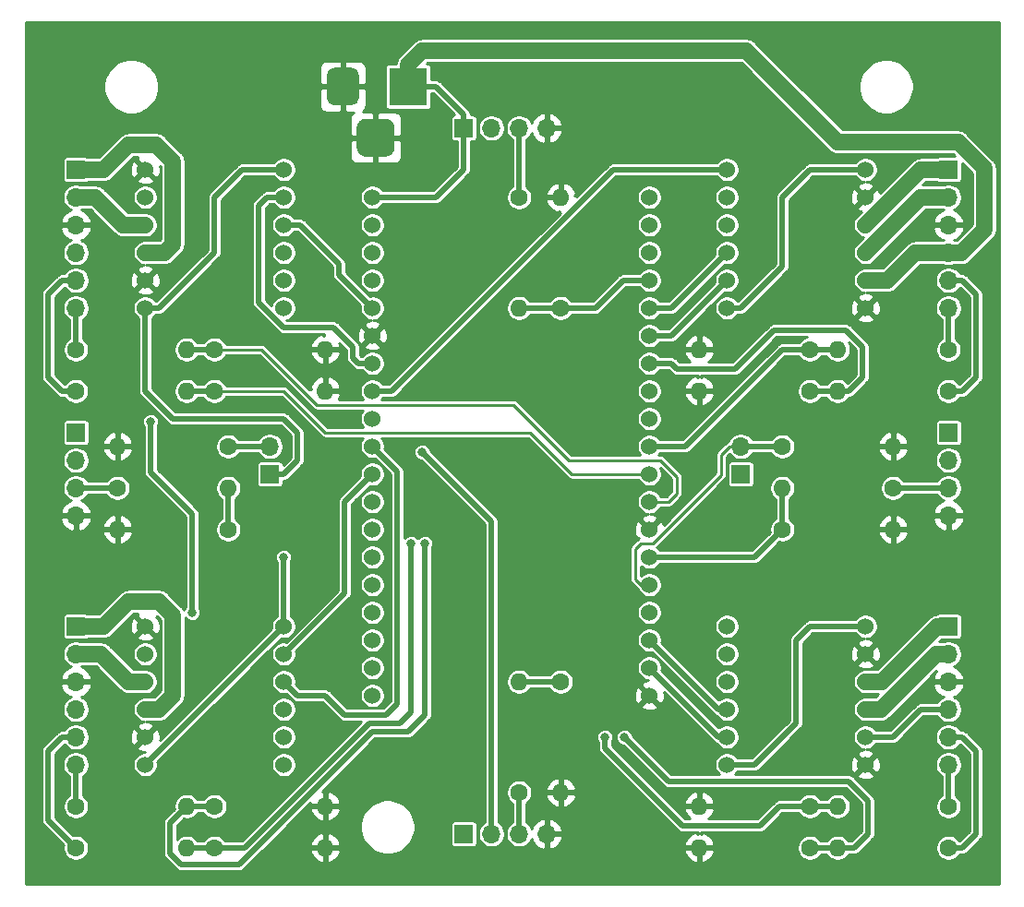
<source format=gtl>
G04 #@! TF.GenerationSoftware,KiCad,Pcbnew,(5.1.9)-1*
G04 #@! TF.CreationDate,2021-05-03T12:15:15+12:00*
G04 #@! TF.ProjectId,Mobile robot electronics,4d6f6269-6c65-4207-926f-626f7420656c,rev?*
G04 #@! TF.SameCoordinates,Original*
G04 #@! TF.FileFunction,Copper,L1,Top*
G04 #@! TF.FilePolarity,Positive*
%FSLAX46Y46*%
G04 Gerber Fmt 4.6, Leading zero omitted, Abs format (unit mm)*
G04 Created by KiCad (PCBNEW (5.1.9)-1) date 2021-05-03 12:15:15*
%MOMM*%
%LPD*%
G01*
G04 APERTURE LIST*
G04 #@! TA.AperFunction,ComponentPad*
%ADD10C,1.524000*%
G04 #@! TD*
G04 #@! TA.AperFunction,ComponentPad*
%ADD11R,3.500000X3.500000*%
G04 #@! TD*
G04 #@! TA.AperFunction,ComponentPad*
%ADD12O,1.700000X1.700000*%
G04 #@! TD*
G04 #@! TA.AperFunction,ComponentPad*
%ADD13R,1.700000X1.700000*%
G04 #@! TD*
G04 #@! TA.AperFunction,ComponentPad*
%ADD14C,1.600000*%
G04 #@! TD*
G04 #@! TA.AperFunction,ComponentPad*
%ADD15O,1.600000X1.600000*%
G04 #@! TD*
G04 #@! TA.AperFunction,ViaPad*
%ADD16C,0.800000*%
G04 #@! TD*
G04 #@! TA.AperFunction,Conductor*
%ADD17C,0.500000*%
G04 #@! TD*
G04 #@! TA.AperFunction,Conductor*
%ADD18C,1.500000*%
G04 #@! TD*
G04 #@! TA.AperFunction,Conductor*
%ADD19C,0.250000*%
G04 #@! TD*
G04 #@! TA.AperFunction,Conductor*
%ADD20C,0.254000*%
G04 #@! TD*
G04 #@! TA.AperFunction,Conductor*
%ADD21C,0.100000*%
G04 #@! TD*
G04 APERTURE END LIST*
D10*
X90674000Y-97790000D03*
X90674000Y-95250000D03*
X90674000Y-92710000D03*
X90674000Y-90170000D03*
X90674000Y-87630000D03*
X90674000Y-85090000D03*
X90674000Y-82550000D03*
X90674000Y-80010000D03*
X90674000Y-77470000D03*
X90674000Y-74930000D03*
X90674000Y-72390000D03*
X90674000Y-69850000D03*
X90674000Y-67310000D03*
X90674000Y-64770000D03*
X90674000Y-62230000D03*
X90674000Y-59690000D03*
X90674000Y-57150000D03*
X90674000Y-54610000D03*
X90674000Y-52070000D03*
X65274000Y-97790000D03*
X65274000Y-95250000D03*
X65274000Y-92710000D03*
X65274000Y-90170000D03*
X65274000Y-87630000D03*
X65274000Y-85090000D03*
X65274000Y-82550000D03*
X65274000Y-80010000D03*
X65274000Y-77470000D03*
X65274000Y-74930000D03*
X65274000Y-72390000D03*
X65274000Y-69850000D03*
X65274000Y-67310000D03*
X65274000Y-64770000D03*
X65274000Y-62230000D03*
X65274000Y-59690000D03*
X65274000Y-57150000D03*
X65274000Y-54610000D03*
X65274000Y-52070000D03*
G04 #@! TA.AperFunction,ComponentPad*
G36*
G01*
X63830000Y-47485000D02*
X63830000Y-45735000D01*
G75*
G02*
X64705000Y-44860000I875000J0D01*
G01*
X66455000Y-44860000D01*
G75*
G02*
X67330000Y-45735000I0J-875000D01*
G01*
X67330000Y-47485000D01*
G75*
G02*
X66455000Y-48360000I-875000J0D01*
G01*
X64705000Y-48360000D01*
G75*
G02*
X63830000Y-47485000I0J875000D01*
G01*
G37*
G04 #@! TD.AperFunction*
G04 #@! TA.AperFunction,ComponentPad*
G36*
G01*
X61080000Y-42910000D02*
X61080000Y-40910000D01*
G75*
G02*
X61830000Y-40160000I750000J0D01*
G01*
X63330000Y-40160000D01*
G75*
G02*
X64080000Y-40910000I0J-750000D01*
G01*
X64080000Y-42910000D01*
G75*
G02*
X63330000Y-43660000I-750000J0D01*
G01*
X61830000Y-43660000D01*
G75*
G02*
X61080000Y-42910000I0J750000D01*
G01*
G37*
G04 #@! TD.AperFunction*
D11*
X68580000Y-41910000D03*
D12*
X81280000Y-45720000D03*
X78740000Y-45720000D03*
X76200000Y-45720000D03*
D13*
X73660000Y-45720000D03*
X73660000Y-110490000D03*
D12*
X76200000Y-110490000D03*
X78740000Y-110490000D03*
X81280000Y-110490000D03*
D13*
X38100000Y-73660000D03*
D12*
X38100000Y-76200000D03*
X38100000Y-78740000D03*
X38100000Y-81280000D03*
X118110000Y-81280000D03*
X118110000Y-78740000D03*
X118110000Y-76200000D03*
D13*
X118110000Y-73660000D03*
X55880000Y-77470000D03*
D12*
X55880000Y-74930000D03*
X99060000Y-74930000D03*
D13*
X99060000Y-77470000D03*
D12*
X38100000Y-62230000D03*
X38100000Y-59690000D03*
X38100000Y-57150000D03*
X38100000Y-54610000D03*
X38100000Y-52070000D03*
D13*
X38100000Y-49530000D03*
D12*
X38100000Y-104140000D03*
X38100000Y-101600000D03*
X38100000Y-99060000D03*
X38100000Y-96520000D03*
X38100000Y-93980000D03*
D13*
X38100000Y-91440000D03*
X118110000Y-49530000D03*
D12*
X118110000Y-52070000D03*
X118110000Y-54610000D03*
X118110000Y-57150000D03*
X118110000Y-59690000D03*
X118110000Y-62230000D03*
D13*
X118110000Y-91440000D03*
D12*
X118110000Y-93980000D03*
X118110000Y-96520000D03*
X118110000Y-99060000D03*
X118110000Y-101600000D03*
X118110000Y-104140000D03*
D14*
X78740000Y-52070000D03*
D15*
X78740000Y-62230000D03*
X82550000Y-52070000D03*
D14*
X82550000Y-62230000D03*
X78740000Y-106680000D03*
D15*
X78740000Y-96520000D03*
X82550000Y-106680000D03*
D14*
X82550000Y-96520000D03*
X41910000Y-78740000D03*
D15*
X52070000Y-78740000D03*
X41910000Y-82550000D03*
D14*
X52070000Y-82550000D03*
X113030000Y-78740000D03*
D15*
X102870000Y-78740000D03*
X113030000Y-82550000D03*
D14*
X102870000Y-82550000D03*
X52070000Y-74930000D03*
D15*
X41910000Y-74930000D03*
X113030000Y-74930000D03*
D14*
X102870000Y-74930000D03*
D15*
X48260000Y-66040000D03*
D14*
X38100000Y-66040000D03*
D15*
X60960000Y-66040000D03*
D14*
X50800000Y-66040000D03*
D15*
X48260000Y-107950000D03*
D14*
X38100000Y-107950000D03*
D15*
X60960000Y-107950000D03*
D14*
X50800000Y-107950000D03*
X38100000Y-69850000D03*
D15*
X48260000Y-69850000D03*
D14*
X50800000Y-69850000D03*
D15*
X60960000Y-69850000D03*
D14*
X38100000Y-111760000D03*
D15*
X48260000Y-111760000D03*
D14*
X50800000Y-111760000D03*
D15*
X60960000Y-111760000D03*
X107950000Y-66040000D03*
D14*
X118110000Y-66040000D03*
D15*
X95250000Y-66040000D03*
D14*
X105410000Y-66040000D03*
D15*
X107950000Y-107950000D03*
D14*
X118110000Y-107950000D03*
D15*
X95250000Y-107950000D03*
D14*
X105410000Y-107950000D03*
X118110000Y-69850000D03*
D15*
X107950000Y-69850000D03*
D14*
X105410000Y-69850000D03*
D15*
X95250000Y-69850000D03*
D14*
X118110000Y-111760000D03*
D15*
X107950000Y-111760000D03*
D14*
X105410000Y-111760000D03*
D15*
X95250000Y-111760000D03*
D10*
X44450000Y-57150000D03*
X44450000Y-49530000D03*
X44450000Y-52070000D03*
X44450000Y-54610000D03*
X44450000Y-59690000D03*
X57150000Y-52070000D03*
X57150000Y-54610000D03*
X44450000Y-62230000D03*
X57150000Y-49530000D03*
X57150000Y-62230000D03*
X57150000Y-57150000D03*
X57150000Y-59690000D03*
X57150000Y-101600000D03*
X57150000Y-99060000D03*
X57150000Y-104140000D03*
X57150000Y-91440000D03*
X44450000Y-104140000D03*
X57150000Y-96520000D03*
X57150000Y-93980000D03*
X44450000Y-101600000D03*
X44450000Y-96520000D03*
X44450000Y-93980000D03*
X44450000Y-91440000D03*
X44450000Y-99060000D03*
X110490000Y-54610000D03*
X110490000Y-62230000D03*
X110490000Y-59690000D03*
X110490000Y-57150000D03*
X110490000Y-52070000D03*
X97790000Y-59690000D03*
X97790000Y-57150000D03*
X110490000Y-49530000D03*
X97790000Y-62230000D03*
X97790000Y-49530000D03*
X97790000Y-54610000D03*
X97790000Y-52070000D03*
X97790000Y-93980000D03*
X97790000Y-96520000D03*
X97790000Y-91440000D03*
X97790000Y-104140000D03*
X110490000Y-91440000D03*
X97790000Y-99060000D03*
X97790000Y-101600000D03*
X110490000Y-93980000D03*
X110490000Y-99060000D03*
X110490000Y-101600000D03*
X110490000Y-104140000D03*
X110490000Y-96520000D03*
D16*
X69850000Y-75438000D03*
X57150000Y-85090000D03*
X70104000Y-83820000D03*
X68834000Y-83820000D03*
X86614000Y-101600000D03*
X88392000Y-101600000D03*
X44958000Y-72644000D03*
X48768000Y-90170000D03*
D17*
X78740000Y-52070000D02*
X78740000Y-45720000D01*
X76200000Y-110490000D02*
X76200000Y-81788000D01*
X76200000Y-81788000D02*
X69850000Y-75438000D01*
X68580000Y-41910000D02*
X71120000Y-41910000D01*
X73660000Y-44450000D02*
X73660000Y-45720000D01*
X71120000Y-41910000D02*
X73660000Y-44450000D01*
X73660000Y-49530000D02*
X73660000Y-45720000D01*
X71120000Y-52070000D02*
X73660000Y-49530000D01*
X65274000Y-52070000D02*
X71120000Y-52070000D01*
X110490000Y-101600000D02*
X113030000Y-101600000D01*
X113030000Y-101600000D02*
X115570000Y-99060000D01*
X115570000Y-99060000D02*
X118110000Y-99060000D01*
D18*
X68580000Y-41910000D02*
X68580000Y-39878000D01*
X68580000Y-39878000D02*
X69850000Y-38608000D01*
X69850000Y-38608000D02*
X99568000Y-38608000D01*
X99568000Y-38608000D02*
X107950000Y-46990000D01*
X118980002Y-46990000D02*
X121412000Y-49421998D01*
X107950000Y-46990000D02*
X118980002Y-46990000D01*
X119312081Y-57150000D02*
X118110000Y-57150000D01*
X121412000Y-55050081D02*
X119312081Y-57150000D01*
X121412000Y-49421998D02*
X121412000Y-55050081D01*
X110490000Y-59690000D02*
X112522000Y-59690000D01*
X115062000Y-57150000D02*
X118110000Y-57150000D01*
X112522000Y-59690000D02*
X115062000Y-57150000D01*
D17*
X78740000Y-110490000D02*
X78740000Y-106680000D01*
X38100000Y-78740000D02*
X41910000Y-78740000D01*
X113030000Y-78740000D02*
X118110000Y-78740000D01*
X44450000Y-62230000D02*
X45720000Y-62230000D01*
X45720000Y-62230000D02*
X50800000Y-57150000D01*
X50800000Y-57150000D02*
X50800000Y-52070000D01*
X53340000Y-49530000D02*
X57150000Y-49530000D01*
X50800000Y-52070000D02*
X53340000Y-49530000D01*
X97790000Y-104140000D02*
X100330000Y-104140000D01*
X100330000Y-104140000D02*
X104140000Y-100330000D01*
X104140000Y-100330000D02*
X104140000Y-92710000D01*
X105410000Y-91440000D02*
X110490000Y-91440000D01*
X104140000Y-92710000D02*
X105410000Y-91440000D01*
X105410000Y-49530000D02*
X110490000Y-49530000D01*
X102870000Y-52070000D02*
X105410000Y-49530000D01*
X102870000Y-58420000D02*
X102870000Y-52070000D01*
X99060000Y-62230000D02*
X102870000Y-58420000D01*
X97790000Y-62230000D02*
X99060000Y-62230000D01*
X44450000Y-62230000D02*
X44450000Y-69850000D01*
X44450000Y-69850000D02*
X46990000Y-72390000D01*
X46990000Y-72390000D02*
X57150000Y-72390000D01*
X57150000Y-72390000D02*
X58420000Y-73660000D01*
X58420000Y-73660000D02*
X58420000Y-76200000D01*
X57150000Y-77470000D02*
X55880000Y-77470000D01*
X58420000Y-76200000D02*
X57150000Y-77470000D01*
X44450000Y-104140000D02*
X52324000Y-96266000D01*
X52324000Y-96266000D02*
X57150000Y-91440000D01*
X57150000Y-91440000D02*
X57150000Y-85090000D01*
X52070000Y-74930000D02*
X55880000Y-74930000D01*
X99060000Y-74930000D02*
X102870000Y-74930000D01*
D19*
X98044000Y-74930000D02*
X99060000Y-74930000D01*
X97282000Y-75692000D02*
X98044000Y-74930000D01*
X91012762Y-83820000D02*
X97282000Y-77550762D01*
X89916000Y-83820000D02*
X91012762Y-83820000D01*
X89408000Y-84328000D02*
X89916000Y-83820000D01*
X97282000Y-77550762D02*
X97282000Y-75692000D01*
X89408000Y-87122000D02*
X89408000Y-84328000D01*
X89916000Y-87630000D02*
X89408000Y-87122000D01*
X90674000Y-87630000D02*
X89916000Y-87630000D01*
D17*
X38100000Y-62230000D02*
X38100000Y-66040000D01*
X38100000Y-59690000D02*
X36830000Y-59690000D01*
X36830000Y-59690000D02*
X35560000Y-60960000D01*
X35560000Y-60960000D02*
X35560000Y-68580000D01*
X36830000Y-69850000D02*
X38100000Y-69850000D01*
X35560000Y-68580000D02*
X36830000Y-69850000D01*
D18*
X38100000Y-52070000D02*
X39878000Y-52070000D01*
X42418000Y-54610000D02*
X44450000Y-54610000D01*
X39878000Y-52070000D02*
X42418000Y-54610000D01*
X38100000Y-49530000D02*
X40640000Y-49530000D01*
X40640000Y-49530000D02*
X42926000Y-47244000D01*
X42926000Y-47244000D02*
X45466000Y-47244000D01*
X45466000Y-47244000D02*
X46990000Y-48768000D01*
X46990000Y-48768000D02*
X46990000Y-56388000D01*
X46990000Y-56388000D02*
X46228000Y-57150000D01*
X46228000Y-57150000D02*
X44450000Y-57150000D01*
D17*
X38100000Y-104140000D02*
X38100000Y-107950000D01*
X38100000Y-101600000D02*
X36830000Y-101600000D01*
X36830000Y-101600000D02*
X35560000Y-102870000D01*
X35560000Y-109220000D02*
X38100000Y-111760000D01*
X35560000Y-102870000D02*
X35560000Y-109220000D01*
D18*
X38100000Y-93980000D02*
X40386000Y-93980000D01*
X42926000Y-96520000D02*
X44450000Y-96520000D01*
X40386000Y-93980000D02*
X42926000Y-96520000D01*
X38100000Y-91440000D02*
X40640000Y-91440000D01*
X40640000Y-91440000D02*
X42926000Y-89154000D01*
X42926000Y-89154000D02*
X45720000Y-89154000D01*
X45720000Y-89154000D02*
X46990000Y-90424000D01*
X46990000Y-90424000D02*
X46990000Y-97790000D01*
X45720000Y-99060000D02*
X44450000Y-99060000D01*
X46990000Y-97790000D02*
X45720000Y-99060000D01*
X115570000Y-49530000D02*
X118110000Y-49530000D01*
X110490000Y-54610000D02*
X115570000Y-49530000D01*
X115570000Y-52070000D02*
X118110000Y-52070000D01*
X110490000Y-57150000D02*
X115570000Y-52070000D01*
D17*
X118110000Y-69850000D02*
X119380000Y-69850000D01*
X119380000Y-69850000D02*
X120650000Y-68580000D01*
X120650000Y-68580000D02*
X120650000Y-60960000D01*
X119380000Y-59690000D02*
X118110000Y-59690000D01*
X120650000Y-60960000D02*
X119380000Y-59690000D01*
X118110000Y-62230000D02*
X118110000Y-66040000D01*
D18*
X117094000Y-91440000D02*
X118110000Y-91440000D01*
X112014000Y-96520000D02*
X117094000Y-91440000D01*
X110490000Y-96520000D02*
X112014000Y-96520000D01*
X116958176Y-93980000D02*
X118110000Y-93980000D01*
X111878176Y-99060000D02*
X116958176Y-93980000D01*
X110490000Y-99060000D02*
X111878176Y-99060000D01*
D17*
X118110000Y-111760000D02*
X119380000Y-111760000D01*
X119380000Y-111760000D02*
X120650000Y-110490000D01*
X120650000Y-110490000D02*
X120650000Y-102870000D01*
X119380000Y-101600000D02*
X118110000Y-101600000D01*
X120650000Y-102870000D02*
X119380000Y-101600000D01*
X118110000Y-104140000D02*
X118110000Y-107950000D01*
X78740000Y-62230000D02*
X82550000Y-62230000D01*
X82550000Y-62230000D02*
X85725000Y-62230000D01*
X88265000Y-59690000D02*
X90674000Y-59690000D01*
X85725000Y-62230000D02*
X88265000Y-59690000D01*
X78740000Y-96520000D02*
X82550000Y-96520000D01*
X52070000Y-78740000D02*
X52070000Y-82550000D01*
X102870000Y-78740000D02*
X102870000Y-82550000D01*
X100330000Y-85090000D02*
X102870000Y-82550000D01*
X90674000Y-85090000D02*
X100330000Y-85090000D01*
X48260000Y-66040000D02*
X50800000Y-66040000D01*
D19*
X92456000Y-80010000D02*
X90674000Y-80010000D01*
X93218000Y-79248000D02*
X92456000Y-80010000D01*
X93218000Y-77724000D02*
X93218000Y-79248000D01*
X91694000Y-76200000D02*
X93218000Y-77724000D01*
X83312000Y-76200000D02*
X91694000Y-76200000D01*
X78232000Y-71120000D02*
X83312000Y-76200000D01*
X60198000Y-71120000D02*
X78232000Y-71120000D01*
X55118000Y-66040000D02*
X60198000Y-71120000D01*
X50800000Y-66040000D02*
X55118000Y-66040000D01*
D17*
X48260000Y-107950000D02*
X50800000Y-107950000D01*
X46736000Y-109474000D02*
X46736000Y-112268000D01*
X46736000Y-112268000D02*
X47752000Y-113284000D01*
X70104000Y-99568000D02*
X70104000Y-83820000D01*
X53059962Y-113284000D02*
X65251962Y-101092000D01*
X48260000Y-107950000D02*
X46736000Y-109474000D01*
X47752000Y-113284000D02*
X53059962Y-113284000D01*
X65251962Y-101092000D02*
X68580000Y-101092000D01*
X68580000Y-101092000D02*
X70104000Y-99568000D01*
X50800000Y-69850000D02*
X48260000Y-69850000D01*
D19*
X83566000Y-77470000D02*
X90674000Y-77470000D01*
X79756000Y-73660000D02*
X83566000Y-77470000D01*
X60960000Y-73660000D02*
X79756000Y-73660000D01*
X57150000Y-69850000D02*
X60960000Y-73660000D01*
X50800000Y-69850000D02*
X57150000Y-69850000D01*
D17*
X48260000Y-111760000D02*
X50800000Y-111760000D01*
X50800000Y-111760000D02*
X53594000Y-111760000D01*
X53594000Y-111760000D02*
X65024000Y-100330000D01*
X65024000Y-100330000D02*
X67818000Y-100330000D01*
X68834000Y-99314000D02*
X68834000Y-83820000D01*
X67818000Y-100330000D02*
X68834000Y-99314000D01*
X105410000Y-66040000D02*
X107950000Y-66040000D01*
X90674000Y-74930000D02*
X93980000Y-74930000D01*
X102870000Y-66040000D02*
X105410000Y-66040000D01*
X93980000Y-74930000D02*
X102870000Y-66040000D01*
X105410000Y-107950000D02*
X107950000Y-107950000D01*
X86614000Y-102616000D02*
X86614000Y-101600000D01*
X93726000Y-109728000D02*
X86614000Y-102616000D01*
X100838000Y-109728000D02*
X93726000Y-109728000D01*
X102616000Y-107950000D02*
X100838000Y-109728000D01*
X105410000Y-107950000D02*
X102616000Y-107950000D01*
X105410000Y-69850000D02*
X107950000Y-69850000D01*
X92710000Y-67310000D02*
X90674000Y-67310000D01*
X93218000Y-67818000D02*
X92710000Y-67310000D01*
X98552000Y-67818000D02*
X93218000Y-67818000D01*
X108712000Y-64262000D02*
X102108000Y-64262000D01*
X110236000Y-65786000D02*
X108712000Y-64262000D01*
X102108000Y-64262000D02*
X98552000Y-67818000D01*
X110236000Y-68580000D02*
X110236000Y-65786000D01*
X108966000Y-69850000D02*
X110236000Y-68580000D01*
X107950000Y-69850000D02*
X108966000Y-69850000D01*
X107950000Y-111760000D02*
X105410000Y-111760000D01*
X108966000Y-105664000D02*
X92456000Y-105664000D01*
X92456000Y-105664000D02*
X88392000Y-101600000D01*
X110744000Y-107442000D02*
X108966000Y-105664000D01*
X110744000Y-110490000D02*
X110744000Y-107442000D01*
X109474000Y-111760000D02*
X110744000Y-110490000D01*
X107950000Y-111760000D02*
X109474000Y-111760000D01*
X57150000Y-54610000D02*
X58674000Y-54610000D01*
X58674000Y-54610000D02*
X62230000Y-58166000D01*
X62230000Y-59186000D02*
X65274000Y-62230000D01*
X62230000Y-58166000D02*
X62230000Y-59186000D01*
X57150000Y-52070000D02*
X55626000Y-52070000D01*
X55626000Y-52070000D02*
X54864000Y-52832000D01*
X54864000Y-61737762D02*
X57134238Y-64008000D01*
X54864000Y-52832000D02*
X54864000Y-61737762D01*
X57134238Y-64008000D02*
X61722000Y-64008000D01*
X61722000Y-64008000D02*
X63500000Y-65786000D01*
X63500000Y-65786000D02*
X63500000Y-66802000D01*
X64008000Y-67310000D02*
X65274000Y-67310000D01*
X63500000Y-66802000D02*
X64008000Y-67310000D01*
X97024000Y-99060000D02*
X97790000Y-99060000D01*
X90674000Y-92710000D02*
X97024000Y-99060000D01*
X97024000Y-101600000D02*
X97790000Y-101600000D01*
X90674000Y-95250000D02*
X97024000Y-101600000D01*
X65274000Y-74930000D02*
X67564000Y-77220000D01*
X67564000Y-77220000D02*
X67564000Y-98552000D01*
X67564000Y-98552000D02*
X66548000Y-99568000D01*
X66548000Y-99568000D02*
X62738000Y-99568000D01*
X62738000Y-99568000D02*
X60960000Y-97790000D01*
X58420000Y-97790000D02*
X57150000Y-96520000D01*
X60960000Y-97790000D02*
X58420000Y-97790000D01*
X62738000Y-80006000D02*
X65274000Y-77470000D01*
X62738000Y-88392000D02*
X62738000Y-80006000D01*
X57150000Y-93980000D02*
X62738000Y-88392000D01*
X92710000Y-62230000D02*
X97790000Y-57150000D01*
X90674000Y-62230000D02*
X92710000Y-62230000D01*
X92710000Y-64770000D02*
X90674000Y-64770000D01*
X97790000Y-59690000D02*
X92710000Y-64770000D01*
X44958000Y-77288002D02*
X44958000Y-72644000D01*
X48768000Y-81098002D02*
X44958000Y-77288002D01*
X48768000Y-90170000D02*
X48768000Y-81098002D01*
X87376000Y-49530000D02*
X97790000Y-49530000D01*
X67056000Y-69850000D02*
X87376000Y-49530000D01*
X65274000Y-69850000D02*
X67056000Y-69850000D01*
D20*
X122709001Y-115089000D02*
X33501000Y-115089000D01*
X33501000Y-102870000D01*
X34925948Y-102870000D01*
X34929000Y-102900990D01*
X34929001Y-109189000D01*
X34925948Y-109220000D01*
X34938130Y-109343697D01*
X34974211Y-109462641D01*
X35032804Y-109572260D01*
X35091897Y-109644265D01*
X35091900Y-109644268D01*
X35111658Y-109668343D01*
X35135733Y-109688101D01*
X36947589Y-111499957D01*
X36919000Y-111643682D01*
X36919000Y-111876318D01*
X36964386Y-112104485D01*
X37053412Y-112319413D01*
X37182658Y-112512843D01*
X37347157Y-112677342D01*
X37540587Y-112806588D01*
X37755515Y-112895614D01*
X37983682Y-112941000D01*
X38216318Y-112941000D01*
X38444485Y-112895614D01*
X38659413Y-112806588D01*
X38852843Y-112677342D01*
X39017342Y-112512843D01*
X39146588Y-112319413D01*
X39235614Y-112104485D01*
X39281000Y-111876318D01*
X39281000Y-111643682D01*
X39235614Y-111415515D01*
X39146588Y-111200587D01*
X39017342Y-111007157D01*
X38852843Y-110842658D01*
X38659413Y-110713412D01*
X38444485Y-110624386D01*
X38216318Y-110579000D01*
X37983682Y-110579000D01*
X37839957Y-110607589D01*
X36706368Y-109474000D01*
X46101948Y-109474000D01*
X46105000Y-109504990D01*
X46105001Y-112237000D01*
X46101948Y-112268000D01*
X46114130Y-112391697D01*
X46150211Y-112510641D01*
X46208804Y-112620260D01*
X46267897Y-112692265D01*
X46267900Y-112692268D01*
X46287658Y-112716343D01*
X46311733Y-112736101D01*
X47283899Y-113708268D01*
X47303657Y-113732343D01*
X47399739Y-113811196D01*
X47509358Y-113869789D01*
X47628302Y-113905870D01*
X47721002Y-113915000D01*
X47721009Y-113915000D01*
X47752000Y-113918052D01*
X47782990Y-113915000D01*
X53028972Y-113915000D01*
X53059962Y-113918052D01*
X53090952Y-113915000D01*
X53090960Y-113915000D01*
X53183660Y-113905870D01*
X53302604Y-113869789D01*
X53412223Y-113811196D01*
X53508305Y-113732343D01*
X53528067Y-113708263D01*
X55127291Y-112109039D01*
X59568096Y-112109039D01*
X59608754Y-112243087D01*
X59728963Y-112497420D01*
X59896481Y-112723414D01*
X60104869Y-112912385D01*
X60346119Y-113057070D01*
X60610960Y-113151909D01*
X60833000Y-113030624D01*
X60833000Y-111887000D01*
X61087000Y-111887000D01*
X61087000Y-113030624D01*
X61309040Y-113151909D01*
X61573881Y-113057070D01*
X61815131Y-112912385D01*
X62023519Y-112723414D01*
X62191037Y-112497420D01*
X62311246Y-112243087D01*
X62351904Y-112109039D01*
X62229915Y-111887000D01*
X61087000Y-111887000D01*
X60833000Y-111887000D01*
X59690085Y-111887000D01*
X59568096Y-112109039D01*
X55127291Y-112109039D01*
X55825369Y-111410961D01*
X59568096Y-111410961D01*
X59690085Y-111633000D01*
X60833000Y-111633000D01*
X60833000Y-110489376D01*
X61087000Y-110489376D01*
X61087000Y-111633000D01*
X62229915Y-111633000D01*
X62351904Y-111410961D01*
X62311246Y-111276913D01*
X62191037Y-111022580D01*
X62023519Y-110796586D01*
X61815131Y-110607615D01*
X61573881Y-110462930D01*
X61309040Y-110368091D01*
X61087000Y-110489376D01*
X60833000Y-110489376D01*
X60610960Y-110368091D01*
X60346119Y-110462930D01*
X60104869Y-110607615D01*
X59896481Y-110796586D01*
X59728963Y-111022580D01*
X59608754Y-111276913D01*
X59568096Y-111410961D01*
X55825369Y-111410961D01*
X57630612Y-109605718D01*
X64144000Y-109605718D01*
X64144000Y-110104282D01*
X64241265Y-110593265D01*
X64432057Y-111053878D01*
X64709044Y-111468418D01*
X65061582Y-111820956D01*
X65476122Y-112097943D01*
X65936735Y-112288735D01*
X66425718Y-112386000D01*
X66924282Y-112386000D01*
X67413265Y-112288735D01*
X67847089Y-112109039D01*
X93858096Y-112109039D01*
X93898754Y-112243087D01*
X94018963Y-112497420D01*
X94186481Y-112723414D01*
X94394869Y-112912385D01*
X94636119Y-113057070D01*
X94900960Y-113151909D01*
X95123000Y-113030624D01*
X95123000Y-111887000D01*
X95377000Y-111887000D01*
X95377000Y-113030624D01*
X95599040Y-113151909D01*
X95863881Y-113057070D01*
X96105131Y-112912385D01*
X96313519Y-112723414D01*
X96481037Y-112497420D01*
X96601246Y-112243087D01*
X96641904Y-112109039D01*
X96519915Y-111887000D01*
X95377000Y-111887000D01*
X95123000Y-111887000D01*
X93980085Y-111887000D01*
X93858096Y-112109039D01*
X67847089Y-112109039D01*
X67873878Y-112097943D01*
X68288418Y-111820956D01*
X68640956Y-111468418D01*
X68917943Y-111053878D01*
X69108735Y-110593265D01*
X69206000Y-110104282D01*
X69206000Y-109640000D01*
X72427157Y-109640000D01*
X72427157Y-111340000D01*
X72434513Y-111414689D01*
X72456299Y-111486508D01*
X72491678Y-111552696D01*
X72539289Y-111610711D01*
X72597304Y-111658322D01*
X72663492Y-111693701D01*
X72735311Y-111715487D01*
X72810000Y-111722843D01*
X74510000Y-111722843D01*
X74584689Y-111715487D01*
X74656508Y-111693701D01*
X74722696Y-111658322D01*
X74780711Y-111610711D01*
X74828322Y-111552696D01*
X74863701Y-111486508D01*
X74885487Y-111414689D01*
X74892843Y-111340000D01*
X74892843Y-109640000D01*
X74885487Y-109565311D01*
X74863701Y-109493492D01*
X74828322Y-109427304D01*
X74780711Y-109369289D01*
X74722696Y-109321678D01*
X74656508Y-109286299D01*
X74584689Y-109264513D01*
X74510000Y-109257157D01*
X72810000Y-109257157D01*
X72735311Y-109264513D01*
X72663492Y-109286299D01*
X72597304Y-109321678D01*
X72539289Y-109369289D01*
X72491678Y-109427304D01*
X72456299Y-109493492D01*
X72434513Y-109565311D01*
X72427157Y-109640000D01*
X69206000Y-109640000D01*
X69206000Y-109605718D01*
X69108735Y-109116735D01*
X68917943Y-108656122D01*
X68640956Y-108241582D01*
X68288418Y-107889044D01*
X67873878Y-107612057D01*
X67413265Y-107421265D01*
X66924282Y-107324000D01*
X66425718Y-107324000D01*
X65936735Y-107421265D01*
X65476122Y-107612057D01*
X65061582Y-107889044D01*
X64709044Y-108241582D01*
X64432057Y-108656122D01*
X64241265Y-109116735D01*
X64144000Y-109605718D01*
X57630612Y-109605718D01*
X58937291Y-108299039D01*
X59568096Y-108299039D01*
X59608754Y-108433087D01*
X59728963Y-108687420D01*
X59896481Y-108913414D01*
X60104869Y-109102385D01*
X60346119Y-109247070D01*
X60610960Y-109341909D01*
X60833000Y-109220624D01*
X60833000Y-108077000D01*
X61087000Y-108077000D01*
X61087000Y-109220624D01*
X61309040Y-109341909D01*
X61573881Y-109247070D01*
X61815131Y-109102385D01*
X62023519Y-108913414D01*
X62191037Y-108687420D01*
X62311246Y-108433087D01*
X62351904Y-108299039D01*
X62229915Y-108077000D01*
X61087000Y-108077000D01*
X60833000Y-108077000D01*
X59690085Y-108077000D01*
X59568096Y-108299039D01*
X58937291Y-108299039D01*
X59591951Y-107644380D01*
X59690085Y-107823000D01*
X60833000Y-107823000D01*
X60833000Y-106679376D01*
X61087000Y-106679376D01*
X61087000Y-107823000D01*
X62229915Y-107823000D01*
X62351904Y-107600961D01*
X62311246Y-107466913D01*
X62191037Y-107212580D01*
X62023519Y-106986586D01*
X61815131Y-106797615D01*
X61573881Y-106652930D01*
X61309040Y-106558091D01*
X61087000Y-106679376D01*
X60833000Y-106679376D01*
X60654472Y-106581859D01*
X65513331Y-101723000D01*
X68549010Y-101723000D01*
X68580000Y-101726052D01*
X68610990Y-101723000D01*
X68610998Y-101723000D01*
X68703698Y-101713870D01*
X68822642Y-101677789D01*
X68932261Y-101619196D01*
X69028343Y-101540343D01*
X69048105Y-101516263D01*
X70528265Y-100036103D01*
X70552343Y-100016343D01*
X70631196Y-99920261D01*
X70689789Y-99810642D01*
X70725870Y-99691698D01*
X70735000Y-99598998D01*
X70735000Y-99598989D01*
X70738052Y-99568001D01*
X70735000Y-99537013D01*
X70735000Y-84281405D01*
X70796113Y-84189942D01*
X70854987Y-84047809D01*
X70885000Y-83896922D01*
X70885000Y-83743078D01*
X70854987Y-83592191D01*
X70796113Y-83450058D01*
X70710642Y-83322141D01*
X70601859Y-83213358D01*
X70473942Y-83127887D01*
X70331809Y-83069013D01*
X70180922Y-83039000D01*
X70027078Y-83039000D01*
X69876191Y-83069013D01*
X69734058Y-83127887D01*
X69606141Y-83213358D01*
X69497358Y-83322141D01*
X69469000Y-83364582D01*
X69440642Y-83322141D01*
X69331859Y-83213358D01*
X69203942Y-83127887D01*
X69061809Y-83069013D01*
X68910922Y-83039000D01*
X68757078Y-83039000D01*
X68606191Y-83069013D01*
X68464058Y-83127887D01*
X68336141Y-83213358D01*
X68227358Y-83322141D01*
X68195000Y-83370568D01*
X68195000Y-77250987D01*
X68198052Y-77219999D01*
X68195000Y-77189011D01*
X68195000Y-77189002D01*
X68185870Y-77096302D01*
X68149789Y-76977358D01*
X68091196Y-76867739D01*
X68068151Y-76839659D01*
X68032103Y-76795734D01*
X68032101Y-76795732D01*
X68012343Y-76771657D01*
X67988269Y-76751900D01*
X66597447Y-75361078D01*
X69069000Y-75361078D01*
X69069000Y-75514922D01*
X69099013Y-75665809D01*
X69157887Y-75807942D01*
X69243358Y-75935859D01*
X69352141Y-76044642D01*
X69480058Y-76130113D01*
X69622191Y-76188987D01*
X69730079Y-76210447D01*
X75569001Y-82049370D01*
X75569000Y-109431110D01*
X75415283Y-109533820D01*
X75243820Y-109705283D01*
X75109102Y-109906903D01*
X75016307Y-110130931D01*
X74969000Y-110368757D01*
X74969000Y-110611243D01*
X75016307Y-110849069D01*
X75109102Y-111073097D01*
X75243820Y-111274717D01*
X75415283Y-111446180D01*
X75616903Y-111580898D01*
X75840931Y-111673693D01*
X76078757Y-111721000D01*
X76321243Y-111721000D01*
X76559069Y-111673693D01*
X76783097Y-111580898D01*
X76984717Y-111446180D01*
X77156180Y-111274717D01*
X77290898Y-111073097D01*
X77383693Y-110849069D01*
X77431000Y-110611243D01*
X77431000Y-110368757D01*
X77509000Y-110368757D01*
X77509000Y-110611243D01*
X77556307Y-110849069D01*
X77649102Y-111073097D01*
X77783820Y-111274717D01*
X77955283Y-111446180D01*
X78156903Y-111580898D01*
X78380931Y-111673693D01*
X78618757Y-111721000D01*
X78861243Y-111721000D01*
X79099069Y-111673693D01*
X79323097Y-111580898D01*
X79524717Y-111446180D01*
X79696180Y-111274717D01*
X79830898Y-111073097D01*
X79878228Y-110958832D01*
X79935843Y-111121252D01*
X80084822Y-111371355D01*
X80279731Y-111587588D01*
X80513080Y-111761641D01*
X80775901Y-111886825D01*
X80923110Y-111931476D01*
X81153000Y-111810155D01*
X81153000Y-110617000D01*
X81407000Y-110617000D01*
X81407000Y-111810155D01*
X81636890Y-111931476D01*
X81784099Y-111886825D01*
X82046920Y-111761641D01*
X82280269Y-111587588D01*
X82475178Y-111371355D01*
X82624157Y-111121252D01*
X82721481Y-110846891D01*
X82600814Y-110617000D01*
X81407000Y-110617000D01*
X81153000Y-110617000D01*
X81133000Y-110617000D01*
X81133000Y-110363000D01*
X81153000Y-110363000D01*
X81153000Y-109169845D01*
X81407000Y-109169845D01*
X81407000Y-110363000D01*
X82600814Y-110363000D01*
X82721481Y-110133109D01*
X82624157Y-109858748D01*
X82475178Y-109608645D01*
X82280269Y-109392412D01*
X82046920Y-109218359D01*
X81784099Y-109093175D01*
X81636890Y-109048524D01*
X81407000Y-109169845D01*
X81153000Y-109169845D01*
X80923110Y-109048524D01*
X80775901Y-109093175D01*
X80513080Y-109218359D01*
X80279731Y-109392412D01*
X80084822Y-109608645D01*
X79935843Y-109858748D01*
X79878228Y-110021168D01*
X79830898Y-109906903D01*
X79696180Y-109705283D01*
X79524717Y-109533820D01*
X79371000Y-109431110D01*
X79371000Y-107678755D01*
X79492843Y-107597342D01*
X79657342Y-107432843D01*
X79786588Y-107239413D01*
X79873727Y-107029040D01*
X81158091Y-107029040D01*
X81252930Y-107293881D01*
X81397615Y-107535131D01*
X81586586Y-107743519D01*
X81812580Y-107911037D01*
X82066913Y-108031246D01*
X82200961Y-108071904D01*
X82423000Y-107949915D01*
X82423000Y-106807000D01*
X82677000Y-106807000D01*
X82677000Y-107949915D01*
X82899039Y-108071904D01*
X83033087Y-108031246D01*
X83287420Y-107911037D01*
X83513414Y-107743519D01*
X83702385Y-107535131D01*
X83847070Y-107293881D01*
X83941909Y-107029040D01*
X83820624Y-106807000D01*
X82677000Y-106807000D01*
X82423000Y-106807000D01*
X81279376Y-106807000D01*
X81158091Y-107029040D01*
X79873727Y-107029040D01*
X79875614Y-107024485D01*
X79921000Y-106796318D01*
X79921000Y-106563682D01*
X79875614Y-106335515D01*
X79873728Y-106330960D01*
X81158091Y-106330960D01*
X81279376Y-106553000D01*
X82423000Y-106553000D01*
X82423000Y-105410085D01*
X82677000Y-105410085D01*
X82677000Y-106553000D01*
X83820624Y-106553000D01*
X83941909Y-106330960D01*
X83847070Y-106066119D01*
X83702385Y-105824869D01*
X83513414Y-105616481D01*
X83287420Y-105448963D01*
X83033087Y-105328754D01*
X82899039Y-105288096D01*
X82677000Y-105410085D01*
X82423000Y-105410085D01*
X82200961Y-105288096D01*
X82066913Y-105328754D01*
X81812580Y-105448963D01*
X81586586Y-105616481D01*
X81397615Y-105824869D01*
X81252930Y-106066119D01*
X81158091Y-106330960D01*
X79873728Y-106330960D01*
X79786588Y-106120587D01*
X79657342Y-105927157D01*
X79492843Y-105762658D01*
X79299413Y-105633412D01*
X79084485Y-105544386D01*
X78856318Y-105499000D01*
X78623682Y-105499000D01*
X78395515Y-105544386D01*
X78180587Y-105633412D01*
X77987157Y-105762658D01*
X77822658Y-105927157D01*
X77693412Y-106120587D01*
X77604386Y-106335515D01*
X77559000Y-106563682D01*
X77559000Y-106796318D01*
X77604386Y-107024485D01*
X77693412Y-107239413D01*
X77822658Y-107432843D01*
X77987157Y-107597342D01*
X78109001Y-107678756D01*
X78109000Y-109431110D01*
X77955283Y-109533820D01*
X77783820Y-109705283D01*
X77649102Y-109906903D01*
X77556307Y-110130931D01*
X77509000Y-110368757D01*
X77431000Y-110368757D01*
X77383693Y-110130931D01*
X77290898Y-109906903D01*
X77156180Y-109705283D01*
X76984717Y-109533820D01*
X76831000Y-109431110D01*
X76831000Y-101523078D01*
X85833000Y-101523078D01*
X85833000Y-101676922D01*
X85863013Y-101827809D01*
X85921887Y-101969942D01*
X85983001Y-102061405D01*
X85983000Y-102585009D01*
X85979948Y-102616000D01*
X85983000Y-102646990D01*
X85983000Y-102646997D01*
X85992130Y-102739697D01*
X86028211Y-102858641D01*
X86086804Y-102968260D01*
X86165657Y-103064343D01*
X86189737Y-103084105D01*
X93257899Y-110152268D01*
X93277657Y-110176343D01*
X93373739Y-110255196D01*
X93483358Y-110313789D01*
X93602302Y-110349870D01*
X93695002Y-110359000D01*
X93695009Y-110359000D01*
X93726000Y-110362052D01*
X93756990Y-110359000D01*
X95122998Y-110359000D01*
X95122998Y-110489375D01*
X94900960Y-110368091D01*
X94636119Y-110462930D01*
X94394869Y-110607615D01*
X94186481Y-110796586D01*
X94018963Y-111022580D01*
X93898754Y-111276913D01*
X93858096Y-111410961D01*
X93980085Y-111633000D01*
X95123000Y-111633000D01*
X95123000Y-111613000D01*
X95377000Y-111613000D01*
X95377000Y-111633000D01*
X96519915Y-111633000D01*
X96641904Y-111410961D01*
X96601246Y-111276913D01*
X96481037Y-111022580D01*
X96313519Y-110796586D01*
X96105131Y-110607615D01*
X95863881Y-110462930D01*
X95599040Y-110368091D01*
X95377002Y-110489375D01*
X95377002Y-110359000D01*
X100807010Y-110359000D01*
X100838000Y-110362052D01*
X100868990Y-110359000D01*
X100868998Y-110359000D01*
X100961698Y-110349870D01*
X101080642Y-110313789D01*
X101190261Y-110255196D01*
X101286343Y-110176343D01*
X101306105Y-110152263D01*
X102877369Y-108581000D01*
X104411245Y-108581000D01*
X104492658Y-108702843D01*
X104657157Y-108867342D01*
X104850587Y-108996588D01*
X105065515Y-109085614D01*
X105293682Y-109131000D01*
X105526318Y-109131000D01*
X105754485Y-109085614D01*
X105969413Y-108996588D01*
X106162843Y-108867342D01*
X106327342Y-108702843D01*
X106408755Y-108581000D01*
X106951245Y-108581000D01*
X107032658Y-108702843D01*
X107197157Y-108867342D01*
X107390587Y-108996588D01*
X107605515Y-109085614D01*
X107833682Y-109131000D01*
X108066318Y-109131000D01*
X108294485Y-109085614D01*
X108509413Y-108996588D01*
X108702843Y-108867342D01*
X108867342Y-108702843D01*
X108996588Y-108509413D01*
X109085614Y-108294485D01*
X109131000Y-108066318D01*
X109131000Y-107833682D01*
X109085614Y-107605515D01*
X108996588Y-107390587D01*
X108867342Y-107197157D01*
X108702843Y-107032658D01*
X108509413Y-106903412D01*
X108294485Y-106814386D01*
X108066318Y-106769000D01*
X107833682Y-106769000D01*
X107605515Y-106814386D01*
X107390587Y-106903412D01*
X107197157Y-107032658D01*
X107032658Y-107197157D01*
X106951245Y-107319000D01*
X106408755Y-107319000D01*
X106327342Y-107197157D01*
X106162843Y-107032658D01*
X105969413Y-106903412D01*
X105754485Y-106814386D01*
X105526318Y-106769000D01*
X105293682Y-106769000D01*
X105065515Y-106814386D01*
X104850587Y-106903412D01*
X104657157Y-107032658D01*
X104492658Y-107197157D01*
X104411245Y-107319000D01*
X102646990Y-107319000D01*
X102616000Y-107315948D01*
X102585009Y-107319000D01*
X102585002Y-107319000D01*
X102492302Y-107328130D01*
X102373358Y-107364211D01*
X102263739Y-107422804D01*
X102251507Y-107432843D01*
X102167657Y-107501657D01*
X102147899Y-107525732D01*
X100576632Y-109097000D01*
X96111069Y-109097000D01*
X96313519Y-108913414D01*
X96481037Y-108687420D01*
X96601246Y-108433087D01*
X96641904Y-108299039D01*
X96519915Y-108077000D01*
X95377000Y-108077000D01*
X95377000Y-108097000D01*
X95123000Y-108097000D01*
X95123000Y-108077000D01*
X93980085Y-108077000D01*
X93858096Y-108299039D01*
X93898754Y-108433087D01*
X94018963Y-108687420D01*
X94186481Y-108913414D01*
X94388931Y-109097000D01*
X93987369Y-109097000D01*
X92491330Y-107600961D01*
X93858096Y-107600961D01*
X93980085Y-107823000D01*
X95123000Y-107823000D01*
X95123000Y-106679376D01*
X95377000Y-106679376D01*
X95377000Y-107823000D01*
X96519915Y-107823000D01*
X96641904Y-107600961D01*
X96601246Y-107466913D01*
X96481037Y-107212580D01*
X96313519Y-106986586D01*
X96105131Y-106797615D01*
X95863881Y-106652930D01*
X95599040Y-106558091D01*
X95377000Y-106679376D01*
X95123000Y-106679376D01*
X94900960Y-106558091D01*
X94636119Y-106652930D01*
X94394869Y-106797615D01*
X94186481Y-106986586D01*
X94018963Y-107212580D01*
X93898754Y-107466913D01*
X93858096Y-107600961D01*
X92491330Y-107600961D01*
X87245000Y-102354632D01*
X87245000Y-102061405D01*
X87306113Y-101969942D01*
X87364987Y-101827809D01*
X87395000Y-101676922D01*
X87395000Y-101523078D01*
X87611000Y-101523078D01*
X87611000Y-101676922D01*
X87641013Y-101827809D01*
X87699887Y-101969942D01*
X87785358Y-102097859D01*
X87894141Y-102206642D01*
X88022058Y-102292113D01*
X88164191Y-102350987D01*
X88272079Y-102372447D01*
X91987899Y-106088268D01*
X92007657Y-106112343D01*
X92031732Y-106132101D01*
X92031734Y-106132103D01*
X92103739Y-106191196D01*
X92213358Y-106249789D01*
X92332302Y-106285870D01*
X92425002Y-106295000D01*
X92425009Y-106295000D01*
X92456000Y-106298052D01*
X92486990Y-106295000D01*
X108704632Y-106295000D01*
X110113001Y-107703370D01*
X110113000Y-110228631D01*
X109212632Y-111129000D01*
X108948755Y-111129000D01*
X108867342Y-111007157D01*
X108702843Y-110842658D01*
X108509413Y-110713412D01*
X108294485Y-110624386D01*
X108066318Y-110579000D01*
X107833682Y-110579000D01*
X107605515Y-110624386D01*
X107390587Y-110713412D01*
X107197157Y-110842658D01*
X107032658Y-111007157D01*
X106951245Y-111129000D01*
X106408755Y-111129000D01*
X106327342Y-111007157D01*
X106162843Y-110842658D01*
X105969413Y-110713412D01*
X105754485Y-110624386D01*
X105526318Y-110579000D01*
X105293682Y-110579000D01*
X105065515Y-110624386D01*
X104850587Y-110713412D01*
X104657157Y-110842658D01*
X104492658Y-111007157D01*
X104363412Y-111200587D01*
X104274386Y-111415515D01*
X104229000Y-111643682D01*
X104229000Y-111876318D01*
X104274386Y-112104485D01*
X104363412Y-112319413D01*
X104492658Y-112512843D01*
X104657157Y-112677342D01*
X104850587Y-112806588D01*
X105065515Y-112895614D01*
X105293682Y-112941000D01*
X105526318Y-112941000D01*
X105754485Y-112895614D01*
X105969413Y-112806588D01*
X106162843Y-112677342D01*
X106327342Y-112512843D01*
X106408755Y-112391000D01*
X106951245Y-112391000D01*
X107032658Y-112512843D01*
X107197157Y-112677342D01*
X107390587Y-112806588D01*
X107605515Y-112895614D01*
X107833682Y-112941000D01*
X108066318Y-112941000D01*
X108294485Y-112895614D01*
X108509413Y-112806588D01*
X108702843Y-112677342D01*
X108867342Y-112512843D01*
X108948755Y-112391000D01*
X109443010Y-112391000D01*
X109474000Y-112394052D01*
X109504990Y-112391000D01*
X109504998Y-112391000D01*
X109597698Y-112381870D01*
X109716642Y-112345789D01*
X109826261Y-112287196D01*
X109922343Y-112208343D01*
X109942105Y-112184263D01*
X111168269Y-110958100D01*
X111192343Y-110938343D01*
X111271196Y-110842261D01*
X111329789Y-110732642D01*
X111365870Y-110613698D01*
X111375000Y-110520998D01*
X111375000Y-110520989D01*
X111378052Y-110490001D01*
X111375000Y-110459013D01*
X111375000Y-107472990D01*
X111378052Y-107442000D01*
X111375000Y-107411009D01*
X111375000Y-107411002D01*
X111365870Y-107318302D01*
X111329789Y-107199358D01*
X111271196Y-107089739D01*
X111224351Y-107032658D01*
X111212103Y-107017734D01*
X111212101Y-107017732D01*
X111192343Y-106993657D01*
X111168268Y-106973899D01*
X109434105Y-105239737D01*
X109414343Y-105215657D01*
X109318261Y-105136804D01*
X109259818Y-105105565D01*
X109704040Y-105105565D01*
X109771020Y-105345656D01*
X110020048Y-105462756D01*
X110287135Y-105529023D01*
X110562017Y-105541910D01*
X110834133Y-105500922D01*
X111093023Y-105407636D01*
X111208980Y-105345656D01*
X111275960Y-105105565D01*
X110490000Y-104319605D01*
X109704040Y-105105565D01*
X109259818Y-105105565D01*
X109208642Y-105078211D01*
X109089698Y-105042130D01*
X108996998Y-105033000D01*
X108996990Y-105033000D01*
X108966000Y-105029948D01*
X108935010Y-105033000D01*
X98510877Y-105033000D01*
X98518620Y-105027826D01*
X98677826Y-104868620D01*
X98743053Y-104771000D01*
X100299010Y-104771000D01*
X100330000Y-104774052D01*
X100360990Y-104771000D01*
X100360998Y-104771000D01*
X100453698Y-104761870D01*
X100572642Y-104725789D01*
X100682261Y-104667196D01*
X100778343Y-104588343D01*
X100798105Y-104564263D01*
X101150351Y-104212017D01*
X109088090Y-104212017D01*
X109129078Y-104484133D01*
X109222364Y-104743023D01*
X109284344Y-104858980D01*
X109524435Y-104925960D01*
X110310395Y-104140000D01*
X110669605Y-104140000D01*
X111455565Y-104925960D01*
X111695656Y-104858980D01*
X111812756Y-104609952D01*
X111879023Y-104342865D01*
X111891910Y-104067983D01*
X111884496Y-104018757D01*
X116879000Y-104018757D01*
X116879000Y-104261243D01*
X116926307Y-104499069D01*
X117019102Y-104723097D01*
X117153820Y-104924717D01*
X117325283Y-105096180D01*
X117479000Y-105198890D01*
X117479001Y-106951244D01*
X117357157Y-107032658D01*
X117192658Y-107197157D01*
X117063412Y-107390587D01*
X116974386Y-107605515D01*
X116929000Y-107833682D01*
X116929000Y-108066318D01*
X116974386Y-108294485D01*
X117063412Y-108509413D01*
X117192658Y-108702843D01*
X117357157Y-108867342D01*
X117550587Y-108996588D01*
X117765515Y-109085614D01*
X117993682Y-109131000D01*
X118226318Y-109131000D01*
X118454485Y-109085614D01*
X118669413Y-108996588D01*
X118862843Y-108867342D01*
X119027342Y-108702843D01*
X119156588Y-108509413D01*
X119245614Y-108294485D01*
X119291000Y-108066318D01*
X119291000Y-107833682D01*
X119245614Y-107605515D01*
X119156588Y-107390587D01*
X119027342Y-107197157D01*
X118862843Y-107032658D01*
X118741000Y-106951245D01*
X118741000Y-105198890D01*
X118894717Y-105096180D01*
X119066180Y-104924717D01*
X119200898Y-104723097D01*
X119293693Y-104499069D01*
X119341000Y-104261243D01*
X119341000Y-104018757D01*
X119293693Y-103780931D01*
X119200898Y-103556903D01*
X119066180Y-103355283D01*
X118894717Y-103183820D01*
X118693097Y-103049102D01*
X118469069Y-102956307D01*
X118231243Y-102909000D01*
X117988757Y-102909000D01*
X117750931Y-102956307D01*
X117526903Y-103049102D01*
X117325283Y-103183820D01*
X117153820Y-103355283D01*
X117019102Y-103556903D01*
X116926307Y-103780931D01*
X116879000Y-104018757D01*
X111884496Y-104018757D01*
X111850922Y-103795867D01*
X111757636Y-103536977D01*
X111695656Y-103421020D01*
X111455565Y-103354040D01*
X110669605Y-104140000D01*
X110310395Y-104140000D01*
X109524435Y-103354040D01*
X109284344Y-103421020D01*
X109167244Y-103670048D01*
X109100977Y-103937135D01*
X109088090Y-104212017D01*
X101150351Y-104212017D01*
X103874944Y-101487424D01*
X109347000Y-101487424D01*
X109347000Y-101712576D01*
X109390925Y-101933401D01*
X109477087Y-102141413D01*
X109602174Y-102328620D01*
X109761380Y-102487826D01*
X109948587Y-102612913D01*
X110156599Y-102699075D01*
X110377424Y-102743000D01*
X110385386Y-102743000D01*
X110145867Y-102779078D01*
X109886977Y-102872364D01*
X109771020Y-102934344D01*
X109704040Y-103174435D01*
X110490000Y-103960395D01*
X111275960Y-103174435D01*
X111208980Y-102934344D01*
X110959952Y-102817244D01*
X110692865Y-102750977D01*
X110522714Y-102743000D01*
X110602576Y-102743000D01*
X110823401Y-102699075D01*
X111031413Y-102612913D01*
X111218620Y-102487826D01*
X111377826Y-102328620D01*
X111443053Y-102231000D01*
X112999010Y-102231000D01*
X113030000Y-102234052D01*
X113060990Y-102231000D01*
X113060998Y-102231000D01*
X113153698Y-102221870D01*
X113272642Y-102185789D01*
X113382261Y-102127196D01*
X113478343Y-102048343D01*
X113498105Y-102024263D01*
X114043611Y-101478757D01*
X116879000Y-101478757D01*
X116879000Y-101721243D01*
X116926307Y-101959069D01*
X117019102Y-102183097D01*
X117153820Y-102384717D01*
X117325283Y-102556180D01*
X117526903Y-102690898D01*
X117750931Y-102783693D01*
X117988757Y-102831000D01*
X118231243Y-102831000D01*
X118469069Y-102783693D01*
X118693097Y-102690898D01*
X118894717Y-102556180D01*
X119066180Y-102384717D01*
X119148760Y-102261128D01*
X120019001Y-103131370D01*
X120019000Y-110228631D01*
X119118632Y-111129000D01*
X119108755Y-111129000D01*
X119027342Y-111007157D01*
X118862843Y-110842658D01*
X118669413Y-110713412D01*
X118454485Y-110624386D01*
X118226318Y-110579000D01*
X117993682Y-110579000D01*
X117765515Y-110624386D01*
X117550587Y-110713412D01*
X117357157Y-110842658D01*
X117192658Y-111007157D01*
X117063412Y-111200587D01*
X116974386Y-111415515D01*
X116929000Y-111643682D01*
X116929000Y-111876318D01*
X116974386Y-112104485D01*
X117063412Y-112319413D01*
X117192658Y-112512843D01*
X117357157Y-112677342D01*
X117550587Y-112806588D01*
X117765515Y-112895614D01*
X117993682Y-112941000D01*
X118226318Y-112941000D01*
X118454485Y-112895614D01*
X118669413Y-112806588D01*
X118862843Y-112677342D01*
X119027342Y-112512843D01*
X119108755Y-112391000D01*
X119349010Y-112391000D01*
X119380000Y-112394052D01*
X119410990Y-112391000D01*
X119410998Y-112391000D01*
X119503698Y-112381870D01*
X119622642Y-112345789D01*
X119732261Y-112287196D01*
X119828343Y-112208343D01*
X119848105Y-112184263D01*
X121074269Y-110958100D01*
X121098343Y-110938343D01*
X121177196Y-110842261D01*
X121235789Y-110732642D01*
X121271870Y-110613698D01*
X121281000Y-110520998D01*
X121281000Y-110520989D01*
X121284052Y-110490001D01*
X121281000Y-110459013D01*
X121281000Y-102900987D01*
X121284052Y-102869999D01*
X121281000Y-102839011D01*
X121281000Y-102839002D01*
X121271870Y-102746302D01*
X121235789Y-102627358D01*
X121177196Y-102517739D01*
X121152647Y-102487826D01*
X121118103Y-102445734D01*
X121118101Y-102445732D01*
X121098343Y-102421657D01*
X121074268Y-102401899D01*
X119848103Y-101175735D01*
X119828343Y-101151657D01*
X119732261Y-101072804D01*
X119622642Y-101014211D01*
X119503698Y-100978130D01*
X119410998Y-100969000D01*
X119410990Y-100969000D01*
X119380000Y-100965948D01*
X119349010Y-100969000D01*
X119168890Y-100969000D01*
X119066180Y-100815283D01*
X118894717Y-100643820D01*
X118693097Y-100509102D01*
X118469069Y-100416307D01*
X118231243Y-100369000D01*
X117988757Y-100369000D01*
X117750931Y-100416307D01*
X117526903Y-100509102D01*
X117325283Y-100643820D01*
X117153820Y-100815283D01*
X117019102Y-101016903D01*
X116926307Y-101240931D01*
X116879000Y-101478757D01*
X114043611Y-101478757D01*
X115831368Y-99691000D01*
X117051110Y-99691000D01*
X117153820Y-99844717D01*
X117325283Y-100016180D01*
X117526903Y-100150898D01*
X117750931Y-100243693D01*
X117988757Y-100291000D01*
X118231243Y-100291000D01*
X118469069Y-100243693D01*
X118693097Y-100150898D01*
X118894717Y-100016180D01*
X119066180Y-99844717D01*
X119200898Y-99643097D01*
X119293693Y-99419069D01*
X119341000Y-99181243D01*
X119341000Y-98938757D01*
X119293693Y-98700931D01*
X119200898Y-98476903D01*
X119066180Y-98275283D01*
X118894717Y-98103820D01*
X118693097Y-97969102D01*
X118578832Y-97921772D01*
X118741252Y-97864157D01*
X118991355Y-97715178D01*
X119207588Y-97520269D01*
X119381641Y-97286920D01*
X119506825Y-97024099D01*
X119551476Y-96876890D01*
X119430155Y-96647000D01*
X118237000Y-96647000D01*
X118237000Y-96667000D01*
X117983000Y-96667000D01*
X117983000Y-96647000D01*
X116789845Y-96647000D01*
X116668524Y-96876890D01*
X116713175Y-97024099D01*
X116838359Y-97286920D01*
X117012412Y-97520269D01*
X117228645Y-97715178D01*
X117478748Y-97864157D01*
X117641168Y-97921772D01*
X117526903Y-97969102D01*
X117325283Y-98103820D01*
X117153820Y-98275283D01*
X117051110Y-98429000D01*
X115600987Y-98429000D01*
X115569999Y-98425948D01*
X115539011Y-98429000D01*
X115539002Y-98429000D01*
X115446302Y-98438130D01*
X115327358Y-98474211D01*
X115217739Y-98532804D01*
X115121657Y-98611657D01*
X115101895Y-98635737D01*
X112768632Y-100969000D01*
X111443053Y-100969000D01*
X111377826Y-100871380D01*
X111218620Y-100712174D01*
X111031413Y-100587087D01*
X110823401Y-100500925D01*
X110602576Y-100457000D01*
X110377424Y-100457000D01*
X110156599Y-100500925D01*
X109948587Y-100587087D01*
X109761380Y-100712174D01*
X109602174Y-100871380D01*
X109477087Y-101058587D01*
X109390925Y-101266599D01*
X109347000Y-101487424D01*
X103874944Y-101487424D01*
X104564269Y-100798100D01*
X104588343Y-100778343D01*
X104667196Y-100682261D01*
X104725789Y-100572642D01*
X104761870Y-100453698D01*
X104771000Y-100360998D01*
X104771000Y-100360991D01*
X104774052Y-100330000D01*
X104771000Y-100299010D01*
X104771000Y-96407424D01*
X109347000Y-96407424D01*
X109347000Y-96632576D01*
X109390925Y-96853401D01*
X109477087Y-97061413D01*
X109602174Y-97248620D01*
X109761380Y-97407826D01*
X109948587Y-97532913D01*
X110156599Y-97619075D01*
X110377424Y-97663000D01*
X110602576Y-97663000D01*
X110662904Y-97651000D01*
X111687701Y-97651000D01*
X111409701Y-97929000D01*
X110662904Y-97929000D01*
X110602576Y-97917000D01*
X110377424Y-97917000D01*
X110156599Y-97960925D01*
X109948587Y-98047087D01*
X109761380Y-98172174D01*
X109602174Y-98331380D01*
X109477087Y-98518587D01*
X109390925Y-98726599D01*
X109347000Y-98947424D01*
X109347000Y-99172576D01*
X109390925Y-99393401D01*
X109477087Y-99601413D01*
X109602174Y-99788620D01*
X109761380Y-99947826D01*
X109948587Y-100072913D01*
X110156599Y-100159075D01*
X110377424Y-100203000D01*
X110602576Y-100203000D01*
X110662904Y-100191000D01*
X111822626Y-100191000D01*
X111878176Y-100196471D01*
X111933726Y-100191000D01*
X111933734Y-100191000D01*
X112099891Y-100174635D01*
X112313085Y-100109963D01*
X112509566Y-100004942D01*
X112681783Y-99863607D01*
X112717201Y-99820450D01*
X116996242Y-95541410D01*
X116838359Y-95753080D01*
X116713175Y-96015901D01*
X116668524Y-96163110D01*
X116789845Y-96393000D01*
X117983000Y-96393000D01*
X117983000Y-96373000D01*
X118237000Y-96373000D01*
X118237000Y-96393000D01*
X119430155Y-96393000D01*
X119551476Y-96163110D01*
X119506825Y-96015901D01*
X119381641Y-95753080D01*
X119207588Y-95519731D01*
X118991355Y-95324822D01*
X118741252Y-95175843D01*
X118578832Y-95118228D01*
X118693097Y-95070898D01*
X118894717Y-94936180D01*
X119066180Y-94764717D01*
X119200898Y-94563097D01*
X119293693Y-94339069D01*
X119341000Y-94101243D01*
X119341000Y-93858757D01*
X119293693Y-93620931D01*
X119200898Y-93396903D01*
X119066180Y-93195283D01*
X118894717Y-93023820D01*
X118693097Y-92889102D01*
X118469069Y-92796307D01*
X118231243Y-92749000D01*
X117988757Y-92749000D01*
X117750931Y-92796307D01*
X117623718Y-92849000D01*
X117284476Y-92849000D01*
X117460633Y-92672843D01*
X118960000Y-92672843D01*
X119034689Y-92665487D01*
X119106508Y-92643701D01*
X119172696Y-92608322D01*
X119230711Y-92560711D01*
X119278322Y-92502696D01*
X119313701Y-92436508D01*
X119335487Y-92364689D01*
X119342843Y-92290000D01*
X119342843Y-90590000D01*
X119335487Y-90515311D01*
X119313701Y-90443492D01*
X119278322Y-90377304D01*
X119230711Y-90319289D01*
X119172696Y-90271678D01*
X119106508Y-90236299D01*
X119034689Y-90214513D01*
X118960000Y-90207157D01*
X117260000Y-90207157D01*
X117185311Y-90214513D01*
X117113492Y-90236299D01*
X117047304Y-90271678D01*
X116996833Y-90313098D01*
X116872285Y-90325365D01*
X116659091Y-90390037D01*
X116462610Y-90495058D01*
X116290393Y-90636393D01*
X116254979Y-90679545D01*
X111545525Y-95389000D01*
X110662904Y-95389000D01*
X110602576Y-95377000D01*
X110594614Y-95377000D01*
X110834133Y-95340922D01*
X111093023Y-95247636D01*
X111208980Y-95185656D01*
X111275960Y-94945565D01*
X110490000Y-94159605D01*
X109704040Y-94945565D01*
X109771020Y-95185656D01*
X110020048Y-95302756D01*
X110287135Y-95369023D01*
X110457286Y-95377000D01*
X110377424Y-95377000D01*
X110156599Y-95420925D01*
X109948587Y-95507087D01*
X109761380Y-95632174D01*
X109602174Y-95791380D01*
X109477087Y-95978587D01*
X109390925Y-96186599D01*
X109347000Y-96407424D01*
X104771000Y-96407424D01*
X104771000Y-94052017D01*
X109088090Y-94052017D01*
X109129078Y-94324133D01*
X109222364Y-94583023D01*
X109284344Y-94698980D01*
X109524435Y-94765960D01*
X110310395Y-93980000D01*
X110669605Y-93980000D01*
X111455565Y-94765960D01*
X111695656Y-94698980D01*
X111812756Y-94449952D01*
X111879023Y-94182865D01*
X111891910Y-93907983D01*
X111850922Y-93635867D01*
X111757636Y-93376977D01*
X111695656Y-93261020D01*
X111455565Y-93194040D01*
X110669605Y-93980000D01*
X110310395Y-93980000D01*
X109524435Y-93194040D01*
X109284344Y-93261020D01*
X109167244Y-93510048D01*
X109100977Y-93777135D01*
X109088090Y-94052017D01*
X104771000Y-94052017D01*
X104771000Y-92971368D01*
X105671369Y-92071000D01*
X109536947Y-92071000D01*
X109602174Y-92168620D01*
X109761380Y-92327826D01*
X109948587Y-92452913D01*
X110156599Y-92539075D01*
X110377424Y-92583000D01*
X110385386Y-92583000D01*
X110145867Y-92619078D01*
X109886977Y-92712364D01*
X109771020Y-92774344D01*
X109704040Y-93014435D01*
X110490000Y-93800395D01*
X111275960Y-93014435D01*
X111208980Y-92774344D01*
X110959952Y-92657244D01*
X110692865Y-92590977D01*
X110522714Y-92583000D01*
X110602576Y-92583000D01*
X110823401Y-92539075D01*
X111031413Y-92452913D01*
X111218620Y-92327826D01*
X111377826Y-92168620D01*
X111502913Y-91981413D01*
X111589075Y-91773401D01*
X111633000Y-91552576D01*
X111633000Y-91327424D01*
X111589075Y-91106599D01*
X111502913Y-90898587D01*
X111377826Y-90711380D01*
X111218620Y-90552174D01*
X111031413Y-90427087D01*
X110823401Y-90340925D01*
X110602576Y-90297000D01*
X110377424Y-90297000D01*
X110156599Y-90340925D01*
X109948587Y-90427087D01*
X109761380Y-90552174D01*
X109602174Y-90711380D01*
X109536947Y-90809000D01*
X105440987Y-90809000D01*
X105409999Y-90805948D01*
X105379011Y-90809000D01*
X105379002Y-90809000D01*
X105286302Y-90818130D01*
X105167358Y-90854211D01*
X105057739Y-90912804D01*
X104961657Y-90991657D01*
X104941899Y-91015732D01*
X103715735Y-92241897D01*
X103691658Y-92261657D01*
X103671900Y-92285732D01*
X103671897Y-92285735D01*
X103612804Y-92357740D01*
X103554211Y-92467359D01*
X103518130Y-92586303D01*
X103505948Y-92710000D01*
X103509001Y-92741000D01*
X103509000Y-100068631D01*
X100068632Y-103509000D01*
X98743053Y-103509000D01*
X98677826Y-103411380D01*
X98518620Y-103252174D01*
X98331413Y-103127087D01*
X98123401Y-103040925D01*
X97902576Y-102997000D01*
X97677424Y-102997000D01*
X97456599Y-103040925D01*
X97248587Y-103127087D01*
X97061380Y-103252174D01*
X96902174Y-103411380D01*
X96777087Y-103598587D01*
X96690925Y-103806599D01*
X96647000Y-104027424D01*
X96647000Y-104252576D01*
X96690925Y-104473401D01*
X96777087Y-104681413D01*
X96902174Y-104868620D01*
X97061380Y-105027826D01*
X97069123Y-105033000D01*
X92717369Y-105033000D01*
X89164447Y-101480079D01*
X89142987Y-101372191D01*
X89084113Y-101230058D01*
X88998642Y-101102141D01*
X88889859Y-100993358D01*
X88761942Y-100907887D01*
X88619809Y-100849013D01*
X88468922Y-100819000D01*
X88315078Y-100819000D01*
X88164191Y-100849013D01*
X88022058Y-100907887D01*
X87894141Y-100993358D01*
X87785358Y-101102141D01*
X87699887Y-101230058D01*
X87641013Y-101372191D01*
X87611000Y-101523078D01*
X87395000Y-101523078D01*
X87364987Y-101372191D01*
X87306113Y-101230058D01*
X87220642Y-101102141D01*
X87111859Y-100993358D01*
X86983942Y-100907887D01*
X86841809Y-100849013D01*
X86690922Y-100819000D01*
X86537078Y-100819000D01*
X86386191Y-100849013D01*
X86244058Y-100907887D01*
X86116141Y-100993358D01*
X86007358Y-101102141D01*
X85921887Y-101230058D01*
X85863013Y-101372191D01*
X85833000Y-101523078D01*
X76831000Y-101523078D01*
X76831000Y-98755565D01*
X89888040Y-98755565D01*
X89955020Y-98995656D01*
X90204048Y-99112756D01*
X90471135Y-99179023D01*
X90746017Y-99191910D01*
X91018133Y-99150922D01*
X91277023Y-99057636D01*
X91392980Y-98995656D01*
X91459960Y-98755565D01*
X90674000Y-97969605D01*
X89888040Y-98755565D01*
X76831000Y-98755565D01*
X76831000Y-97862017D01*
X89272090Y-97862017D01*
X89313078Y-98134133D01*
X89406364Y-98393023D01*
X89468344Y-98508980D01*
X89708435Y-98575960D01*
X90494395Y-97790000D01*
X89708435Y-97004040D01*
X89468344Y-97071020D01*
X89351244Y-97320048D01*
X89284977Y-97587135D01*
X89272090Y-97862017D01*
X76831000Y-97862017D01*
X76831000Y-96403682D01*
X77559000Y-96403682D01*
X77559000Y-96636318D01*
X77604386Y-96864485D01*
X77693412Y-97079413D01*
X77822658Y-97272843D01*
X77987157Y-97437342D01*
X78180587Y-97566588D01*
X78395515Y-97655614D01*
X78623682Y-97701000D01*
X78856318Y-97701000D01*
X79084485Y-97655614D01*
X79299413Y-97566588D01*
X79492843Y-97437342D01*
X79657342Y-97272843D01*
X79738755Y-97151000D01*
X81551245Y-97151000D01*
X81632658Y-97272843D01*
X81797157Y-97437342D01*
X81990587Y-97566588D01*
X82205515Y-97655614D01*
X82433682Y-97701000D01*
X82666318Y-97701000D01*
X82894485Y-97655614D01*
X83109413Y-97566588D01*
X83302843Y-97437342D01*
X83467342Y-97272843D01*
X83596588Y-97079413D01*
X83685614Y-96864485D01*
X83731000Y-96636318D01*
X83731000Y-96403682D01*
X83685614Y-96175515D01*
X83596588Y-95960587D01*
X83467342Y-95767157D01*
X83302843Y-95602658D01*
X83109413Y-95473412D01*
X82894485Y-95384386D01*
X82666318Y-95339000D01*
X82433682Y-95339000D01*
X82205515Y-95384386D01*
X81990587Y-95473412D01*
X81797157Y-95602658D01*
X81632658Y-95767157D01*
X81551245Y-95889000D01*
X79738755Y-95889000D01*
X79657342Y-95767157D01*
X79492843Y-95602658D01*
X79299413Y-95473412D01*
X79084485Y-95384386D01*
X78856318Y-95339000D01*
X78623682Y-95339000D01*
X78395515Y-95384386D01*
X78180587Y-95473412D01*
X77987157Y-95602658D01*
X77822658Y-95767157D01*
X77693412Y-95960587D01*
X77604386Y-96175515D01*
X77559000Y-96403682D01*
X76831000Y-96403682D01*
X76831000Y-95137424D01*
X89531000Y-95137424D01*
X89531000Y-95362576D01*
X89574925Y-95583401D01*
X89661087Y-95791413D01*
X89786174Y-95978620D01*
X89945380Y-96137826D01*
X90132587Y-96262913D01*
X90340599Y-96349075D01*
X90561424Y-96393000D01*
X90569386Y-96393000D01*
X90329867Y-96429078D01*
X90070977Y-96522364D01*
X89955020Y-96584344D01*
X89888040Y-96824435D01*
X90674000Y-97610395D01*
X90688143Y-97596253D01*
X90867748Y-97775858D01*
X90853605Y-97790000D01*
X91639565Y-98575960D01*
X91879656Y-98508980D01*
X91996756Y-98259952D01*
X92063023Y-97992865D01*
X92075910Y-97717983D01*
X92045105Y-97513474D01*
X96555897Y-102024266D01*
X96575657Y-102048343D01*
X96599732Y-102068101D01*
X96599734Y-102068103D01*
X96635992Y-102097859D01*
X96671739Y-102127196D01*
X96781358Y-102185789D01*
X96813190Y-102195445D01*
X96902174Y-102328620D01*
X97061380Y-102487826D01*
X97248587Y-102612913D01*
X97456599Y-102699075D01*
X97677424Y-102743000D01*
X97902576Y-102743000D01*
X98123401Y-102699075D01*
X98331413Y-102612913D01*
X98518620Y-102487826D01*
X98677826Y-102328620D01*
X98802913Y-102141413D01*
X98889075Y-101933401D01*
X98933000Y-101712576D01*
X98933000Y-101487424D01*
X98889075Y-101266599D01*
X98802913Y-101058587D01*
X98677826Y-100871380D01*
X98518620Y-100712174D01*
X98331413Y-100587087D01*
X98123401Y-100500925D01*
X97902576Y-100457000D01*
X97677424Y-100457000D01*
X97456599Y-100500925D01*
X97248587Y-100587087D01*
X97061380Y-100712174D01*
X97044961Y-100728593D01*
X91794095Y-95477727D01*
X91817000Y-95362576D01*
X91817000Y-95137424D01*
X91773075Y-94916599D01*
X91686913Y-94708587D01*
X91561826Y-94521380D01*
X91402620Y-94362174D01*
X91215413Y-94237087D01*
X91007401Y-94150925D01*
X90786576Y-94107000D01*
X90561424Y-94107000D01*
X90340599Y-94150925D01*
X90132587Y-94237087D01*
X89945380Y-94362174D01*
X89786174Y-94521380D01*
X89661087Y-94708587D01*
X89574925Y-94916599D01*
X89531000Y-95137424D01*
X76831000Y-95137424D01*
X76831000Y-92597424D01*
X89531000Y-92597424D01*
X89531000Y-92822576D01*
X89574925Y-93043401D01*
X89661087Y-93251413D01*
X89786174Y-93438620D01*
X89945380Y-93597826D01*
X90132587Y-93722913D01*
X90340599Y-93809075D01*
X90561424Y-93853000D01*
X90786576Y-93853000D01*
X90901727Y-93830095D01*
X96555897Y-99484266D01*
X96575657Y-99508343D01*
X96671739Y-99587196D01*
X96781358Y-99645789D01*
X96813190Y-99655445D01*
X96902174Y-99788620D01*
X97061380Y-99947826D01*
X97248587Y-100072913D01*
X97456599Y-100159075D01*
X97677424Y-100203000D01*
X97902576Y-100203000D01*
X98123401Y-100159075D01*
X98331413Y-100072913D01*
X98518620Y-99947826D01*
X98677826Y-99788620D01*
X98802913Y-99601413D01*
X98889075Y-99393401D01*
X98933000Y-99172576D01*
X98933000Y-98947424D01*
X98889075Y-98726599D01*
X98802913Y-98518587D01*
X98677826Y-98331380D01*
X98518620Y-98172174D01*
X98331413Y-98047087D01*
X98123401Y-97960925D01*
X97902576Y-97917000D01*
X97677424Y-97917000D01*
X97456599Y-97960925D01*
X97248587Y-98047087D01*
X97061380Y-98172174D01*
X97044961Y-98188593D01*
X95263792Y-96407424D01*
X96647000Y-96407424D01*
X96647000Y-96632576D01*
X96690925Y-96853401D01*
X96777087Y-97061413D01*
X96902174Y-97248620D01*
X97061380Y-97407826D01*
X97248587Y-97532913D01*
X97456599Y-97619075D01*
X97677424Y-97663000D01*
X97902576Y-97663000D01*
X98123401Y-97619075D01*
X98331413Y-97532913D01*
X98518620Y-97407826D01*
X98677826Y-97248620D01*
X98802913Y-97061413D01*
X98889075Y-96853401D01*
X98933000Y-96632576D01*
X98933000Y-96407424D01*
X98889075Y-96186599D01*
X98802913Y-95978587D01*
X98677826Y-95791380D01*
X98518620Y-95632174D01*
X98331413Y-95507087D01*
X98123401Y-95420925D01*
X97902576Y-95377000D01*
X97677424Y-95377000D01*
X97456599Y-95420925D01*
X97248587Y-95507087D01*
X97061380Y-95632174D01*
X96902174Y-95791380D01*
X96777087Y-95978587D01*
X96690925Y-96186599D01*
X96647000Y-96407424D01*
X95263792Y-96407424D01*
X92723792Y-93867424D01*
X96647000Y-93867424D01*
X96647000Y-94092576D01*
X96690925Y-94313401D01*
X96777087Y-94521413D01*
X96902174Y-94708620D01*
X97061380Y-94867826D01*
X97248587Y-94992913D01*
X97456599Y-95079075D01*
X97677424Y-95123000D01*
X97902576Y-95123000D01*
X98123401Y-95079075D01*
X98331413Y-94992913D01*
X98518620Y-94867826D01*
X98677826Y-94708620D01*
X98802913Y-94521413D01*
X98889075Y-94313401D01*
X98933000Y-94092576D01*
X98933000Y-93867424D01*
X98889075Y-93646599D01*
X98802913Y-93438587D01*
X98677826Y-93251380D01*
X98518620Y-93092174D01*
X98331413Y-92967087D01*
X98123401Y-92880925D01*
X97902576Y-92837000D01*
X97677424Y-92837000D01*
X97456599Y-92880925D01*
X97248587Y-92967087D01*
X97061380Y-93092174D01*
X96902174Y-93251380D01*
X96777087Y-93438587D01*
X96690925Y-93646599D01*
X96647000Y-93867424D01*
X92723792Y-93867424D01*
X91794095Y-92937727D01*
X91817000Y-92822576D01*
X91817000Y-92597424D01*
X91773075Y-92376599D01*
X91686913Y-92168587D01*
X91561826Y-91981380D01*
X91402620Y-91822174D01*
X91215413Y-91697087D01*
X91007401Y-91610925D01*
X90786576Y-91567000D01*
X90561424Y-91567000D01*
X90340599Y-91610925D01*
X90132587Y-91697087D01*
X89945380Y-91822174D01*
X89786174Y-91981380D01*
X89661087Y-92168587D01*
X89574925Y-92376599D01*
X89531000Y-92597424D01*
X76831000Y-92597424D01*
X76831000Y-91327424D01*
X96647000Y-91327424D01*
X96647000Y-91552576D01*
X96690925Y-91773401D01*
X96777087Y-91981413D01*
X96902174Y-92168620D01*
X97061380Y-92327826D01*
X97248587Y-92452913D01*
X97456599Y-92539075D01*
X97677424Y-92583000D01*
X97902576Y-92583000D01*
X98123401Y-92539075D01*
X98331413Y-92452913D01*
X98518620Y-92327826D01*
X98677826Y-92168620D01*
X98802913Y-91981413D01*
X98889075Y-91773401D01*
X98933000Y-91552576D01*
X98933000Y-91327424D01*
X98889075Y-91106599D01*
X98802913Y-90898587D01*
X98677826Y-90711380D01*
X98518620Y-90552174D01*
X98331413Y-90427087D01*
X98123401Y-90340925D01*
X97902576Y-90297000D01*
X97677424Y-90297000D01*
X97456599Y-90340925D01*
X97248587Y-90427087D01*
X97061380Y-90552174D01*
X96902174Y-90711380D01*
X96777087Y-90898587D01*
X96690925Y-91106599D01*
X96647000Y-91327424D01*
X76831000Y-91327424D01*
X76831000Y-90057424D01*
X89531000Y-90057424D01*
X89531000Y-90282576D01*
X89574925Y-90503401D01*
X89661087Y-90711413D01*
X89786174Y-90898620D01*
X89945380Y-91057826D01*
X90132587Y-91182913D01*
X90340599Y-91269075D01*
X90561424Y-91313000D01*
X90786576Y-91313000D01*
X91007401Y-91269075D01*
X91215413Y-91182913D01*
X91402620Y-91057826D01*
X91561826Y-90898620D01*
X91686913Y-90711413D01*
X91773075Y-90503401D01*
X91817000Y-90282576D01*
X91817000Y-90057424D01*
X91773075Y-89836599D01*
X91686913Y-89628587D01*
X91561826Y-89441380D01*
X91402620Y-89282174D01*
X91215413Y-89157087D01*
X91007401Y-89070925D01*
X90786576Y-89027000D01*
X90561424Y-89027000D01*
X90340599Y-89070925D01*
X90132587Y-89157087D01*
X89945380Y-89282174D01*
X89786174Y-89441380D01*
X89661087Y-89628587D01*
X89574925Y-89836599D01*
X89531000Y-90057424D01*
X76831000Y-90057424D01*
X76831000Y-84328000D01*
X88899553Y-84328000D01*
X88902001Y-84352856D01*
X88902000Y-87097154D01*
X88899553Y-87122000D01*
X88902000Y-87146846D01*
X88902000Y-87146853D01*
X88909322Y-87221192D01*
X88938255Y-87316574D01*
X88985241Y-87404479D01*
X89048473Y-87481527D01*
X89067785Y-87497376D01*
X89540628Y-87970220D01*
X89556473Y-87989527D01*
X89600823Y-88025925D01*
X89661087Y-88171413D01*
X89786174Y-88358620D01*
X89945380Y-88517826D01*
X90132587Y-88642913D01*
X90340599Y-88729075D01*
X90561424Y-88773000D01*
X90786576Y-88773000D01*
X91007401Y-88729075D01*
X91215413Y-88642913D01*
X91402620Y-88517826D01*
X91561826Y-88358620D01*
X91686913Y-88171413D01*
X91773075Y-87963401D01*
X91817000Y-87742576D01*
X91817000Y-87517424D01*
X91773075Y-87296599D01*
X91686913Y-87088587D01*
X91561826Y-86901380D01*
X91402620Y-86742174D01*
X91215413Y-86617087D01*
X91007401Y-86530925D01*
X90786576Y-86487000D01*
X90561424Y-86487000D01*
X90340599Y-86530925D01*
X90132587Y-86617087D01*
X89945380Y-86742174D01*
X89914000Y-86773554D01*
X89914000Y-85946446D01*
X89945380Y-85977826D01*
X90132587Y-86102913D01*
X90340599Y-86189075D01*
X90561424Y-86233000D01*
X90786576Y-86233000D01*
X91007401Y-86189075D01*
X91215413Y-86102913D01*
X91402620Y-85977826D01*
X91561826Y-85818620D01*
X91627053Y-85721000D01*
X100299010Y-85721000D01*
X100330000Y-85724052D01*
X100360990Y-85721000D01*
X100360998Y-85721000D01*
X100453698Y-85711870D01*
X100572642Y-85675789D01*
X100682261Y-85617196D01*
X100778343Y-85538343D01*
X100798105Y-85514263D01*
X102609957Y-83702411D01*
X102753682Y-83731000D01*
X102986318Y-83731000D01*
X103214485Y-83685614D01*
X103429413Y-83596588D01*
X103622843Y-83467342D01*
X103787342Y-83302843D01*
X103916588Y-83109413D01*
X104003727Y-82899039D01*
X111638096Y-82899039D01*
X111678754Y-83033087D01*
X111798963Y-83287420D01*
X111966481Y-83513414D01*
X112174869Y-83702385D01*
X112416119Y-83847070D01*
X112680960Y-83941909D01*
X112903000Y-83820624D01*
X112903000Y-82677000D01*
X113157000Y-82677000D01*
X113157000Y-83820624D01*
X113379040Y-83941909D01*
X113643881Y-83847070D01*
X113885131Y-83702385D01*
X114093519Y-83513414D01*
X114261037Y-83287420D01*
X114381246Y-83033087D01*
X114421904Y-82899039D01*
X114299915Y-82677000D01*
X113157000Y-82677000D01*
X112903000Y-82677000D01*
X111760085Y-82677000D01*
X111638096Y-82899039D01*
X104003727Y-82899039D01*
X104005614Y-82894485D01*
X104051000Y-82666318D01*
X104051000Y-82433682D01*
X104005614Y-82205515D01*
X104003728Y-82200961D01*
X111638096Y-82200961D01*
X111760085Y-82423000D01*
X112903000Y-82423000D01*
X112903000Y-81279376D01*
X113157000Y-81279376D01*
X113157000Y-82423000D01*
X114299915Y-82423000D01*
X114421904Y-82200961D01*
X114381246Y-82066913D01*
X114261037Y-81812580D01*
X114130807Y-81636890D01*
X116668524Y-81636890D01*
X116713175Y-81784099D01*
X116838359Y-82046920D01*
X117012412Y-82280269D01*
X117228645Y-82475178D01*
X117478748Y-82624157D01*
X117753109Y-82721481D01*
X117983000Y-82600814D01*
X117983000Y-81407000D01*
X118237000Y-81407000D01*
X118237000Y-82600814D01*
X118466891Y-82721481D01*
X118741252Y-82624157D01*
X118991355Y-82475178D01*
X119207588Y-82280269D01*
X119381641Y-82046920D01*
X119506825Y-81784099D01*
X119551476Y-81636890D01*
X119430155Y-81407000D01*
X118237000Y-81407000D01*
X117983000Y-81407000D01*
X116789845Y-81407000D01*
X116668524Y-81636890D01*
X114130807Y-81636890D01*
X114093519Y-81586586D01*
X113885131Y-81397615D01*
X113643881Y-81252930D01*
X113379040Y-81158091D01*
X113157000Y-81279376D01*
X112903000Y-81279376D01*
X112680960Y-81158091D01*
X112416119Y-81252930D01*
X112174869Y-81397615D01*
X111966481Y-81586586D01*
X111798963Y-81812580D01*
X111678754Y-82066913D01*
X111638096Y-82200961D01*
X104003728Y-82200961D01*
X103916588Y-81990587D01*
X103787342Y-81797157D01*
X103622843Y-81632658D01*
X103501000Y-81551245D01*
X103501000Y-79738755D01*
X103622843Y-79657342D01*
X103787342Y-79492843D01*
X103916588Y-79299413D01*
X104005614Y-79084485D01*
X104051000Y-78856318D01*
X104051000Y-78623682D01*
X111849000Y-78623682D01*
X111849000Y-78856318D01*
X111894386Y-79084485D01*
X111983412Y-79299413D01*
X112112658Y-79492843D01*
X112277157Y-79657342D01*
X112470587Y-79786588D01*
X112685515Y-79875614D01*
X112913682Y-79921000D01*
X113146318Y-79921000D01*
X113374485Y-79875614D01*
X113589413Y-79786588D01*
X113782843Y-79657342D01*
X113947342Y-79492843D01*
X114028755Y-79371000D01*
X117051110Y-79371000D01*
X117153820Y-79524717D01*
X117325283Y-79696180D01*
X117526903Y-79830898D01*
X117641168Y-79878228D01*
X117478748Y-79935843D01*
X117228645Y-80084822D01*
X117012412Y-80279731D01*
X116838359Y-80513080D01*
X116713175Y-80775901D01*
X116668524Y-80923110D01*
X116789845Y-81153000D01*
X117983000Y-81153000D01*
X117983000Y-81133000D01*
X118237000Y-81133000D01*
X118237000Y-81153000D01*
X119430155Y-81153000D01*
X119551476Y-80923110D01*
X119506825Y-80775901D01*
X119381641Y-80513080D01*
X119207588Y-80279731D01*
X118991355Y-80084822D01*
X118741252Y-79935843D01*
X118578832Y-79878228D01*
X118693097Y-79830898D01*
X118894717Y-79696180D01*
X119066180Y-79524717D01*
X119200898Y-79323097D01*
X119293693Y-79099069D01*
X119341000Y-78861243D01*
X119341000Y-78618757D01*
X119293693Y-78380931D01*
X119200898Y-78156903D01*
X119066180Y-77955283D01*
X118894717Y-77783820D01*
X118693097Y-77649102D01*
X118469069Y-77556307D01*
X118231243Y-77509000D01*
X117988757Y-77509000D01*
X117750931Y-77556307D01*
X117526903Y-77649102D01*
X117325283Y-77783820D01*
X117153820Y-77955283D01*
X117051110Y-78109000D01*
X114028755Y-78109000D01*
X113947342Y-77987157D01*
X113782843Y-77822658D01*
X113589413Y-77693412D01*
X113374485Y-77604386D01*
X113146318Y-77559000D01*
X112913682Y-77559000D01*
X112685515Y-77604386D01*
X112470587Y-77693412D01*
X112277157Y-77822658D01*
X112112658Y-77987157D01*
X111983412Y-78180587D01*
X111894386Y-78395515D01*
X111849000Y-78623682D01*
X104051000Y-78623682D01*
X104005614Y-78395515D01*
X103916588Y-78180587D01*
X103787342Y-77987157D01*
X103622843Y-77822658D01*
X103429413Y-77693412D01*
X103214485Y-77604386D01*
X102986318Y-77559000D01*
X102753682Y-77559000D01*
X102525515Y-77604386D01*
X102310587Y-77693412D01*
X102117157Y-77822658D01*
X101952658Y-77987157D01*
X101823412Y-78180587D01*
X101734386Y-78395515D01*
X101689000Y-78623682D01*
X101689000Y-78856318D01*
X101734386Y-79084485D01*
X101823412Y-79299413D01*
X101952658Y-79492843D01*
X102117157Y-79657342D01*
X102239000Y-79738755D01*
X102239001Y-81551244D01*
X102117157Y-81632658D01*
X101952658Y-81797157D01*
X101823412Y-81990587D01*
X101734386Y-82205515D01*
X101689000Y-82433682D01*
X101689000Y-82666318D01*
X101717589Y-82810043D01*
X100068632Y-84459000D01*
X91627053Y-84459000D01*
X91561826Y-84361380D01*
X91402620Y-84202174D01*
X91370690Y-84180839D01*
X91372289Y-84179527D01*
X91388138Y-84160215D01*
X97622220Y-77926134D01*
X97641527Y-77910289D01*
X97704759Y-77833241D01*
X97751745Y-77745337D01*
X97776243Y-77664575D01*
X97780678Y-77649956D01*
X97787314Y-77582576D01*
X97788000Y-77575616D01*
X97788000Y-77575609D01*
X97790447Y-77550763D01*
X97788000Y-77525917D01*
X97788000Y-76620000D01*
X97827157Y-76620000D01*
X97827157Y-78320000D01*
X97834513Y-78394689D01*
X97856299Y-78466508D01*
X97891678Y-78532696D01*
X97939289Y-78590711D01*
X97997304Y-78638322D01*
X98063492Y-78673701D01*
X98135311Y-78695487D01*
X98210000Y-78702843D01*
X99910000Y-78702843D01*
X99984689Y-78695487D01*
X100056508Y-78673701D01*
X100122696Y-78638322D01*
X100180711Y-78590711D01*
X100228322Y-78532696D01*
X100263701Y-78466508D01*
X100285487Y-78394689D01*
X100292843Y-78320000D01*
X100292843Y-76620000D01*
X100285487Y-76545311D01*
X100263701Y-76473492D01*
X100228322Y-76407304D01*
X100180711Y-76349289D01*
X100122696Y-76301678D01*
X100056508Y-76266299D01*
X99984689Y-76244513D01*
X99910000Y-76237157D01*
X98210000Y-76237157D01*
X98135311Y-76244513D01*
X98063492Y-76266299D01*
X97997304Y-76301678D01*
X97939289Y-76349289D01*
X97891678Y-76407304D01*
X97856299Y-76473492D01*
X97834513Y-76545311D01*
X97827157Y-76620000D01*
X97788000Y-76620000D01*
X97788000Y-75901591D01*
X98052172Y-75637420D01*
X98103820Y-75714717D01*
X98275283Y-75886180D01*
X98476903Y-76020898D01*
X98700931Y-76113693D01*
X98938757Y-76161000D01*
X99181243Y-76161000D01*
X99419069Y-76113693D01*
X99643097Y-76020898D01*
X99844717Y-75886180D01*
X100016180Y-75714717D01*
X100118890Y-75561000D01*
X101871245Y-75561000D01*
X101952658Y-75682843D01*
X102117157Y-75847342D01*
X102310587Y-75976588D01*
X102525515Y-76065614D01*
X102753682Y-76111000D01*
X102986318Y-76111000D01*
X103214485Y-76065614D01*
X103429413Y-75976588D01*
X103622843Y-75847342D01*
X103787342Y-75682843D01*
X103916588Y-75489413D01*
X104003727Y-75279039D01*
X111638096Y-75279039D01*
X111678754Y-75413087D01*
X111798963Y-75667420D01*
X111966481Y-75893414D01*
X112174869Y-76082385D01*
X112416119Y-76227070D01*
X112680960Y-76321909D01*
X112903000Y-76200624D01*
X112903000Y-75057000D01*
X113157000Y-75057000D01*
X113157000Y-76200624D01*
X113379040Y-76321909D01*
X113643881Y-76227070D01*
X113885131Y-76082385D01*
X113889131Y-76078757D01*
X116879000Y-76078757D01*
X116879000Y-76321243D01*
X116926307Y-76559069D01*
X117019102Y-76783097D01*
X117153820Y-76984717D01*
X117325283Y-77156180D01*
X117526903Y-77290898D01*
X117750931Y-77383693D01*
X117988757Y-77431000D01*
X118231243Y-77431000D01*
X118469069Y-77383693D01*
X118693097Y-77290898D01*
X118894717Y-77156180D01*
X119066180Y-76984717D01*
X119200898Y-76783097D01*
X119293693Y-76559069D01*
X119341000Y-76321243D01*
X119341000Y-76078757D01*
X119293693Y-75840931D01*
X119200898Y-75616903D01*
X119066180Y-75415283D01*
X118894717Y-75243820D01*
X118693097Y-75109102D01*
X118469069Y-75016307D01*
X118231243Y-74969000D01*
X117988757Y-74969000D01*
X117750931Y-75016307D01*
X117526903Y-75109102D01*
X117325283Y-75243820D01*
X117153820Y-75415283D01*
X117019102Y-75616903D01*
X116926307Y-75840931D01*
X116879000Y-76078757D01*
X113889131Y-76078757D01*
X114093519Y-75893414D01*
X114261037Y-75667420D01*
X114381246Y-75413087D01*
X114421904Y-75279039D01*
X114299915Y-75057000D01*
X113157000Y-75057000D01*
X112903000Y-75057000D01*
X111760085Y-75057000D01*
X111638096Y-75279039D01*
X104003727Y-75279039D01*
X104005614Y-75274485D01*
X104051000Y-75046318D01*
X104051000Y-74813682D01*
X104005614Y-74585515D01*
X104003728Y-74580961D01*
X111638096Y-74580961D01*
X111760085Y-74803000D01*
X112903000Y-74803000D01*
X112903000Y-73659376D01*
X113157000Y-73659376D01*
X113157000Y-74803000D01*
X114299915Y-74803000D01*
X114421904Y-74580961D01*
X114381246Y-74446913D01*
X114261037Y-74192580D01*
X114093519Y-73966586D01*
X113885131Y-73777615D01*
X113643881Y-73632930D01*
X113379040Y-73538091D01*
X113157000Y-73659376D01*
X112903000Y-73659376D01*
X112680960Y-73538091D01*
X112416119Y-73632930D01*
X112174869Y-73777615D01*
X111966481Y-73966586D01*
X111798963Y-74192580D01*
X111678754Y-74446913D01*
X111638096Y-74580961D01*
X104003728Y-74580961D01*
X103916588Y-74370587D01*
X103787342Y-74177157D01*
X103622843Y-74012658D01*
X103429413Y-73883412D01*
X103214485Y-73794386D01*
X102986318Y-73749000D01*
X102753682Y-73749000D01*
X102525515Y-73794386D01*
X102310587Y-73883412D01*
X102117157Y-74012658D01*
X101952658Y-74177157D01*
X101871245Y-74299000D01*
X100118890Y-74299000D01*
X100016180Y-74145283D01*
X99844717Y-73973820D01*
X99643097Y-73839102D01*
X99419069Y-73746307D01*
X99181243Y-73699000D01*
X98938757Y-73699000D01*
X98700931Y-73746307D01*
X98476903Y-73839102D01*
X98275283Y-73973820D01*
X98103820Y-74145283D01*
X97969102Y-74346903D01*
X97932601Y-74435025D01*
X97849425Y-74460255D01*
X97761521Y-74507241D01*
X97684473Y-74570473D01*
X97668628Y-74589780D01*
X96941780Y-75316629D01*
X96922474Y-75332473D01*
X96859242Y-75409521D01*
X96845089Y-75436000D01*
X96812255Y-75497426D01*
X96783322Y-75592808D01*
X96773553Y-75692000D01*
X96776001Y-75716856D01*
X96776000Y-77341170D01*
X92002177Y-82114993D01*
X91941636Y-81946977D01*
X91879656Y-81831020D01*
X91639565Y-81764040D01*
X90853605Y-82550000D01*
X90867748Y-82564143D01*
X90688143Y-82743748D01*
X90674000Y-82729605D01*
X90659858Y-82743748D01*
X90480253Y-82564143D01*
X90494395Y-82550000D01*
X89708435Y-81764040D01*
X89468344Y-81831020D01*
X89351244Y-82080048D01*
X89284977Y-82347135D01*
X89272090Y-82622017D01*
X89313078Y-82894133D01*
X89406364Y-83153023D01*
X89468344Y-83268980D01*
X89708433Y-83335959D01*
X89662802Y-83381590D01*
X89633521Y-83397241D01*
X89556473Y-83460473D01*
X89540629Y-83479779D01*
X89067780Y-83952629D01*
X89048474Y-83968473D01*
X88985242Y-84045521D01*
X88968370Y-84077087D01*
X88938255Y-84133426D01*
X88909322Y-84228808D01*
X88899553Y-84328000D01*
X76831000Y-84328000D01*
X76831000Y-81818987D01*
X76834052Y-81787999D01*
X76831000Y-81757011D01*
X76831000Y-81757002D01*
X76821870Y-81664302D01*
X76785789Y-81545358D01*
X76727196Y-81435739D01*
X76709672Y-81414386D01*
X76668103Y-81363734D01*
X76668101Y-81363732D01*
X76648343Y-81339657D01*
X76624268Y-81319899D01*
X70622447Y-75318079D01*
X70600987Y-75210191D01*
X70542113Y-75068058D01*
X70456642Y-74940141D01*
X70347859Y-74831358D01*
X70219942Y-74745887D01*
X70077809Y-74687013D01*
X69926922Y-74657000D01*
X69773078Y-74657000D01*
X69622191Y-74687013D01*
X69480058Y-74745887D01*
X69352141Y-74831358D01*
X69243358Y-74940141D01*
X69157887Y-75068058D01*
X69099013Y-75210191D01*
X69069000Y-75361078D01*
X66597447Y-75361078D01*
X66394095Y-75157727D01*
X66417000Y-75042576D01*
X66417000Y-74817424D01*
X66373075Y-74596599D01*
X66286913Y-74388587D01*
X66161826Y-74201380D01*
X66126446Y-74166000D01*
X79546409Y-74166000D01*
X83190628Y-77810220D01*
X83206473Y-77829527D01*
X83283521Y-77892759D01*
X83338330Y-77922055D01*
X83371425Y-77939745D01*
X83466807Y-77968678D01*
X83566000Y-77978448D01*
X83590854Y-77976000D01*
X89646418Y-77976000D01*
X89661087Y-78011413D01*
X89786174Y-78198620D01*
X89945380Y-78357826D01*
X90132587Y-78482913D01*
X90340599Y-78569075D01*
X90561424Y-78613000D01*
X90786576Y-78613000D01*
X91007401Y-78569075D01*
X91215413Y-78482913D01*
X91402620Y-78357826D01*
X91561826Y-78198620D01*
X91686913Y-78011413D01*
X91773075Y-77803401D01*
X91817000Y-77582576D01*
X91817000Y-77357424D01*
X91773075Y-77136599D01*
X91686913Y-76928587D01*
X91646474Y-76868065D01*
X92712000Y-77933592D01*
X92712001Y-79038407D01*
X92246409Y-79504000D01*
X91701582Y-79504000D01*
X91686913Y-79468587D01*
X91561826Y-79281380D01*
X91402620Y-79122174D01*
X91215413Y-78997087D01*
X91007401Y-78910925D01*
X90786576Y-78867000D01*
X90561424Y-78867000D01*
X90340599Y-78910925D01*
X90132587Y-78997087D01*
X89945380Y-79122174D01*
X89786174Y-79281380D01*
X89661087Y-79468587D01*
X89574925Y-79676599D01*
X89531000Y-79897424D01*
X89531000Y-80122576D01*
X89574925Y-80343401D01*
X89661087Y-80551413D01*
X89786174Y-80738620D01*
X89945380Y-80897826D01*
X90132587Y-81022913D01*
X90340599Y-81109075D01*
X90561424Y-81153000D01*
X90569386Y-81153000D01*
X90329867Y-81189078D01*
X90070977Y-81282364D01*
X89955020Y-81344344D01*
X89888040Y-81584435D01*
X90674000Y-82370395D01*
X91459960Y-81584435D01*
X91392980Y-81344344D01*
X91143952Y-81227244D01*
X90876865Y-81160977D01*
X90706714Y-81153000D01*
X90786576Y-81153000D01*
X91007401Y-81109075D01*
X91215413Y-81022913D01*
X91402620Y-80897826D01*
X91561826Y-80738620D01*
X91686913Y-80551413D01*
X91701582Y-80516000D01*
X92431154Y-80516000D01*
X92456000Y-80518447D01*
X92480846Y-80516000D01*
X92480854Y-80516000D01*
X92555193Y-80508678D01*
X92650575Y-80479745D01*
X92738479Y-80432759D01*
X92815527Y-80369527D01*
X92831376Y-80350215D01*
X93558220Y-79623372D01*
X93577527Y-79607527D01*
X93640759Y-79530479D01*
X93687745Y-79442575D01*
X93716678Y-79347193D01*
X93724000Y-79272854D01*
X93726448Y-79248000D01*
X93724000Y-79223146D01*
X93724000Y-77748845D01*
X93726447Y-77723999D01*
X93724000Y-77699153D01*
X93724000Y-77699146D01*
X93716678Y-77624807D01*
X93687745Y-77529425D01*
X93640759Y-77441521D01*
X93577527Y-77364473D01*
X93558220Y-77348628D01*
X92069376Y-75859785D01*
X92053527Y-75840473D01*
X91976479Y-75777241D01*
X91888575Y-75730255D01*
X91793193Y-75701322D01*
X91718854Y-75694000D01*
X91718846Y-75694000D01*
X91694000Y-75691553D01*
X91669154Y-75694000D01*
X91526446Y-75694000D01*
X91561826Y-75658620D01*
X91627053Y-75561000D01*
X93949010Y-75561000D01*
X93980000Y-75564052D01*
X94010990Y-75561000D01*
X94010998Y-75561000D01*
X94103698Y-75551870D01*
X94222642Y-75515789D01*
X94332261Y-75457196D01*
X94428343Y-75378343D01*
X94448105Y-75354263D01*
X96992368Y-72810000D01*
X116877157Y-72810000D01*
X116877157Y-74510000D01*
X116884513Y-74584689D01*
X116906299Y-74656508D01*
X116941678Y-74722696D01*
X116989289Y-74780711D01*
X117047304Y-74828322D01*
X117113492Y-74863701D01*
X117185311Y-74885487D01*
X117260000Y-74892843D01*
X118960000Y-74892843D01*
X119034689Y-74885487D01*
X119106508Y-74863701D01*
X119172696Y-74828322D01*
X119230711Y-74780711D01*
X119278322Y-74722696D01*
X119313701Y-74656508D01*
X119335487Y-74584689D01*
X119342843Y-74510000D01*
X119342843Y-72810000D01*
X119335487Y-72735311D01*
X119313701Y-72663492D01*
X119278322Y-72597304D01*
X119230711Y-72539289D01*
X119172696Y-72491678D01*
X119106508Y-72456299D01*
X119034689Y-72434513D01*
X118960000Y-72427157D01*
X117260000Y-72427157D01*
X117185311Y-72434513D01*
X117113492Y-72456299D01*
X117047304Y-72491678D01*
X116989289Y-72539289D01*
X116941678Y-72597304D01*
X116906299Y-72663492D01*
X116884513Y-72735311D01*
X116877157Y-72810000D01*
X96992368Y-72810000D01*
X103131369Y-66671000D01*
X104411245Y-66671000D01*
X104492658Y-66792843D01*
X104657157Y-66957342D01*
X104850587Y-67086588D01*
X105065515Y-67175614D01*
X105293682Y-67221000D01*
X105526318Y-67221000D01*
X105754485Y-67175614D01*
X105969413Y-67086588D01*
X106162843Y-66957342D01*
X106327342Y-66792843D01*
X106408755Y-66671000D01*
X106951245Y-66671000D01*
X107032658Y-66792843D01*
X107197157Y-66957342D01*
X107390587Y-67086588D01*
X107605515Y-67175614D01*
X107833682Y-67221000D01*
X108066318Y-67221000D01*
X108294485Y-67175614D01*
X108509413Y-67086588D01*
X108702843Y-66957342D01*
X108867342Y-66792843D01*
X108996588Y-66599413D01*
X109085614Y-66384485D01*
X109131000Y-66156318D01*
X109131000Y-65923682D01*
X109085614Y-65695515D01*
X108996588Y-65480587D01*
X108912757Y-65355125D01*
X109605001Y-66047369D01*
X109605000Y-68318631D01*
X108846908Y-69076723D01*
X108702843Y-68932658D01*
X108509413Y-68803412D01*
X108294485Y-68714386D01*
X108066318Y-68669000D01*
X107833682Y-68669000D01*
X107605515Y-68714386D01*
X107390587Y-68803412D01*
X107197157Y-68932658D01*
X107032658Y-69097157D01*
X106951245Y-69219000D01*
X106408755Y-69219000D01*
X106327342Y-69097157D01*
X106162843Y-68932658D01*
X105969413Y-68803412D01*
X105754485Y-68714386D01*
X105526318Y-68669000D01*
X105293682Y-68669000D01*
X105065515Y-68714386D01*
X104850587Y-68803412D01*
X104657157Y-68932658D01*
X104492658Y-69097157D01*
X104363412Y-69290587D01*
X104274386Y-69505515D01*
X104229000Y-69733682D01*
X104229000Y-69966318D01*
X104274386Y-70194485D01*
X104363412Y-70409413D01*
X104492658Y-70602843D01*
X104657157Y-70767342D01*
X104850587Y-70896588D01*
X105065515Y-70985614D01*
X105293682Y-71031000D01*
X105526318Y-71031000D01*
X105754485Y-70985614D01*
X105969413Y-70896588D01*
X106162843Y-70767342D01*
X106327342Y-70602843D01*
X106408755Y-70481000D01*
X106951245Y-70481000D01*
X107032658Y-70602843D01*
X107197157Y-70767342D01*
X107390587Y-70896588D01*
X107605515Y-70985614D01*
X107833682Y-71031000D01*
X108066318Y-71031000D01*
X108294485Y-70985614D01*
X108509413Y-70896588D01*
X108702843Y-70767342D01*
X108867342Y-70602843D01*
X108947906Y-70482270D01*
X108966000Y-70484052D01*
X108996990Y-70481000D01*
X108996998Y-70481000D01*
X109089698Y-70471870D01*
X109208642Y-70435789D01*
X109318261Y-70377196D01*
X109414343Y-70298343D01*
X109434105Y-70274263D01*
X110660269Y-69048100D01*
X110684343Y-69028343D01*
X110704104Y-69004265D01*
X110763196Y-68932261D01*
X110821789Y-68822642D01*
X110827622Y-68803412D01*
X110857870Y-68703698D01*
X110867000Y-68610998D01*
X110867000Y-68610989D01*
X110870052Y-68580001D01*
X110867000Y-68549013D01*
X110867000Y-65816987D01*
X110870052Y-65785999D01*
X110867000Y-65755011D01*
X110867000Y-65755002D01*
X110857870Y-65662302D01*
X110821789Y-65543358D01*
X110763196Y-65433739D01*
X110684343Y-65337657D01*
X110660263Y-65317895D01*
X109180105Y-63837737D01*
X109160343Y-63813657D01*
X109064261Y-63734804D01*
X108954642Y-63676211D01*
X108835698Y-63640130D01*
X108742998Y-63631000D01*
X108742990Y-63631000D01*
X108712000Y-63627948D01*
X108681010Y-63631000D01*
X102138987Y-63631000D01*
X102107999Y-63627948D01*
X102077011Y-63631000D01*
X102077002Y-63631000D01*
X101984302Y-63640130D01*
X101865358Y-63676211D01*
X101755739Y-63734804D01*
X101659657Y-63813657D01*
X101639895Y-63837737D01*
X98290632Y-67187000D01*
X96111069Y-67187000D01*
X96313519Y-67003414D01*
X96481037Y-66777420D01*
X96601246Y-66523087D01*
X96641904Y-66389039D01*
X96519915Y-66167000D01*
X95377000Y-66167000D01*
X95377000Y-66187000D01*
X95123000Y-66187000D01*
X95123000Y-66167000D01*
X93980085Y-66167000D01*
X93858096Y-66389039D01*
X93898754Y-66523087D01*
X94018963Y-66777420D01*
X94186481Y-67003414D01*
X94388931Y-67187000D01*
X93479368Y-67187000D01*
X93178105Y-66885737D01*
X93158343Y-66861657D01*
X93062261Y-66782804D01*
X92952642Y-66724211D01*
X92833698Y-66688130D01*
X92740998Y-66679000D01*
X92740990Y-66679000D01*
X92710000Y-66675948D01*
X92679010Y-66679000D01*
X91627053Y-66679000D01*
X91561826Y-66581380D01*
X91402620Y-66422174D01*
X91215413Y-66297087D01*
X91007401Y-66210925D01*
X90786576Y-66167000D01*
X90561424Y-66167000D01*
X90340599Y-66210925D01*
X90132587Y-66297087D01*
X89945380Y-66422174D01*
X89786174Y-66581380D01*
X89661087Y-66768587D01*
X89574925Y-66976599D01*
X89531000Y-67197424D01*
X89531000Y-67422576D01*
X89574925Y-67643401D01*
X89661087Y-67851413D01*
X89786174Y-68038620D01*
X89945380Y-68197826D01*
X90132587Y-68322913D01*
X90340599Y-68409075D01*
X90561424Y-68453000D01*
X90786576Y-68453000D01*
X91007401Y-68409075D01*
X91215413Y-68322913D01*
X91402620Y-68197826D01*
X91561826Y-68038620D01*
X91627053Y-67941000D01*
X92448632Y-67941000D01*
X92749895Y-68242263D01*
X92769657Y-68266343D01*
X92865739Y-68345196D01*
X92975358Y-68403789D01*
X93094302Y-68439870D01*
X93187002Y-68449000D01*
X93187011Y-68449000D01*
X93217999Y-68452052D01*
X93248987Y-68449000D01*
X95122998Y-68449000D01*
X95122998Y-68579375D01*
X94900960Y-68458091D01*
X94636119Y-68552930D01*
X94394869Y-68697615D01*
X94186481Y-68886586D01*
X94018963Y-69112580D01*
X93898754Y-69366913D01*
X93858096Y-69500961D01*
X93980085Y-69723000D01*
X95123000Y-69723000D01*
X95123000Y-69703000D01*
X95377000Y-69703000D01*
X95377000Y-69723000D01*
X96519915Y-69723000D01*
X96641904Y-69500961D01*
X96601246Y-69366913D01*
X96481037Y-69112580D01*
X96313519Y-68886586D01*
X96105131Y-68697615D01*
X95863881Y-68552930D01*
X95599040Y-68458091D01*
X95377002Y-68579375D01*
X95377002Y-68449000D01*
X98521010Y-68449000D01*
X98552000Y-68452052D01*
X98582990Y-68449000D01*
X98582998Y-68449000D01*
X98675698Y-68439870D01*
X98794642Y-68403789D01*
X98904261Y-68345196D01*
X99000343Y-68266343D01*
X99020105Y-68242263D01*
X102369368Y-64893000D01*
X105122755Y-64893000D01*
X105065515Y-64904386D01*
X104850587Y-64993412D01*
X104657157Y-65122658D01*
X104492658Y-65287157D01*
X104411245Y-65409000D01*
X102900998Y-65409000D01*
X102870000Y-65405947D01*
X102746302Y-65418130D01*
X102627358Y-65454211D01*
X102517739Y-65512804D01*
X102465154Y-65555960D01*
X102421657Y-65591657D01*
X102401899Y-65615732D01*
X93718632Y-74299000D01*
X91627053Y-74299000D01*
X91561826Y-74201380D01*
X91402620Y-74042174D01*
X91215413Y-73917087D01*
X91007401Y-73830925D01*
X90786576Y-73787000D01*
X90561424Y-73787000D01*
X90340599Y-73830925D01*
X90132587Y-73917087D01*
X89945380Y-74042174D01*
X89786174Y-74201380D01*
X89661087Y-74388587D01*
X89574925Y-74596599D01*
X89531000Y-74817424D01*
X89531000Y-75042576D01*
X89574925Y-75263401D01*
X89661087Y-75471413D01*
X89786174Y-75658620D01*
X89821554Y-75694000D01*
X83521592Y-75694000D01*
X80105016Y-72277424D01*
X89531000Y-72277424D01*
X89531000Y-72502576D01*
X89574925Y-72723401D01*
X89661087Y-72931413D01*
X89786174Y-73118620D01*
X89945380Y-73277826D01*
X90132587Y-73402913D01*
X90340599Y-73489075D01*
X90561424Y-73533000D01*
X90786576Y-73533000D01*
X91007401Y-73489075D01*
X91215413Y-73402913D01*
X91402620Y-73277826D01*
X91561826Y-73118620D01*
X91686913Y-72931413D01*
X91773075Y-72723401D01*
X91817000Y-72502576D01*
X91817000Y-72277424D01*
X91773075Y-72056599D01*
X91686913Y-71848587D01*
X91561826Y-71661380D01*
X91402620Y-71502174D01*
X91215413Y-71377087D01*
X91007401Y-71290925D01*
X90786576Y-71247000D01*
X90561424Y-71247000D01*
X90340599Y-71290925D01*
X90132587Y-71377087D01*
X89945380Y-71502174D01*
X89786174Y-71661380D01*
X89661087Y-71848587D01*
X89574925Y-72056599D01*
X89531000Y-72277424D01*
X80105016Y-72277424D01*
X78607376Y-70779785D01*
X78591527Y-70760473D01*
X78514479Y-70697241D01*
X78426575Y-70650255D01*
X78331193Y-70621322D01*
X78256854Y-70614000D01*
X78256846Y-70614000D01*
X78232000Y-70611553D01*
X78207154Y-70614000D01*
X66126446Y-70614000D01*
X66161826Y-70578620D01*
X66227053Y-70481000D01*
X67025010Y-70481000D01*
X67056000Y-70484052D01*
X67086990Y-70481000D01*
X67086998Y-70481000D01*
X67179698Y-70471870D01*
X67298642Y-70435789D01*
X67408261Y-70377196D01*
X67504343Y-70298343D01*
X67524105Y-70274263D01*
X68060944Y-69737424D01*
X89531000Y-69737424D01*
X89531000Y-69962576D01*
X89574925Y-70183401D01*
X89661087Y-70391413D01*
X89786174Y-70578620D01*
X89945380Y-70737826D01*
X90132587Y-70862913D01*
X90340599Y-70949075D01*
X90561424Y-70993000D01*
X90786576Y-70993000D01*
X91007401Y-70949075D01*
X91215413Y-70862913D01*
X91402620Y-70737826D01*
X91561826Y-70578620D01*
X91686913Y-70391413D01*
X91766597Y-70199039D01*
X93858096Y-70199039D01*
X93898754Y-70333087D01*
X94018963Y-70587420D01*
X94186481Y-70813414D01*
X94394869Y-71002385D01*
X94636119Y-71147070D01*
X94900960Y-71241909D01*
X95123000Y-71120624D01*
X95123000Y-69977000D01*
X95377000Y-69977000D01*
X95377000Y-71120624D01*
X95599040Y-71241909D01*
X95863881Y-71147070D01*
X96105131Y-71002385D01*
X96313519Y-70813414D01*
X96481037Y-70587420D01*
X96601246Y-70333087D01*
X96641904Y-70199039D01*
X96519915Y-69977000D01*
X95377000Y-69977000D01*
X95123000Y-69977000D01*
X93980085Y-69977000D01*
X93858096Y-70199039D01*
X91766597Y-70199039D01*
X91773075Y-70183401D01*
X91817000Y-69962576D01*
X91817000Y-69737424D01*
X91773075Y-69516599D01*
X91686913Y-69308587D01*
X91561826Y-69121380D01*
X91402620Y-68962174D01*
X91215413Y-68837087D01*
X91007401Y-68750925D01*
X90786576Y-68707000D01*
X90561424Y-68707000D01*
X90340599Y-68750925D01*
X90132587Y-68837087D01*
X89945380Y-68962174D01*
X89786174Y-69121380D01*
X89661087Y-69308587D01*
X89574925Y-69516599D01*
X89531000Y-69737424D01*
X68060944Y-69737424D01*
X73140944Y-64657424D01*
X89531000Y-64657424D01*
X89531000Y-64882576D01*
X89574925Y-65103401D01*
X89661087Y-65311413D01*
X89786174Y-65498620D01*
X89945380Y-65657826D01*
X90132587Y-65782913D01*
X90340599Y-65869075D01*
X90561424Y-65913000D01*
X90786576Y-65913000D01*
X91007401Y-65869075D01*
X91215413Y-65782913D01*
X91353029Y-65690961D01*
X93858096Y-65690961D01*
X93980085Y-65913000D01*
X95123000Y-65913000D01*
X95123000Y-64769376D01*
X95377000Y-64769376D01*
X95377000Y-65913000D01*
X96519915Y-65913000D01*
X96641904Y-65690961D01*
X96601246Y-65556913D01*
X96481037Y-65302580D01*
X96313519Y-65076586D01*
X96105131Y-64887615D01*
X95863881Y-64742930D01*
X95599040Y-64648091D01*
X95377000Y-64769376D01*
X95123000Y-64769376D01*
X94900960Y-64648091D01*
X94636119Y-64742930D01*
X94394869Y-64887615D01*
X94186481Y-65076586D01*
X94018963Y-65302580D01*
X93898754Y-65556913D01*
X93858096Y-65690961D01*
X91353029Y-65690961D01*
X91402620Y-65657826D01*
X91561826Y-65498620D01*
X91627053Y-65401000D01*
X92679010Y-65401000D01*
X92710000Y-65404052D01*
X92740990Y-65401000D01*
X92740998Y-65401000D01*
X92833698Y-65391870D01*
X92952642Y-65355789D01*
X93062261Y-65297196D01*
X93158343Y-65218343D01*
X93178105Y-65194263D01*
X96254944Y-62117424D01*
X96647000Y-62117424D01*
X96647000Y-62342576D01*
X96690925Y-62563401D01*
X96777087Y-62771413D01*
X96902174Y-62958620D01*
X97061380Y-63117826D01*
X97248587Y-63242913D01*
X97456599Y-63329075D01*
X97677424Y-63373000D01*
X97902576Y-63373000D01*
X98123401Y-63329075D01*
X98331413Y-63242913D01*
X98402274Y-63195565D01*
X109704040Y-63195565D01*
X109771020Y-63435656D01*
X110020048Y-63552756D01*
X110287135Y-63619023D01*
X110562017Y-63631910D01*
X110834133Y-63590922D01*
X111093023Y-63497636D01*
X111208980Y-63435656D01*
X111275960Y-63195565D01*
X110490000Y-62409605D01*
X109704040Y-63195565D01*
X98402274Y-63195565D01*
X98518620Y-63117826D01*
X98677826Y-62958620D01*
X98743053Y-62861000D01*
X99029010Y-62861000D01*
X99060000Y-62864052D01*
X99090990Y-62861000D01*
X99090998Y-62861000D01*
X99183698Y-62851870D01*
X99302642Y-62815789D01*
X99412261Y-62757196D01*
X99508343Y-62678343D01*
X99528105Y-62654263D01*
X99880351Y-62302017D01*
X109088090Y-62302017D01*
X109129078Y-62574133D01*
X109222364Y-62833023D01*
X109284344Y-62948980D01*
X109524435Y-63015960D01*
X110310395Y-62230000D01*
X110669605Y-62230000D01*
X111455565Y-63015960D01*
X111695656Y-62948980D01*
X111812756Y-62699952D01*
X111879023Y-62432865D01*
X111891910Y-62157983D01*
X111884496Y-62108757D01*
X116879000Y-62108757D01*
X116879000Y-62351243D01*
X116926307Y-62589069D01*
X117019102Y-62813097D01*
X117153820Y-63014717D01*
X117325283Y-63186180D01*
X117479000Y-63288890D01*
X117479001Y-65041244D01*
X117357157Y-65122658D01*
X117192658Y-65287157D01*
X117063412Y-65480587D01*
X116974386Y-65695515D01*
X116929000Y-65923682D01*
X116929000Y-66156318D01*
X116974386Y-66384485D01*
X117063412Y-66599413D01*
X117192658Y-66792843D01*
X117357157Y-66957342D01*
X117550587Y-67086588D01*
X117765515Y-67175614D01*
X117993682Y-67221000D01*
X118226318Y-67221000D01*
X118454485Y-67175614D01*
X118669413Y-67086588D01*
X118862843Y-66957342D01*
X119027342Y-66792843D01*
X119156588Y-66599413D01*
X119245614Y-66384485D01*
X119291000Y-66156318D01*
X119291000Y-65923682D01*
X119245614Y-65695515D01*
X119156588Y-65480587D01*
X119027342Y-65287157D01*
X118862843Y-65122658D01*
X118741000Y-65041245D01*
X118741000Y-63288890D01*
X118894717Y-63186180D01*
X119066180Y-63014717D01*
X119200898Y-62813097D01*
X119293693Y-62589069D01*
X119341000Y-62351243D01*
X119341000Y-62108757D01*
X119293693Y-61870931D01*
X119200898Y-61646903D01*
X119066180Y-61445283D01*
X118894717Y-61273820D01*
X118693097Y-61139102D01*
X118469069Y-61046307D01*
X118231243Y-60999000D01*
X117988757Y-60999000D01*
X117750931Y-61046307D01*
X117526903Y-61139102D01*
X117325283Y-61273820D01*
X117153820Y-61445283D01*
X117019102Y-61646903D01*
X116926307Y-61870931D01*
X116879000Y-62108757D01*
X111884496Y-62108757D01*
X111850922Y-61885867D01*
X111757636Y-61626977D01*
X111695656Y-61511020D01*
X111455565Y-61444040D01*
X110669605Y-62230000D01*
X110310395Y-62230000D01*
X109524435Y-61444040D01*
X109284344Y-61511020D01*
X109167244Y-61760048D01*
X109100977Y-62027135D01*
X109088090Y-62302017D01*
X99880351Y-62302017D01*
X103294269Y-58888100D01*
X103318343Y-58868343D01*
X103374389Y-58800052D01*
X103397196Y-58772261D01*
X103455789Y-58662642D01*
X103491870Y-58543698D01*
X103494375Y-58518260D01*
X103501000Y-58450998D01*
X103501000Y-58450991D01*
X103504052Y-58420000D01*
X103501000Y-58389010D01*
X103501000Y-52331368D01*
X103690351Y-52142017D01*
X109088090Y-52142017D01*
X109129078Y-52414133D01*
X109222364Y-52673023D01*
X109284344Y-52788980D01*
X109524435Y-52855960D01*
X110310395Y-52070000D01*
X109524435Y-51284040D01*
X109284344Y-51351020D01*
X109167244Y-51600048D01*
X109100977Y-51867135D01*
X109088090Y-52142017D01*
X103690351Y-52142017D01*
X105671368Y-50161000D01*
X109536947Y-50161000D01*
X109602174Y-50258620D01*
X109761380Y-50417826D01*
X109948587Y-50542913D01*
X110156599Y-50629075D01*
X110377424Y-50673000D01*
X110385386Y-50673000D01*
X110145867Y-50709078D01*
X109886977Y-50802364D01*
X109771020Y-50864344D01*
X109704040Y-51104435D01*
X110490000Y-51890395D01*
X111275960Y-51104435D01*
X111208980Y-50864344D01*
X110959952Y-50747244D01*
X110692865Y-50680977D01*
X110522714Y-50673000D01*
X110602576Y-50673000D01*
X110823401Y-50629075D01*
X111031413Y-50542913D01*
X111218620Y-50417826D01*
X111377826Y-50258620D01*
X111502913Y-50071413D01*
X111589075Y-49863401D01*
X111633000Y-49642576D01*
X111633000Y-49417424D01*
X111589075Y-49196599D01*
X111502913Y-48988587D01*
X111377826Y-48801380D01*
X111218620Y-48642174D01*
X111031413Y-48517087D01*
X110823401Y-48430925D01*
X110602576Y-48387000D01*
X110377424Y-48387000D01*
X110156599Y-48430925D01*
X109948587Y-48517087D01*
X109761380Y-48642174D01*
X109602174Y-48801380D01*
X109536947Y-48899000D01*
X105440987Y-48899000D01*
X105409999Y-48895948D01*
X105379011Y-48899000D01*
X105379002Y-48899000D01*
X105286302Y-48908130D01*
X105167358Y-48944211D01*
X105057739Y-49002804D01*
X104961657Y-49081657D01*
X104941895Y-49105737D01*
X102445735Y-51601897D01*
X102421658Y-51621657D01*
X102401900Y-51645732D01*
X102401897Y-51645735D01*
X102342804Y-51717740D01*
X102284211Y-51827359D01*
X102248130Y-51946303D01*
X102235948Y-52070000D01*
X102239001Y-52100997D01*
X102239000Y-58158631D01*
X98798632Y-61599000D01*
X98743053Y-61599000D01*
X98677826Y-61501380D01*
X98518620Y-61342174D01*
X98331413Y-61217087D01*
X98123401Y-61130925D01*
X97902576Y-61087000D01*
X97677424Y-61087000D01*
X97456599Y-61130925D01*
X97248587Y-61217087D01*
X97061380Y-61342174D01*
X96902174Y-61501380D01*
X96777087Y-61688587D01*
X96690925Y-61896599D01*
X96647000Y-62117424D01*
X96254944Y-62117424D01*
X97562274Y-60810095D01*
X97677424Y-60833000D01*
X97902576Y-60833000D01*
X98123401Y-60789075D01*
X98331413Y-60702913D01*
X98518620Y-60577826D01*
X98677826Y-60418620D01*
X98802913Y-60231413D01*
X98889075Y-60023401D01*
X98933000Y-59802576D01*
X98933000Y-59577424D01*
X98889075Y-59356599D01*
X98802913Y-59148587D01*
X98677826Y-58961380D01*
X98518620Y-58802174D01*
X98331413Y-58677087D01*
X98123401Y-58590925D01*
X97902576Y-58547000D01*
X97677424Y-58547000D01*
X97456599Y-58590925D01*
X97248587Y-58677087D01*
X97061380Y-58802174D01*
X96902174Y-58961380D01*
X96777087Y-59148587D01*
X96690925Y-59356599D01*
X96647000Y-59577424D01*
X96647000Y-59802576D01*
X96669905Y-59917726D01*
X92448632Y-64139000D01*
X91627053Y-64139000D01*
X91561826Y-64041380D01*
X91402620Y-63882174D01*
X91215413Y-63757087D01*
X91007401Y-63670925D01*
X90786576Y-63627000D01*
X90561424Y-63627000D01*
X90340599Y-63670925D01*
X90132587Y-63757087D01*
X89945380Y-63882174D01*
X89786174Y-64041380D01*
X89661087Y-64228587D01*
X89574925Y-64436599D01*
X89531000Y-64657424D01*
X73140944Y-64657424D01*
X75684686Y-62113682D01*
X77559000Y-62113682D01*
X77559000Y-62346318D01*
X77604386Y-62574485D01*
X77693412Y-62789413D01*
X77822658Y-62982843D01*
X77987157Y-63147342D01*
X78180587Y-63276588D01*
X78395515Y-63365614D01*
X78623682Y-63411000D01*
X78856318Y-63411000D01*
X79084485Y-63365614D01*
X79299413Y-63276588D01*
X79492843Y-63147342D01*
X79657342Y-62982843D01*
X79738755Y-62861000D01*
X81551245Y-62861000D01*
X81632658Y-62982843D01*
X81797157Y-63147342D01*
X81990587Y-63276588D01*
X82205515Y-63365614D01*
X82433682Y-63411000D01*
X82666318Y-63411000D01*
X82894485Y-63365614D01*
X83109413Y-63276588D01*
X83302843Y-63147342D01*
X83467342Y-62982843D01*
X83548755Y-62861000D01*
X85694010Y-62861000D01*
X85725000Y-62864052D01*
X85755990Y-62861000D01*
X85755998Y-62861000D01*
X85848698Y-62851870D01*
X85967642Y-62815789D01*
X86077261Y-62757196D01*
X86173343Y-62678343D01*
X86193105Y-62654263D01*
X86729944Y-62117424D01*
X89531000Y-62117424D01*
X89531000Y-62342576D01*
X89574925Y-62563401D01*
X89661087Y-62771413D01*
X89786174Y-62958620D01*
X89945380Y-63117826D01*
X90132587Y-63242913D01*
X90340599Y-63329075D01*
X90561424Y-63373000D01*
X90786576Y-63373000D01*
X91007401Y-63329075D01*
X91215413Y-63242913D01*
X91402620Y-63117826D01*
X91561826Y-62958620D01*
X91627053Y-62861000D01*
X92679010Y-62861000D01*
X92710000Y-62864052D01*
X92740990Y-62861000D01*
X92740998Y-62861000D01*
X92833698Y-62851870D01*
X92952642Y-62815789D01*
X93062261Y-62757196D01*
X93158343Y-62678343D01*
X93178105Y-62654263D01*
X97562274Y-58270095D01*
X97677424Y-58293000D01*
X97902576Y-58293000D01*
X98123401Y-58249075D01*
X98331413Y-58162913D01*
X98518620Y-58037826D01*
X98677826Y-57878620D01*
X98802913Y-57691413D01*
X98889075Y-57483401D01*
X98933000Y-57262576D01*
X98933000Y-57037424D01*
X98889075Y-56816599D01*
X98802913Y-56608587D01*
X98677826Y-56421380D01*
X98518620Y-56262174D01*
X98331413Y-56137087D01*
X98123401Y-56050925D01*
X97902576Y-56007000D01*
X97677424Y-56007000D01*
X97456599Y-56050925D01*
X97248587Y-56137087D01*
X97061380Y-56262174D01*
X96902174Y-56421380D01*
X96777087Y-56608587D01*
X96690925Y-56816599D01*
X96647000Y-57037424D01*
X96647000Y-57262576D01*
X96669905Y-57377726D01*
X92448632Y-61599000D01*
X91627053Y-61599000D01*
X91561826Y-61501380D01*
X91402620Y-61342174D01*
X91215413Y-61217087D01*
X91007401Y-61130925D01*
X90786576Y-61087000D01*
X90561424Y-61087000D01*
X90340599Y-61130925D01*
X90132587Y-61217087D01*
X89945380Y-61342174D01*
X89786174Y-61501380D01*
X89661087Y-61688587D01*
X89574925Y-61896599D01*
X89531000Y-62117424D01*
X86729944Y-62117424D01*
X88526368Y-60321000D01*
X89720947Y-60321000D01*
X89786174Y-60418620D01*
X89945380Y-60577826D01*
X90132587Y-60702913D01*
X90340599Y-60789075D01*
X90561424Y-60833000D01*
X90786576Y-60833000D01*
X91007401Y-60789075D01*
X91215413Y-60702913D01*
X91402620Y-60577826D01*
X91561826Y-60418620D01*
X91686913Y-60231413D01*
X91773075Y-60023401D01*
X91817000Y-59802576D01*
X91817000Y-59577424D01*
X91773075Y-59356599D01*
X91686913Y-59148587D01*
X91561826Y-58961380D01*
X91402620Y-58802174D01*
X91215413Y-58677087D01*
X91007401Y-58590925D01*
X90786576Y-58547000D01*
X90561424Y-58547000D01*
X90340599Y-58590925D01*
X90132587Y-58677087D01*
X89945380Y-58802174D01*
X89786174Y-58961380D01*
X89720947Y-59059000D01*
X88295987Y-59059000D01*
X88264999Y-59055948D01*
X88234011Y-59059000D01*
X88234002Y-59059000D01*
X88141302Y-59068130D01*
X88022358Y-59104211D01*
X87912739Y-59162804D01*
X87816657Y-59241657D01*
X87796895Y-59265737D01*
X85463632Y-61599000D01*
X83548755Y-61599000D01*
X83467342Y-61477157D01*
X83302843Y-61312658D01*
X83109413Y-61183412D01*
X82894485Y-61094386D01*
X82666318Y-61049000D01*
X82433682Y-61049000D01*
X82205515Y-61094386D01*
X81990587Y-61183412D01*
X81797157Y-61312658D01*
X81632658Y-61477157D01*
X81551245Y-61599000D01*
X79738755Y-61599000D01*
X79657342Y-61477157D01*
X79492843Y-61312658D01*
X79299413Y-61183412D01*
X79084485Y-61094386D01*
X78856318Y-61049000D01*
X78623682Y-61049000D01*
X78395515Y-61094386D01*
X78180587Y-61183412D01*
X77987157Y-61312658D01*
X77822658Y-61477157D01*
X77693412Y-61670587D01*
X77604386Y-61885515D01*
X77559000Y-62113682D01*
X75684686Y-62113682D01*
X80760944Y-57037424D01*
X89531000Y-57037424D01*
X89531000Y-57262576D01*
X89574925Y-57483401D01*
X89661087Y-57691413D01*
X89786174Y-57878620D01*
X89945380Y-58037826D01*
X90132587Y-58162913D01*
X90340599Y-58249075D01*
X90561424Y-58293000D01*
X90786576Y-58293000D01*
X91007401Y-58249075D01*
X91215413Y-58162913D01*
X91402620Y-58037826D01*
X91561826Y-57878620D01*
X91686913Y-57691413D01*
X91773075Y-57483401D01*
X91817000Y-57262576D01*
X91817000Y-57037424D01*
X91773075Y-56816599D01*
X91686913Y-56608587D01*
X91561826Y-56421380D01*
X91402620Y-56262174D01*
X91215413Y-56137087D01*
X91007401Y-56050925D01*
X90786576Y-56007000D01*
X90561424Y-56007000D01*
X90340599Y-56050925D01*
X90132587Y-56137087D01*
X89945380Y-56262174D01*
X89786174Y-56421380D01*
X89661087Y-56608587D01*
X89574925Y-56816599D01*
X89531000Y-57037424D01*
X80760944Y-57037424D01*
X83300944Y-54497424D01*
X89531000Y-54497424D01*
X89531000Y-54722576D01*
X89574925Y-54943401D01*
X89661087Y-55151413D01*
X89786174Y-55338620D01*
X89945380Y-55497826D01*
X90132587Y-55622913D01*
X90340599Y-55709075D01*
X90561424Y-55753000D01*
X90786576Y-55753000D01*
X91007401Y-55709075D01*
X91215413Y-55622913D01*
X91402620Y-55497826D01*
X91561826Y-55338620D01*
X91686913Y-55151413D01*
X91773075Y-54943401D01*
X91817000Y-54722576D01*
X91817000Y-54497424D01*
X96647000Y-54497424D01*
X96647000Y-54722576D01*
X96690925Y-54943401D01*
X96777087Y-55151413D01*
X96902174Y-55338620D01*
X97061380Y-55497826D01*
X97248587Y-55622913D01*
X97456599Y-55709075D01*
X97677424Y-55753000D01*
X97902576Y-55753000D01*
X98123401Y-55709075D01*
X98331413Y-55622913D01*
X98518620Y-55497826D01*
X98677826Y-55338620D01*
X98802913Y-55151413D01*
X98889075Y-54943401D01*
X98933000Y-54722576D01*
X98933000Y-54497424D01*
X98889075Y-54276599D01*
X98802913Y-54068587D01*
X98677826Y-53881380D01*
X98518620Y-53722174D01*
X98331413Y-53597087D01*
X98123401Y-53510925D01*
X97902576Y-53467000D01*
X97677424Y-53467000D01*
X97456599Y-53510925D01*
X97248587Y-53597087D01*
X97061380Y-53722174D01*
X96902174Y-53881380D01*
X96777087Y-54068587D01*
X96690925Y-54276599D01*
X96647000Y-54497424D01*
X91817000Y-54497424D01*
X91773075Y-54276599D01*
X91686913Y-54068587D01*
X91561826Y-53881380D01*
X91402620Y-53722174D01*
X91215413Y-53597087D01*
X91007401Y-53510925D01*
X90786576Y-53467000D01*
X90561424Y-53467000D01*
X90340599Y-53510925D01*
X90132587Y-53597087D01*
X89945380Y-53722174D01*
X89786174Y-53881380D01*
X89661087Y-54068587D01*
X89574925Y-54276599D01*
X89531000Y-54497424D01*
X83300944Y-54497424D01*
X85840944Y-51957424D01*
X89531000Y-51957424D01*
X89531000Y-52182576D01*
X89574925Y-52403401D01*
X89661087Y-52611413D01*
X89786174Y-52798620D01*
X89945380Y-52957826D01*
X90132587Y-53082913D01*
X90340599Y-53169075D01*
X90561424Y-53213000D01*
X90786576Y-53213000D01*
X91007401Y-53169075D01*
X91215413Y-53082913D01*
X91402620Y-52957826D01*
X91561826Y-52798620D01*
X91686913Y-52611413D01*
X91773075Y-52403401D01*
X91817000Y-52182576D01*
X91817000Y-51957424D01*
X96647000Y-51957424D01*
X96647000Y-52182576D01*
X96690925Y-52403401D01*
X96777087Y-52611413D01*
X96902174Y-52798620D01*
X97061380Y-52957826D01*
X97248587Y-53082913D01*
X97456599Y-53169075D01*
X97677424Y-53213000D01*
X97902576Y-53213000D01*
X98123401Y-53169075D01*
X98331413Y-53082913D01*
X98518620Y-52957826D01*
X98677826Y-52798620D01*
X98802913Y-52611413D01*
X98889075Y-52403401D01*
X98933000Y-52182576D01*
X98933000Y-51957424D01*
X98889075Y-51736599D01*
X98802913Y-51528587D01*
X98677826Y-51341380D01*
X98518620Y-51182174D01*
X98331413Y-51057087D01*
X98123401Y-50970925D01*
X97902576Y-50927000D01*
X97677424Y-50927000D01*
X97456599Y-50970925D01*
X97248587Y-51057087D01*
X97061380Y-51182174D01*
X96902174Y-51341380D01*
X96777087Y-51528587D01*
X96690925Y-51736599D01*
X96647000Y-51957424D01*
X91817000Y-51957424D01*
X91773075Y-51736599D01*
X91686913Y-51528587D01*
X91561826Y-51341380D01*
X91402620Y-51182174D01*
X91215413Y-51057087D01*
X91007401Y-50970925D01*
X90786576Y-50927000D01*
X90561424Y-50927000D01*
X90340599Y-50970925D01*
X90132587Y-51057087D01*
X89945380Y-51182174D01*
X89786174Y-51341380D01*
X89661087Y-51528587D01*
X89574925Y-51736599D01*
X89531000Y-51957424D01*
X85840944Y-51957424D01*
X87637369Y-50161000D01*
X96836947Y-50161000D01*
X96902174Y-50258620D01*
X97061380Y-50417826D01*
X97248587Y-50542913D01*
X97456599Y-50629075D01*
X97677424Y-50673000D01*
X97902576Y-50673000D01*
X98123401Y-50629075D01*
X98331413Y-50542913D01*
X98518620Y-50417826D01*
X98677826Y-50258620D01*
X98802913Y-50071413D01*
X98889075Y-49863401D01*
X98933000Y-49642576D01*
X98933000Y-49417424D01*
X98889075Y-49196599D01*
X98802913Y-48988587D01*
X98677826Y-48801380D01*
X98518620Y-48642174D01*
X98331413Y-48517087D01*
X98123401Y-48430925D01*
X97902576Y-48387000D01*
X97677424Y-48387000D01*
X97456599Y-48430925D01*
X97248587Y-48517087D01*
X97061380Y-48642174D01*
X96902174Y-48801380D01*
X96836947Y-48899000D01*
X87406998Y-48899000D01*
X87376000Y-48895947D01*
X87345002Y-48899000D01*
X87252302Y-48908130D01*
X87133358Y-48944211D01*
X87023739Y-49002804D01*
X86927657Y-49081657D01*
X86907899Y-49105732D01*
X83985000Y-52028631D01*
X83985000Y-51942998D01*
X83820625Y-51942998D01*
X83941909Y-51720960D01*
X83847070Y-51456119D01*
X83702385Y-51214869D01*
X83513414Y-51006481D01*
X83287420Y-50838963D01*
X83033087Y-50718754D01*
X82899039Y-50678096D01*
X82677000Y-50800085D01*
X82677000Y-51943000D01*
X82697000Y-51943000D01*
X82697000Y-52197000D01*
X82677000Y-52197000D01*
X82677000Y-52217000D01*
X82423000Y-52217000D01*
X82423000Y-52197000D01*
X81279376Y-52197000D01*
X81158091Y-52419040D01*
X81252930Y-52683881D01*
X81397615Y-52925131D01*
X81586586Y-53133519D01*
X81812580Y-53301037D01*
X82066913Y-53421246D01*
X82200961Y-53461904D01*
X82422998Y-53339916D01*
X82422998Y-53505000D01*
X82508631Y-53505000D01*
X66794632Y-69219000D01*
X66227053Y-69219000D01*
X66161826Y-69121380D01*
X66002620Y-68962174D01*
X65815413Y-68837087D01*
X65607401Y-68750925D01*
X65386576Y-68707000D01*
X65161424Y-68707000D01*
X64940599Y-68750925D01*
X64732587Y-68837087D01*
X64545380Y-68962174D01*
X64386174Y-69121380D01*
X64261087Y-69308587D01*
X64174925Y-69516599D01*
X64131000Y-69737424D01*
X64131000Y-69962576D01*
X64174925Y-70183401D01*
X64261087Y-70391413D01*
X64386174Y-70578620D01*
X64421554Y-70614000D01*
X62171335Y-70614000D01*
X62191037Y-70587420D01*
X62311246Y-70333087D01*
X62351904Y-70199039D01*
X62229915Y-69977000D01*
X61087000Y-69977000D01*
X61087000Y-69997000D01*
X60833000Y-69997000D01*
X60833000Y-69977000D01*
X60813000Y-69977000D01*
X60813000Y-69723000D01*
X60833000Y-69723000D01*
X60833000Y-68579376D01*
X61087000Y-68579376D01*
X61087000Y-69723000D01*
X62229915Y-69723000D01*
X62351904Y-69500961D01*
X62311246Y-69366913D01*
X62191037Y-69112580D01*
X62023519Y-68886586D01*
X61815131Y-68697615D01*
X61573881Y-68552930D01*
X61309040Y-68458091D01*
X61087000Y-68579376D01*
X60833000Y-68579376D01*
X60610960Y-68458091D01*
X60346119Y-68552930D01*
X60104869Y-68697615D01*
X59896481Y-68886586D01*
X59728963Y-69112580D01*
X59608754Y-69366913D01*
X59568096Y-69500961D01*
X59690084Y-69722998D01*
X59525000Y-69722998D01*
X59525000Y-69731408D01*
X56182631Y-66389039D01*
X59568096Y-66389039D01*
X59608754Y-66523087D01*
X59728963Y-66777420D01*
X59896481Y-67003414D01*
X60104869Y-67192385D01*
X60346119Y-67337070D01*
X60610960Y-67431909D01*
X60833000Y-67310624D01*
X60833000Y-66167000D01*
X61087000Y-66167000D01*
X61087000Y-67310624D01*
X61309040Y-67431909D01*
X61573881Y-67337070D01*
X61815131Y-67192385D01*
X62023519Y-67003414D01*
X62191037Y-66777420D01*
X62311246Y-66523087D01*
X62351904Y-66389039D01*
X62229915Y-66167000D01*
X61087000Y-66167000D01*
X60833000Y-66167000D01*
X59690085Y-66167000D01*
X59568096Y-66389039D01*
X56182631Y-66389039D01*
X55493376Y-65699785D01*
X55477527Y-65680473D01*
X55400479Y-65617241D01*
X55312575Y-65570255D01*
X55217193Y-65541322D01*
X55142854Y-65534000D01*
X55142846Y-65534000D01*
X55118000Y-65531553D01*
X55093154Y-65534000D01*
X51868712Y-65534000D01*
X51846588Y-65480587D01*
X51717342Y-65287157D01*
X51552843Y-65122658D01*
X51359413Y-64993412D01*
X51144485Y-64904386D01*
X50916318Y-64859000D01*
X50683682Y-64859000D01*
X50455515Y-64904386D01*
X50240587Y-64993412D01*
X50047157Y-65122658D01*
X49882658Y-65287157D01*
X49801245Y-65409000D01*
X49258755Y-65409000D01*
X49177342Y-65287157D01*
X49012843Y-65122658D01*
X48819413Y-64993412D01*
X48604485Y-64904386D01*
X48376318Y-64859000D01*
X48143682Y-64859000D01*
X47915515Y-64904386D01*
X47700587Y-64993412D01*
X47507157Y-65122658D01*
X47342658Y-65287157D01*
X47213412Y-65480587D01*
X47124386Y-65695515D01*
X47079000Y-65923682D01*
X47079000Y-66156318D01*
X47124386Y-66384485D01*
X47213412Y-66599413D01*
X47342658Y-66792843D01*
X47507157Y-66957342D01*
X47700587Y-67086588D01*
X47915515Y-67175614D01*
X48143682Y-67221000D01*
X48376318Y-67221000D01*
X48604485Y-67175614D01*
X48819413Y-67086588D01*
X49012843Y-66957342D01*
X49177342Y-66792843D01*
X49258755Y-66671000D01*
X49801245Y-66671000D01*
X49882658Y-66792843D01*
X50047157Y-66957342D01*
X50240587Y-67086588D01*
X50455515Y-67175614D01*
X50683682Y-67221000D01*
X50916318Y-67221000D01*
X51144485Y-67175614D01*
X51359413Y-67086588D01*
X51552843Y-66957342D01*
X51717342Y-66792843D01*
X51846588Y-66599413D01*
X51868712Y-66546000D01*
X54908409Y-66546000D01*
X59822628Y-71460220D01*
X59838473Y-71479527D01*
X59915521Y-71542759D01*
X60003425Y-71589745D01*
X60098807Y-71618678D01*
X60198000Y-71628448D01*
X60222854Y-71626000D01*
X64421554Y-71626000D01*
X64386174Y-71661380D01*
X64261087Y-71848587D01*
X64174925Y-72056599D01*
X64131000Y-72277424D01*
X64131000Y-72502576D01*
X64174925Y-72723401D01*
X64261087Y-72931413D01*
X64386174Y-73118620D01*
X64421554Y-73154000D01*
X61169592Y-73154000D01*
X57525376Y-69509785D01*
X57509527Y-69490473D01*
X57432479Y-69427241D01*
X57344575Y-69380255D01*
X57249193Y-69351322D01*
X57174854Y-69344000D01*
X57174846Y-69344000D01*
X57150000Y-69341553D01*
X57125154Y-69344000D01*
X51868712Y-69344000D01*
X51846588Y-69290587D01*
X51717342Y-69097157D01*
X51552843Y-68932658D01*
X51359413Y-68803412D01*
X51144485Y-68714386D01*
X50916318Y-68669000D01*
X50683682Y-68669000D01*
X50455515Y-68714386D01*
X50240587Y-68803412D01*
X50047157Y-68932658D01*
X49882658Y-69097157D01*
X49801245Y-69219000D01*
X49258755Y-69219000D01*
X49177342Y-69097157D01*
X49012843Y-68932658D01*
X48819413Y-68803412D01*
X48604485Y-68714386D01*
X48376318Y-68669000D01*
X48143682Y-68669000D01*
X47915515Y-68714386D01*
X47700587Y-68803412D01*
X47507157Y-68932658D01*
X47342658Y-69097157D01*
X47213412Y-69290587D01*
X47124386Y-69505515D01*
X47079000Y-69733682D01*
X47079000Y-69966318D01*
X47124386Y-70194485D01*
X47213412Y-70409413D01*
X47342658Y-70602843D01*
X47507157Y-70767342D01*
X47700587Y-70896588D01*
X47915515Y-70985614D01*
X48143682Y-71031000D01*
X48376318Y-71031000D01*
X48604485Y-70985614D01*
X48819413Y-70896588D01*
X49012843Y-70767342D01*
X49177342Y-70602843D01*
X49258755Y-70481000D01*
X49801245Y-70481000D01*
X49882658Y-70602843D01*
X50047157Y-70767342D01*
X50240587Y-70896588D01*
X50455515Y-70985614D01*
X50683682Y-71031000D01*
X50916318Y-71031000D01*
X51144485Y-70985614D01*
X51359413Y-70896588D01*
X51552843Y-70767342D01*
X51717342Y-70602843D01*
X51846588Y-70409413D01*
X51868712Y-70356000D01*
X56940409Y-70356000D01*
X60584628Y-74000220D01*
X60600473Y-74019527D01*
X60677521Y-74082759D01*
X60762353Y-74128103D01*
X60765425Y-74129745D01*
X60860807Y-74158678D01*
X60960000Y-74168448D01*
X60984854Y-74166000D01*
X64421554Y-74166000D01*
X64386174Y-74201380D01*
X64261087Y-74388587D01*
X64174925Y-74596599D01*
X64131000Y-74817424D01*
X64131000Y-75042576D01*
X64174925Y-75263401D01*
X64261087Y-75471413D01*
X64386174Y-75658620D01*
X64545380Y-75817826D01*
X64732587Y-75942913D01*
X64940599Y-76029075D01*
X65161424Y-76073000D01*
X65386576Y-76073000D01*
X65501727Y-76050095D01*
X66933000Y-77481369D01*
X66933001Y-98290630D01*
X66286632Y-98937000D01*
X62999369Y-98937000D01*
X61739793Y-97677424D01*
X64131000Y-97677424D01*
X64131000Y-97902576D01*
X64174925Y-98123401D01*
X64261087Y-98331413D01*
X64386174Y-98518620D01*
X64545380Y-98677826D01*
X64732587Y-98802913D01*
X64940599Y-98889075D01*
X65161424Y-98933000D01*
X65386576Y-98933000D01*
X65607401Y-98889075D01*
X65815413Y-98802913D01*
X66002620Y-98677826D01*
X66161826Y-98518620D01*
X66286913Y-98331413D01*
X66373075Y-98123401D01*
X66417000Y-97902576D01*
X66417000Y-97677424D01*
X66373075Y-97456599D01*
X66286913Y-97248587D01*
X66161826Y-97061380D01*
X66002620Y-96902174D01*
X65815413Y-96777087D01*
X65607401Y-96690925D01*
X65386576Y-96647000D01*
X65161424Y-96647000D01*
X64940599Y-96690925D01*
X64732587Y-96777087D01*
X64545380Y-96902174D01*
X64386174Y-97061380D01*
X64261087Y-97248587D01*
X64174925Y-97456599D01*
X64131000Y-97677424D01*
X61739793Y-97677424D01*
X61428105Y-97365737D01*
X61408343Y-97341657D01*
X61312261Y-97262804D01*
X61202642Y-97204211D01*
X61083698Y-97168130D01*
X60990998Y-97159000D01*
X60990990Y-97159000D01*
X60960000Y-97155948D01*
X60929010Y-97159000D01*
X58681369Y-97159000D01*
X58270095Y-96747727D01*
X58293000Y-96632576D01*
X58293000Y-96407424D01*
X58249075Y-96186599D01*
X58162913Y-95978587D01*
X58037826Y-95791380D01*
X57878620Y-95632174D01*
X57691413Y-95507087D01*
X57483401Y-95420925D01*
X57262576Y-95377000D01*
X57037424Y-95377000D01*
X56816599Y-95420925D01*
X56608587Y-95507087D01*
X56421380Y-95632174D01*
X56262174Y-95791380D01*
X56137087Y-95978587D01*
X56050925Y-96186599D01*
X56007000Y-96407424D01*
X56007000Y-96632576D01*
X56050925Y-96853401D01*
X56137087Y-97061413D01*
X56262174Y-97248620D01*
X56421380Y-97407826D01*
X56608587Y-97532913D01*
X56816599Y-97619075D01*
X57037424Y-97663000D01*
X57262576Y-97663000D01*
X57377727Y-97640095D01*
X57951899Y-98214268D01*
X57971657Y-98238343D01*
X58067739Y-98317196D01*
X58177358Y-98375789D01*
X58296302Y-98411870D01*
X58389002Y-98421000D01*
X58389011Y-98421000D01*
X58419999Y-98424052D01*
X58450987Y-98421000D01*
X60698632Y-98421000D01*
X62269897Y-99992266D01*
X62289657Y-100016343D01*
X62385739Y-100095196D01*
X62495358Y-100153789D01*
X62614302Y-100189870D01*
X62707002Y-100199000D01*
X62707009Y-100199000D01*
X62738000Y-100202052D01*
X62768990Y-100199000D01*
X64262631Y-100199000D01*
X53332632Y-111129000D01*
X51798755Y-111129000D01*
X51717342Y-111007157D01*
X51552843Y-110842658D01*
X51359413Y-110713412D01*
X51144485Y-110624386D01*
X50916318Y-110579000D01*
X50683682Y-110579000D01*
X50455515Y-110624386D01*
X50240587Y-110713412D01*
X50047157Y-110842658D01*
X49882658Y-111007157D01*
X49801245Y-111129000D01*
X49258755Y-111129000D01*
X49177342Y-111007157D01*
X49012843Y-110842658D01*
X48819413Y-110713412D01*
X48604485Y-110624386D01*
X48376318Y-110579000D01*
X48143682Y-110579000D01*
X47915515Y-110624386D01*
X47700587Y-110713412D01*
X47507157Y-110842658D01*
X47367000Y-110982815D01*
X47367000Y-109735368D01*
X47999957Y-109102411D01*
X48143682Y-109131000D01*
X48376318Y-109131000D01*
X48604485Y-109085614D01*
X48819413Y-108996588D01*
X49012843Y-108867342D01*
X49177342Y-108702843D01*
X49258755Y-108581000D01*
X49801245Y-108581000D01*
X49882658Y-108702843D01*
X50047157Y-108867342D01*
X50240587Y-108996588D01*
X50455515Y-109085614D01*
X50683682Y-109131000D01*
X50916318Y-109131000D01*
X51144485Y-109085614D01*
X51359413Y-108996588D01*
X51552843Y-108867342D01*
X51717342Y-108702843D01*
X51846588Y-108509413D01*
X51935614Y-108294485D01*
X51981000Y-108066318D01*
X51981000Y-107833682D01*
X51935614Y-107605515D01*
X51846588Y-107390587D01*
X51717342Y-107197157D01*
X51552843Y-107032658D01*
X51359413Y-106903412D01*
X51144485Y-106814386D01*
X50916318Y-106769000D01*
X50683682Y-106769000D01*
X50455515Y-106814386D01*
X50240587Y-106903412D01*
X50047157Y-107032658D01*
X49882658Y-107197157D01*
X49801245Y-107319000D01*
X49258755Y-107319000D01*
X49177342Y-107197157D01*
X49012843Y-107032658D01*
X48819413Y-106903412D01*
X48604485Y-106814386D01*
X48376318Y-106769000D01*
X48143682Y-106769000D01*
X47915515Y-106814386D01*
X47700587Y-106903412D01*
X47507157Y-107032658D01*
X47342658Y-107197157D01*
X47213412Y-107390587D01*
X47124386Y-107605515D01*
X47079000Y-107833682D01*
X47079000Y-108066318D01*
X47107589Y-108210043D01*
X46311737Y-109005895D01*
X46287657Y-109025657D01*
X46208804Y-109121740D01*
X46150211Y-109231359D01*
X46114130Y-109350303D01*
X46105000Y-109443003D01*
X46105000Y-109443010D01*
X46101948Y-109474000D01*
X36706368Y-109474000D01*
X36191000Y-108958632D01*
X36191000Y-104018757D01*
X36869000Y-104018757D01*
X36869000Y-104261243D01*
X36916307Y-104499069D01*
X37009102Y-104723097D01*
X37143820Y-104924717D01*
X37315283Y-105096180D01*
X37469000Y-105198890D01*
X37469001Y-106951244D01*
X37347157Y-107032658D01*
X37182658Y-107197157D01*
X37053412Y-107390587D01*
X36964386Y-107605515D01*
X36919000Y-107833682D01*
X36919000Y-108066318D01*
X36964386Y-108294485D01*
X37053412Y-108509413D01*
X37182658Y-108702843D01*
X37347157Y-108867342D01*
X37540587Y-108996588D01*
X37755515Y-109085614D01*
X37983682Y-109131000D01*
X38216318Y-109131000D01*
X38444485Y-109085614D01*
X38659413Y-108996588D01*
X38852843Y-108867342D01*
X39017342Y-108702843D01*
X39146588Y-108509413D01*
X39235614Y-108294485D01*
X39281000Y-108066318D01*
X39281000Y-107833682D01*
X39235614Y-107605515D01*
X39146588Y-107390587D01*
X39017342Y-107197157D01*
X38852843Y-107032658D01*
X38731000Y-106951245D01*
X38731000Y-105198890D01*
X38884717Y-105096180D01*
X39056180Y-104924717D01*
X39190898Y-104723097D01*
X39283693Y-104499069D01*
X39331000Y-104261243D01*
X39331000Y-104027424D01*
X43307000Y-104027424D01*
X43307000Y-104252576D01*
X43350925Y-104473401D01*
X43437087Y-104681413D01*
X43562174Y-104868620D01*
X43721380Y-105027826D01*
X43908587Y-105152913D01*
X44116599Y-105239075D01*
X44337424Y-105283000D01*
X44562576Y-105283000D01*
X44783401Y-105239075D01*
X44991413Y-105152913D01*
X45178620Y-105027826D01*
X45337826Y-104868620D01*
X45462913Y-104681413D01*
X45549075Y-104473401D01*
X45593000Y-104252576D01*
X45593000Y-104027424D01*
X56007000Y-104027424D01*
X56007000Y-104252576D01*
X56050925Y-104473401D01*
X56137087Y-104681413D01*
X56262174Y-104868620D01*
X56421380Y-105027826D01*
X56608587Y-105152913D01*
X56816599Y-105239075D01*
X57037424Y-105283000D01*
X57262576Y-105283000D01*
X57483401Y-105239075D01*
X57691413Y-105152913D01*
X57878620Y-105027826D01*
X58037826Y-104868620D01*
X58162913Y-104681413D01*
X58249075Y-104473401D01*
X58293000Y-104252576D01*
X58293000Y-104027424D01*
X58249075Y-103806599D01*
X58162913Y-103598587D01*
X58037826Y-103411380D01*
X57878620Y-103252174D01*
X57691413Y-103127087D01*
X57483401Y-103040925D01*
X57262576Y-102997000D01*
X57037424Y-102997000D01*
X56816599Y-103040925D01*
X56608587Y-103127087D01*
X56421380Y-103252174D01*
X56262174Y-103411380D01*
X56137087Y-103598587D01*
X56050925Y-103806599D01*
X56007000Y-104027424D01*
X45593000Y-104027424D01*
X45570095Y-103912273D01*
X47994944Y-101487424D01*
X56007000Y-101487424D01*
X56007000Y-101712576D01*
X56050925Y-101933401D01*
X56137087Y-102141413D01*
X56262174Y-102328620D01*
X56421380Y-102487826D01*
X56608587Y-102612913D01*
X56816599Y-102699075D01*
X57037424Y-102743000D01*
X57262576Y-102743000D01*
X57483401Y-102699075D01*
X57691413Y-102612913D01*
X57878620Y-102487826D01*
X58037826Y-102328620D01*
X58162913Y-102141413D01*
X58249075Y-101933401D01*
X58293000Y-101712576D01*
X58293000Y-101487424D01*
X58249075Y-101266599D01*
X58162913Y-101058587D01*
X58037826Y-100871380D01*
X57878620Y-100712174D01*
X57691413Y-100587087D01*
X57483401Y-100500925D01*
X57262576Y-100457000D01*
X57037424Y-100457000D01*
X56816599Y-100500925D01*
X56608587Y-100587087D01*
X56421380Y-100712174D01*
X56262174Y-100871380D01*
X56137087Y-101058587D01*
X56050925Y-101266599D01*
X56007000Y-101487424D01*
X47994944Y-101487424D01*
X50534944Y-98947424D01*
X56007000Y-98947424D01*
X56007000Y-99172576D01*
X56050925Y-99393401D01*
X56137087Y-99601413D01*
X56262174Y-99788620D01*
X56421380Y-99947826D01*
X56608587Y-100072913D01*
X56816599Y-100159075D01*
X57037424Y-100203000D01*
X57262576Y-100203000D01*
X57483401Y-100159075D01*
X57691413Y-100072913D01*
X57878620Y-99947826D01*
X58037826Y-99788620D01*
X58162913Y-99601413D01*
X58249075Y-99393401D01*
X58293000Y-99172576D01*
X58293000Y-98947424D01*
X58249075Y-98726599D01*
X58162913Y-98518587D01*
X58037826Y-98331380D01*
X57878620Y-98172174D01*
X57691413Y-98047087D01*
X57483401Y-97960925D01*
X57262576Y-97917000D01*
X57037424Y-97917000D01*
X56816599Y-97960925D01*
X56608587Y-98047087D01*
X56421380Y-98172174D01*
X56262174Y-98331380D01*
X56137087Y-98518587D01*
X56050925Y-98726599D01*
X56007000Y-98947424D01*
X50534944Y-98947424D01*
X52792103Y-96690266D01*
X52792108Y-96690260D01*
X54344944Y-95137424D01*
X64131000Y-95137424D01*
X64131000Y-95362576D01*
X64174925Y-95583401D01*
X64261087Y-95791413D01*
X64386174Y-95978620D01*
X64545380Y-96137826D01*
X64732587Y-96262913D01*
X64940599Y-96349075D01*
X65161424Y-96393000D01*
X65386576Y-96393000D01*
X65607401Y-96349075D01*
X65815413Y-96262913D01*
X66002620Y-96137826D01*
X66161826Y-95978620D01*
X66286913Y-95791413D01*
X66373075Y-95583401D01*
X66417000Y-95362576D01*
X66417000Y-95137424D01*
X66373075Y-94916599D01*
X66286913Y-94708587D01*
X66161826Y-94521380D01*
X66002620Y-94362174D01*
X65815413Y-94237087D01*
X65607401Y-94150925D01*
X65386576Y-94107000D01*
X65161424Y-94107000D01*
X64940599Y-94150925D01*
X64732587Y-94237087D01*
X64545380Y-94362174D01*
X64386174Y-94521380D01*
X64261087Y-94708587D01*
X64174925Y-94916599D01*
X64131000Y-95137424D01*
X54344944Y-95137424D01*
X55614944Y-93867424D01*
X56007000Y-93867424D01*
X56007000Y-94092576D01*
X56050925Y-94313401D01*
X56137087Y-94521413D01*
X56262174Y-94708620D01*
X56421380Y-94867826D01*
X56608587Y-94992913D01*
X56816599Y-95079075D01*
X57037424Y-95123000D01*
X57262576Y-95123000D01*
X57483401Y-95079075D01*
X57691413Y-94992913D01*
X57878620Y-94867826D01*
X58037826Y-94708620D01*
X58162913Y-94521413D01*
X58249075Y-94313401D01*
X58293000Y-94092576D01*
X58293000Y-93867424D01*
X58270095Y-93752273D01*
X59424944Y-92597424D01*
X64131000Y-92597424D01*
X64131000Y-92822576D01*
X64174925Y-93043401D01*
X64261087Y-93251413D01*
X64386174Y-93438620D01*
X64545380Y-93597826D01*
X64732587Y-93722913D01*
X64940599Y-93809075D01*
X65161424Y-93853000D01*
X65386576Y-93853000D01*
X65607401Y-93809075D01*
X65815413Y-93722913D01*
X66002620Y-93597826D01*
X66161826Y-93438620D01*
X66286913Y-93251413D01*
X66373075Y-93043401D01*
X66417000Y-92822576D01*
X66417000Y-92597424D01*
X66373075Y-92376599D01*
X66286913Y-92168587D01*
X66161826Y-91981380D01*
X66002620Y-91822174D01*
X65815413Y-91697087D01*
X65607401Y-91610925D01*
X65386576Y-91567000D01*
X65161424Y-91567000D01*
X64940599Y-91610925D01*
X64732587Y-91697087D01*
X64545380Y-91822174D01*
X64386174Y-91981380D01*
X64261087Y-92168587D01*
X64174925Y-92376599D01*
X64131000Y-92597424D01*
X59424944Y-92597424D01*
X61964944Y-90057424D01*
X64131000Y-90057424D01*
X64131000Y-90282576D01*
X64174925Y-90503401D01*
X64261087Y-90711413D01*
X64386174Y-90898620D01*
X64545380Y-91057826D01*
X64732587Y-91182913D01*
X64940599Y-91269075D01*
X65161424Y-91313000D01*
X65386576Y-91313000D01*
X65607401Y-91269075D01*
X65815413Y-91182913D01*
X66002620Y-91057826D01*
X66161826Y-90898620D01*
X66286913Y-90711413D01*
X66373075Y-90503401D01*
X66417000Y-90282576D01*
X66417000Y-90057424D01*
X66373075Y-89836599D01*
X66286913Y-89628587D01*
X66161826Y-89441380D01*
X66002620Y-89282174D01*
X65815413Y-89157087D01*
X65607401Y-89070925D01*
X65386576Y-89027000D01*
X65161424Y-89027000D01*
X64940599Y-89070925D01*
X64732587Y-89157087D01*
X64545380Y-89282174D01*
X64386174Y-89441380D01*
X64261087Y-89628587D01*
X64174925Y-89836599D01*
X64131000Y-90057424D01*
X61964944Y-90057424D01*
X63162269Y-88860100D01*
X63186343Y-88840343D01*
X63265196Y-88744261D01*
X63323789Y-88634642D01*
X63359870Y-88515698D01*
X63369000Y-88422998D01*
X63369000Y-88422989D01*
X63372052Y-88392001D01*
X63369000Y-88361013D01*
X63369000Y-87517424D01*
X64131000Y-87517424D01*
X64131000Y-87742576D01*
X64174925Y-87963401D01*
X64261087Y-88171413D01*
X64386174Y-88358620D01*
X64545380Y-88517826D01*
X64732587Y-88642913D01*
X64940599Y-88729075D01*
X65161424Y-88773000D01*
X65386576Y-88773000D01*
X65607401Y-88729075D01*
X65815413Y-88642913D01*
X66002620Y-88517826D01*
X66161826Y-88358620D01*
X66286913Y-88171413D01*
X66373075Y-87963401D01*
X66417000Y-87742576D01*
X66417000Y-87517424D01*
X66373075Y-87296599D01*
X66286913Y-87088587D01*
X66161826Y-86901380D01*
X66002620Y-86742174D01*
X65815413Y-86617087D01*
X65607401Y-86530925D01*
X65386576Y-86487000D01*
X65161424Y-86487000D01*
X64940599Y-86530925D01*
X64732587Y-86617087D01*
X64545380Y-86742174D01*
X64386174Y-86901380D01*
X64261087Y-87088587D01*
X64174925Y-87296599D01*
X64131000Y-87517424D01*
X63369000Y-87517424D01*
X63369000Y-84977424D01*
X64131000Y-84977424D01*
X64131000Y-85202576D01*
X64174925Y-85423401D01*
X64261087Y-85631413D01*
X64386174Y-85818620D01*
X64545380Y-85977826D01*
X64732587Y-86102913D01*
X64940599Y-86189075D01*
X65161424Y-86233000D01*
X65386576Y-86233000D01*
X65607401Y-86189075D01*
X65815413Y-86102913D01*
X66002620Y-85977826D01*
X66161826Y-85818620D01*
X66286913Y-85631413D01*
X66373075Y-85423401D01*
X66417000Y-85202576D01*
X66417000Y-84977424D01*
X66373075Y-84756599D01*
X66286913Y-84548587D01*
X66161826Y-84361380D01*
X66002620Y-84202174D01*
X65815413Y-84077087D01*
X65607401Y-83990925D01*
X65386576Y-83947000D01*
X65161424Y-83947000D01*
X64940599Y-83990925D01*
X64732587Y-84077087D01*
X64545380Y-84202174D01*
X64386174Y-84361380D01*
X64261087Y-84548587D01*
X64174925Y-84756599D01*
X64131000Y-84977424D01*
X63369000Y-84977424D01*
X63369000Y-82437424D01*
X64131000Y-82437424D01*
X64131000Y-82662576D01*
X64174925Y-82883401D01*
X64261087Y-83091413D01*
X64386174Y-83278620D01*
X64545380Y-83437826D01*
X64732587Y-83562913D01*
X64940599Y-83649075D01*
X65161424Y-83693000D01*
X65386576Y-83693000D01*
X65607401Y-83649075D01*
X65815413Y-83562913D01*
X66002620Y-83437826D01*
X66161826Y-83278620D01*
X66286913Y-83091413D01*
X66373075Y-82883401D01*
X66417000Y-82662576D01*
X66417000Y-82437424D01*
X66373075Y-82216599D01*
X66286913Y-82008587D01*
X66161826Y-81821380D01*
X66002620Y-81662174D01*
X65815413Y-81537087D01*
X65607401Y-81450925D01*
X65386576Y-81407000D01*
X65161424Y-81407000D01*
X64940599Y-81450925D01*
X64732587Y-81537087D01*
X64545380Y-81662174D01*
X64386174Y-81821380D01*
X64261087Y-82008587D01*
X64174925Y-82216599D01*
X64131000Y-82437424D01*
X63369000Y-82437424D01*
X63369000Y-80267368D01*
X63738944Y-79897424D01*
X64131000Y-79897424D01*
X64131000Y-80122576D01*
X64174925Y-80343401D01*
X64261087Y-80551413D01*
X64386174Y-80738620D01*
X64545380Y-80897826D01*
X64732587Y-81022913D01*
X64940599Y-81109075D01*
X65161424Y-81153000D01*
X65386576Y-81153000D01*
X65607401Y-81109075D01*
X65815413Y-81022913D01*
X66002620Y-80897826D01*
X66161826Y-80738620D01*
X66286913Y-80551413D01*
X66373075Y-80343401D01*
X66417000Y-80122576D01*
X66417000Y-79897424D01*
X66373075Y-79676599D01*
X66286913Y-79468587D01*
X66161826Y-79281380D01*
X66002620Y-79122174D01*
X65815413Y-78997087D01*
X65607401Y-78910925D01*
X65386576Y-78867000D01*
X65161424Y-78867000D01*
X64940599Y-78910925D01*
X64732587Y-78997087D01*
X64545380Y-79122174D01*
X64386174Y-79281380D01*
X64261087Y-79468587D01*
X64174925Y-79676599D01*
X64131000Y-79897424D01*
X63738944Y-79897424D01*
X65046274Y-78590095D01*
X65161424Y-78613000D01*
X65386576Y-78613000D01*
X65607401Y-78569075D01*
X65815413Y-78482913D01*
X66002620Y-78357826D01*
X66161826Y-78198620D01*
X66286913Y-78011413D01*
X66373075Y-77803401D01*
X66417000Y-77582576D01*
X66417000Y-77357424D01*
X66373075Y-77136599D01*
X66286913Y-76928587D01*
X66161826Y-76741380D01*
X66002620Y-76582174D01*
X65815413Y-76457087D01*
X65607401Y-76370925D01*
X65386576Y-76327000D01*
X65161424Y-76327000D01*
X64940599Y-76370925D01*
X64732587Y-76457087D01*
X64545380Y-76582174D01*
X64386174Y-76741380D01*
X64261087Y-76928587D01*
X64174925Y-77136599D01*
X64131000Y-77357424D01*
X64131000Y-77582576D01*
X64153905Y-77697726D01*
X62313733Y-79537899D01*
X62289658Y-79557657D01*
X62269900Y-79581732D01*
X62269897Y-79581735D01*
X62210804Y-79653740D01*
X62152211Y-79763359D01*
X62116130Y-79882303D01*
X62103948Y-80006000D01*
X62107001Y-80037000D01*
X62107000Y-88130631D01*
X57377727Y-92859905D01*
X57262576Y-92837000D01*
X57037424Y-92837000D01*
X56816599Y-92880925D01*
X56608587Y-92967087D01*
X56421380Y-93092174D01*
X56262174Y-93251380D01*
X56137087Y-93438587D01*
X56050925Y-93646599D01*
X56007000Y-93867424D01*
X55614944Y-93867424D01*
X56922274Y-92560095D01*
X57037424Y-92583000D01*
X57262576Y-92583000D01*
X57483401Y-92539075D01*
X57691413Y-92452913D01*
X57878620Y-92327826D01*
X58037826Y-92168620D01*
X58162913Y-91981413D01*
X58249075Y-91773401D01*
X58293000Y-91552576D01*
X58293000Y-91327424D01*
X58249075Y-91106599D01*
X58162913Y-90898587D01*
X58037826Y-90711380D01*
X57878620Y-90552174D01*
X57781000Y-90486947D01*
X57781000Y-85551405D01*
X57842113Y-85459942D01*
X57900987Y-85317809D01*
X57931000Y-85166922D01*
X57931000Y-85013078D01*
X57900987Y-84862191D01*
X57842113Y-84720058D01*
X57756642Y-84592141D01*
X57647859Y-84483358D01*
X57519942Y-84397887D01*
X57377809Y-84339013D01*
X57226922Y-84309000D01*
X57073078Y-84309000D01*
X56922191Y-84339013D01*
X56780058Y-84397887D01*
X56652141Y-84483358D01*
X56543358Y-84592141D01*
X56457887Y-84720058D01*
X56399013Y-84862191D01*
X56369000Y-85013078D01*
X56369000Y-85166922D01*
X56399013Y-85317809D01*
X56457887Y-85459942D01*
X56519001Y-85551406D01*
X56519000Y-90486947D01*
X56421380Y-90552174D01*
X56262174Y-90711380D01*
X56137087Y-90898587D01*
X56050925Y-91106599D01*
X56007000Y-91327424D01*
X56007000Y-91552576D01*
X56029905Y-91667726D01*
X51899740Y-95797892D01*
X51899734Y-95797897D01*
X45820629Y-101877003D01*
X45839023Y-101802865D01*
X45851910Y-101527983D01*
X45810922Y-101255867D01*
X45717636Y-100996977D01*
X45655656Y-100881020D01*
X45415565Y-100814040D01*
X44629605Y-101600000D01*
X44643748Y-101614143D01*
X44464143Y-101793748D01*
X44450000Y-101779605D01*
X43664040Y-102565565D01*
X43731020Y-102805656D01*
X43980048Y-102922756D01*
X44247135Y-102989023D01*
X44417286Y-102997000D01*
X44337424Y-102997000D01*
X44116599Y-103040925D01*
X43908587Y-103127087D01*
X43721380Y-103252174D01*
X43562174Y-103411380D01*
X43437087Y-103598587D01*
X43350925Y-103806599D01*
X43307000Y-104027424D01*
X39331000Y-104027424D01*
X39331000Y-104018757D01*
X39283693Y-103780931D01*
X39190898Y-103556903D01*
X39056180Y-103355283D01*
X38884717Y-103183820D01*
X38683097Y-103049102D01*
X38459069Y-102956307D01*
X38221243Y-102909000D01*
X37978757Y-102909000D01*
X37740931Y-102956307D01*
X37516903Y-103049102D01*
X37315283Y-103183820D01*
X37143820Y-103355283D01*
X37009102Y-103556903D01*
X36916307Y-103780931D01*
X36869000Y-104018757D01*
X36191000Y-104018757D01*
X36191000Y-103131368D01*
X37061241Y-102261128D01*
X37143820Y-102384717D01*
X37315283Y-102556180D01*
X37516903Y-102690898D01*
X37740931Y-102783693D01*
X37978757Y-102831000D01*
X38221243Y-102831000D01*
X38459069Y-102783693D01*
X38683097Y-102690898D01*
X38884717Y-102556180D01*
X39056180Y-102384717D01*
X39190898Y-102183097D01*
X39283693Y-101959069D01*
X39331000Y-101721243D01*
X39331000Y-101672017D01*
X43048090Y-101672017D01*
X43089078Y-101944133D01*
X43182364Y-102203023D01*
X43244344Y-102318980D01*
X43484435Y-102385960D01*
X44270395Y-101600000D01*
X43484435Y-100814040D01*
X43244344Y-100881020D01*
X43127244Y-101130048D01*
X43060977Y-101397135D01*
X43048090Y-101672017D01*
X39331000Y-101672017D01*
X39331000Y-101478757D01*
X39283693Y-101240931D01*
X39190898Y-101016903D01*
X39056180Y-100815283D01*
X38884717Y-100643820D01*
X38683097Y-100509102D01*
X38459069Y-100416307D01*
X38221243Y-100369000D01*
X37978757Y-100369000D01*
X37740931Y-100416307D01*
X37516903Y-100509102D01*
X37315283Y-100643820D01*
X37143820Y-100815283D01*
X37041110Y-100969000D01*
X36860987Y-100969000D01*
X36829999Y-100965948D01*
X36799011Y-100969000D01*
X36799002Y-100969000D01*
X36706302Y-100978130D01*
X36587358Y-101014211D01*
X36477739Y-101072804D01*
X36381657Y-101151657D01*
X36361899Y-101175732D01*
X35135737Y-102401895D01*
X35111657Y-102421657D01*
X35032804Y-102517740D01*
X34974211Y-102627359D01*
X34938130Y-102746303D01*
X34929000Y-102839003D01*
X34929000Y-102839010D01*
X34925948Y-102870000D01*
X33501000Y-102870000D01*
X33501000Y-96876890D01*
X36658524Y-96876890D01*
X36703175Y-97024099D01*
X36828359Y-97286920D01*
X37002412Y-97520269D01*
X37218645Y-97715178D01*
X37468748Y-97864157D01*
X37631168Y-97921772D01*
X37516903Y-97969102D01*
X37315283Y-98103820D01*
X37143820Y-98275283D01*
X37009102Y-98476903D01*
X36916307Y-98700931D01*
X36869000Y-98938757D01*
X36869000Y-99181243D01*
X36916307Y-99419069D01*
X37009102Y-99643097D01*
X37143820Y-99844717D01*
X37315283Y-100016180D01*
X37516903Y-100150898D01*
X37740931Y-100243693D01*
X37978757Y-100291000D01*
X38221243Y-100291000D01*
X38459069Y-100243693D01*
X38683097Y-100150898D01*
X38884717Y-100016180D01*
X39056180Y-99844717D01*
X39190898Y-99643097D01*
X39283693Y-99419069D01*
X39331000Y-99181243D01*
X39331000Y-98938757D01*
X39283693Y-98700931D01*
X39190898Y-98476903D01*
X39056180Y-98275283D01*
X38884717Y-98103820D01*
X38683097Y-97969102D01*
X38568832Y-97921772D01*
X38731252Y-97864157D01*
X38981355Y-97715178D01*
X39197588Y-97520269D01*
X39371641Y-97286920D01*
X39496825Y-97024099D01*
X39541476Y-96876890D01*
X39420155Y-96647000D01*
X38227000Y-96647000D01*
X38227000Y-96667000D01*
X37973000Y-96667000D01*
X37973000Y-96647000D01*
X36779845Y-96647000D01*
X36658524Y-96876890D01*
X33501000Y-96876890D01*
X33501000Y-96163110D01*
X36658524Y-96163110D01*
X36779845Y-96393000D01*
X37973000Y-96393000D01*
X37973000Y-96373000D01*
X38227000Y-96373000D01*
X38227000Y-96393000D01*
X39420155Y-96393000D01*
X39541476Y-96163110D01*
X39496825Y-96015901D01*
X39371641Y-95753080D01*
X39197588Y-95519731D01*
X38981355Y-95324822D01*
X38731252Y-95175843D01*
X38568832Y-95118228D01*
X38586282Y-95111000D01*
X39917525Y-95111000D01*
X42086975Y-97280450D01*
X42122393Y-97323607D01*
X42294610Y-97464942D01*
X42491091Y-97569963D01*
X42704285Y-97634635D01*
X42870442Y-97651000D01*
X42870451Y-97651000D01*
X42925999Y-97656471D01*
X42981547Y-97651000D01*
X44277096Y-97651000D01*
X44337424Y-97663000D01*
X44562576Y-97663000D01*
X44783401Y-97619075D01*
X44991413Y-97532913D01*
X45178620Y-97407826D01*
X45337826Y-97248620D01*
X45462913Y-97061413D01*
X45549075Y-96853401D01*
X45593000Y-96632576D01*
X45593000Y-96407424D01*
X45549075Y-96186599D01*
X45462913Y-95978587D01*
X45337826Y-95791380D01*
X45178620Y-95632174D01*
X44991413Y-95507087D01*
X44783401Y-95420925D01*
X44562576Y-95377000D01*
X44337424Y-95377000D01*
X44277096Y-95389000D01*
X43394475Y-95389000D01*
X41872899Y-93867424D01*
X43307000Y-93867424D01*
X43307000Y-94092576D01*
X43350925Y-94313401D01*
X43437087Y-94521413D01*
X43562174Y-94708620D01*
X43721380Y-94867826D01*
X43908587Y-94992913D01*
X44116599Y-95079075D01*
X44337424Y-95123000D01*
X44562576Y-95123000D01*
X44783401Y-95079075D01*
X44991413Y-94992913D01*
X45178620Y-94867826D01*
X45337826Y-94708620D01*
X45462913Y-94521413D01*
X45549075Y-94313401D01*
X45593000Y-94092576D01*
X45593000Y-93867424D01*
X45549075Y-93646599D01*
X45462913Y-93438587D01*
X45337826Y-93251380D01*
X45178620Y-93092174D01*
X44991413Y-92967087D01*
X44783401Y-92880925D01*
X44562576Y-92837000D01*
X44554614Y-92837000D01*
X44794133Y-92800922D01*
X45053023Y-92707636D01*
X45168980Y-92645656D01*
X45235960Y-92405565D01*
X44450000Y-91619605D01*
X43664040Y-92405565D01*
X43731020Y-92645656D01*
X43980048Y-92762756D01*
X44247135Y-92829023D01*
X44417286Y-92837000D01*
X44337424Y-92837000D01*
X44116599Y-92880925D01*
X43908587Y-92967087D01*
X43721380Y-93092174D01*
X43562174Y-93251380D01*
X43437087Y-93438587D01*
X43350925Y-93646599D01*
X43307000Y-93867424D01*
X41872899Y-93867424D01*
X41225025Y-93219550D01*
X41189607Y-93176393D01*
X41017390Y-93035058D01*
X40820909Y-92930037D01*
X40607715Y-92865365D01*
X40441558Y-92849000D01*
X40441550Y-92849000D01*
X40386000Y-92843529D01*
X40330450Y-92849000D01*
X38586282Y-92849000D01*
X38459069Y-92796307D01*
X38221243Y-92749000D01*
X37978757Y-92749000D01*
X37740931Y-92796307D01*
X37516903Y-92889102D01*
X37315283Y-93023820D01*
X37143820Y-93195283D01*
X37009102Y-93396903D01*
X36916307Y-93620931D01*
X36869000Y-93858757D01*
X36869000Y-94101243D01*
X36916307Y-94339069D01*
X37009102Y-94563097D01*
X37143820Y-94764717D01*
X37315283Y-94936180D01*
X37516903Y-95070898D01*
X37631168Y-95118228D01*
X37468748Y-95175843D01*
X37218645Y-95324822D01*
X37002412Y-95519731D01*
X36828359Y-95753080D01*
X36703175Y-96015901D01*
X36658524Y-96163110D01*
X33501000Y-96163110D01*
X33501000Y-90590000D01*
X36867157Y-90590000D01*
X36867157Y-92290000D01*
X36874513Y-92364689D01*
X36896299Y-92436508D01*
X36931678Y-92502696D01*
X36979289Y-92560711D01*
X37037304Y-92608322D01*
X37103492Y-92643701D01*
X37175311Y-92665487D01*
X37250000Y-92672843D01*
X38950000Y-92672843D01*
X39024689Y-92665487D01*
X39096508Y-92643701D01*
X39162696Y-92608322D01*
X39208174Y-92571000D01*
X40584450Y-92571000D01*
X40640000Y-92576471D01*
X40695550Y-92571000D01*
X40695558Y-92571000D01*
X40861715Y-92554635D01*
X41074909Y-92489963D01*
X41271390Y-92384942D01*
X41443607Y-92243607D01*
X41479025Y-92200450D01*
X42167458Y-91512017D01*
X43048090Y-91512017D01*
X43089078Y-91784133D01*
X43182364Y-92043023D01*
X43244344Y-92158980D01*
X43484435Y-92225960D01*
X44270395Y-91440000D01*
X43484435Y-90654040D01*
X43244344Y-90721020D01*
X43127244Y-90970048D01*
X43060977Y-91237135D01*
X43048090Y-91512017D01*
X42167458Y-91512017D01*
X43394476Y-90285000D01*
X43716888Y-90285000D01*
X43664040Y-90474435D01*
X44450000Y-91260395D01*
X44464143Y-91246253D01*
X44643748Y-91425858D01*
X44629605Y-91440000D01*
X45415565Y-92225960D01*
X45655656Y-92158980D01*
X45772756Y-91909952D01*
X45839023Y-91642865D01*
X45851910Y-91367983D01*
X45810922Y-91095867D01*
X45717636Y-90836977D01*
X45655656Y-90721020D01*
X45415567Y-90654041D01*
X45518066Y-90551542D01*
X45859000Y-90892476D01*
X45859001Y-97321523D01*
X45251525Y-97929000D01*
X44622904Y-97929000D01*
X44562576Y-97917000D01*
X44337424Y-97917000D01*
X44116599Y-97960925D01*
X43908587Y-98047087D01*
X43721380Y-98172174D01*
X43562174Y-98331380D01*
X43437087Y-98518587D01*
X43350925Y-98726599D01*
X43307000Y-98947424D01*
X43307000Y-99172576D01*
X43350925Y-99393401D01*
X43437087Y-99601413D01*
X43562174Y-99788620D01*
X43721380Y-99947826D01*
X43908587Y-100072913D01*
X44116599Y-100159075D01*
X44337424Y-100203000D01*
X44345386Y-100203000D01*
X44105867Y-100239078D01*
X43846977Y-100332364D01*
X43731020Y-100394344D01*
X43664040Y-100634435D01*
X44450000Y-101420395D01*
X45235960Y-100634435D01*
X45168980Y-100394344D01*
X44919952Y-100277244D01*
X44652865Y-100210977D01*
X44482714Y-100203000D01*
X44562576Y-100203000D01*
X44622904Y-100191000D01*
X45664450Y-100191000D01*
X45720000Y-100196471D01*
X45775550Y-100191000D01*
X45775558Y-100191000D01*
X45941715Y-100174635D01*
X46154909Y-100109963D01*
X46351390Y-100004942D01*
X46523607Y-99863607D01*
X46559025Y-99820450D01*
X47750455Y-98629021D01*
X47793607Y-98593607D01*
X47934942Y-98421390D01*
X48039963Y-98224909D01*
X48104635Y-98011715D01*
X48121000Y-97845558D01*
X48121000Y-97845549D01*
X48126471Y-97790001D01*
X48121000Y-97734453D01*
X48121000Y-90607459D01*
X48161358Y-90667859D01*
X48270141Y-90776642D01*
X48398058Y-90862113D01*
X48540191Y-90920987D01*
X48691078Y-90951000D01*
X48844922Y-90951000D01*
X48995809Y-90920987D01*
X49137942Y-90862113D01*
X49265859Y-90776642D01*
X49374642Y-90667859D01*
X49460113Y-90539942D01*
X49518987Y-90397809D01*
X49549000Y-90246922D01*
X49549000Y-90093078D01*
X49518987Y-89942191D01*
X49460113Y-89800058D01*
X49399000Y-89708595D01*
X49399000Y-81128992D01*
X49402052Y-81098002D01*
X49399000Y-81067011D01*
X49399000Y-81067004D01*
X49389870Y-80974304D01*
X49353789Y-80855360D01*
X49295196Y-80745741D01*
X49216343Y-80649659D01*
X49192268Y-80629901D01*
X47186049Y-78623682D01*
X50889000Y-78623682D01*
X50889000Y-78856318D01*
X50934386Y-79084485D01*
X51023412Y-79299413D01*
X51152658Y-79492843D01*
X51317157Y-79657342D01*
X51439000Y-79738755D01*
X51439001Y-81551244D01*
X51317157Y-81632658D01*
X51152658Y-81797157D01*
X51023412Y-81990587D01*
X50934386Y-82205515D01*
X50889000Y-82433682D01*
X50889000Y-82666318D01*
X50934386Y-82894485D01*
X51023412Y-83109413D01*
X51152658Y-83302843D01*
X51317157Y-83467342D01*
X51510587Y-83596588D01*
X51725515Y-83685614D01*
X51953682Y-83731000D01*
X52186318Y-83731000D01*
X52414485Y-83685614D01*
X52629413Y-83596588D01*
X52822843Y-83467342D01*
X52987342Y-83302843D01*
X53116588Y-83109413D01*
X53205614Y-82894485D01*
X53251000Y-82666318D01*
X53251000Y-82433682D01*
X53205614Y-82205515D01*
X53116588Y-81990587D01*
X52987342Y-81797157D01*
X52822843Y-81632658D01*
X52701000Y-81551245D01*
X52701000Y-79738755D01*
X52822843Y-79657342D01*
X52987342Y-79492843D01*
X53116588Y-79299413D01*
X53205614Y-79084485D01*
X53251000Y-78856318D01*
X53251000Y-78623682D01*
X53205614Y-78395515D01*
X53116588Y-78180587D01*
X52987342Y-77987157D01*
X52822843Y-77822658D01*
X52629413Y-77693412D01*
X52414485Y-77604386D01*
X52186318Y-77559000D01*
X51953682Y-77559000D01*
X51725515Y-77604386D01*
X51510587Y-77693412D01*
X51317157Y-77822658D01*
X51152658Y-77987157D01*
X51023412Y-78180587D01*
X50934386Y-78395515D01*
X50889000Y-78623682D01*
X47186049Y-78623682D01*
X45589000Y-77026634D01*
X45589000Y-74813682D01*
X50889000Y-74813682D01*
X50889000Y-75046318D01*
X50934386Y-75274485D01*
X51023412Y-75489413D01*
X51152658Y-75682843D01*
X51317157Y-75847342D01*
X51510587Y-75976588D01*
X51725515Y-76065614D01*
X51953682Y-76111000D01*
X52186318Y-76111000D01*
X52414485Y-76065614D01*
X52629413Y-75976588D01*
X52822843Y-75847342D01*
X52987342Y-75682843D01*
X53068755Y-75561000D01*
X54821110Y-75561000D01*
X54923820Y-75714717D01*
X55095283Y-75886180D01*
X55296903Y-76020898D01*
X55520931Y-76113693D01*
X55758757Y-76161000D01*
X56001243Y-76161000D01*
X56239069Y-76113693D01*
X56463097Y-76020898D01*
X56664717Y-75886180D01*
X56836180Y-75714717D01*
X56970898Y-75513097D01*
X57063693Y-75289069D01*
X57111000Y-75051243D01*
X57111000Y-74808757D01*
X57063693Y-74570931D01*
X56970898Y-74346903D01*
X56836180Y-74145283D01*
X56664717Y-73973820D01*
X56463097Y-73839102D01*
X56239069Y-73746307D01*
X56001243Y-73699000D01*
X55758757Y-73699000D01*
X55520931Y-73746307D01*
X55296903Y-73839102D01*
X55095283Y-73973820D01*
X54923820Y-74145283D01*
X54821110Y-74299000D01*
X53068755Y-74299000D01*
X52987342Y-74177157D01*
X52822843Y-74012658D01*
X52629413Y-73883412D01*
X52414485Y-73794386D01*
X52186318Y-73749000D01*
X51953682Y-73749000D01*
X51725515Y-73794386D01*
X51510587Y-73883412D01*
X51317157Y-74012658D01*
X51152658Y-74177157D01*
X51023412Y-74370587D01*
X50934386Y-74585515D01*
X50889000Y-74813682D01*
X45589000Y-74813682D01*
X45589000Y-73105405D01*
X45650113Y-73013942D01*
X45708987Y-72871809D01*
X45739000Y-72720922D01*
X45739000Y-72567078D01*
X45708987Y-72416191D01*
X45650113Y-72274058D01*
X45564642Y-72146141D01*
X45455859Y-72037358D01*
X45327942Y-71951887D01*
X45185809Y-71893013D01*
X45034922Y-71863000D01*
X44881078Y-71863000D01*
X44730191Y-71893013D01*
X44588058Y-71951887D01*
X44460141Y-72037358D01*
X44351358Y-72146141D01*
X44265887Y-72274058D01*
X44207013Y-72416191D01*
X44177000Y-72567078D01*
X44177000Y-72720922D01*
X44207013Y-72871809D01*
X44265887Y-73013942D01*
X44327001Y-73105406D01*
X44327000Y-77257012D01*
X44323948Y-77288002D01*
X44327000Y-77318992D01*
X44327000Y-77318999D01*
X44336130Y-77411699D01*
X44372211Y-77530643D01*
X44430804Y-77640262D01*
X44509657Y-77736345D01*
X44533737Y-77756107D01*
X48137001Y-81359372D01*
X48137000Y-89708595D01*
X48075887Y-89800058D01*
X48017013Y-89942191D01*
X48016438Y-89945080D01*
X47934942Y-89792610D01*
X47793607Y-89620393D01*
X47750455Y-89584979D01*
X46559025Y-88393550D01*
X46523607Y-88350393D01*
X46351390Y-88209058D01*
X46154909Y-88104037D01*
X45941715Y-88039365D01*
X45775558Y-88023000D01*
X45775550Y-88023000D01*
X45720000Y-88017529D01*
X45664450Y-88023000D01*
X42981547Y-88023000D01*
X42925999Y-88017529D01*
X42870451Y-88023000D01*
X42870442Y-88023000D01*
X42704285Y-88039365D01*
X42491091Y-88104037D01*
X42294610Y-88209058D01*
X42122393Y-88350393D01*
X42086979Y-88393545D01*
X40171525Y-90309000D01*
X39208174Y-90309000D01*
X39162696Y-90271678D01*
X39096508Y-90236299D01*
X39024689Y-90214513D01*
X38950000Y-90207157D01*
X37250000Y-90207157D01*
X37175311Y-90214513D01*
X37103492Y-90236299D01*
X37037304Y-90271678D01*
X36979289Y-90319289D01*
X36931678Y-90377304D01*
X36896299Y-90443492D01*
X36874513Y-90515311D01*
X36867157Y-90590000D01*
X33501000Y-90590000D01*
X33501000Y-82899039D01*
X40518096Y-82899039D01*
X40558754Y-83033087D01*
X40678963Y-83287420D01*
X40846481Y-83513414D01*
X41054869Y-83702385D01*
X41296119Y-83847070D01*
X41560960Y-83941909D01*
X41783000Y-83820624D01*
X41783000Y-82677000D01*
X42037000Y-82677000D01*
X42037000Y-83820624D01*
X42259040Y-83941909D01*
X42523881Y-83847070D01*
X42765131Y-83702385D01*
X42973519Y-83513414D01*
X43141037Y-83287420D01*
X43261246Y-83033087D01*
X43301904Y-82899039D01*
X43179915Y-82677000D01*
X42037000Y-82677000D01*
X41783000Y-82677000D01*
X40640085Y-82677000D01*
X40518096Y-82899039D01*
X33501000Y-82899039D01*
X33501000Y-81636890D01*
X36658524Y-81636890D01*
X36703175Y-81784099D01*
X36828359Y-82046920D01*
X37002412Y-82280269D01*
X37218645Y-82475178D01*
X37468748Y-82624157D01*
X37743109Y-82721481D01*
X37973000Y-82600814D01*
X37973000Y-81407000D01*
X38227000Y-81407000D01*
X38227000Y-82600814D01*
X38456891Y-82721481D01*
X38731252Y-82624157D01*
X38981355Y-82475178D01*
X39197588Y-82280269D01*
X39256743Y-82200961D01*
X40518096Y-82200961D01*
X40640085Y-82423000D01*
X41783000Y-82423000D01*
X41783000Y-81279376D01*
X42037000Y-81279376D01*
X42037000Y-82423000D01*
X43179915Y-82423000D01*
X43301904Y-82200961D01*
X43261246Y-82066913D01*
X43141037Y-81812580D01*
X42973519Y-81586586D01*
X42765131Y-81397615D01*
X42523881Y-81252930D01*
X42259040Y-81158091D01*
X42037000Y-81279376D01*
X41783000Y-81279376D01*
X41560960Y-81158091D01*
X41296119Y-81252930D01*
X41054869Y-81397615D01*
X40846481Y-81586586D01*
X40678963Y-81812580D01*
X40558754Y-82066913D01*
X40518096Y-82200961D01*
X39256743Y-82200961D01*
X39371641Y-82046920D01*
X39496825Y-81784099D01*
X39541476Y-81636890D01*
X39420155Y-81407000D01*
X38227000Y-81407000D01*
X37973000Y-81407000D01*
X36779845Y-81407000D01*
X36658524Y-81636890D01*
X33501000Y-81636890D01*
X33501000Y-80923110D01*
X36658524Y-80923110D01*
X36779845Y-81153000D01*
X37973000Y-81153000D01*
X37973000Y-81133000D01*
X38227000Y-81133000D01*
X38227000Y-81153000D01*
X39420155Y-81153000D01*
X39541476Y-80923110D01*
X39496825Y-80775901D01*
X39371641Y-80513080D01*
X39197588Y-80279731D01*
X38981355Y-80084822D01*
X38731252Y-79935843D01*
X38568832Y-79878228D01*
X38683097Y-79830898D01*
X38884717Y-79696180D01*
X39056180Y-79524717D01*
X39158890Y-79371000D01*
X40911245Y-79371000D01*
X40992658Y-79492843D01*
X41157157Y-79657342D01*
X41350587Y-79786588D01*
X41565515Y-79875614D01*
X41793682Y-79921000D01*
X42026318Y-79921000D01*
X42254485Y-79875614D01*
X42469413Y-79786588D01*
X42662843Y-79657342D01*
X42827342Y-79492843D01*
X42956588Y-79299413D01*
X43045614Y-79084485D01*
X43091000Y-78856318D01*
X43091000Y-78623682D01*
X43045614Y-78395515D01*
X42956588Y-78180587D01*
X42827342Y-77987157D01*
X42662843Y-77822658D01*
X42469413Y-77693412D01*
X42254485Y-77604386D01*
X42026318Y-77559000D01*
X41793682Y-77559000D01*
X41565515Y-77604386D01*
X41350587Y-77693412D01*
X41157157Y-77822658D01*
X40992658Y-77987157D01*
X40911245Y-78109000D01*
X39158890Y-78109000D01*
X39056180Y-77955283D01*
X38884717Y-77783820D01*
X38683097Y-77649102D01*
X38459069Y-77556307D01*
X38221243Y-77509000D01*
X37978757Y-77509000D01*
X37740931Y-77556307D01*
X37516903Y-77649102D01*
X37315283Y-77783820D01*
X37143820Y-77955283D01*
X37009102Y-78156903D01*
X36916307Y-78380931D01*
X36869000Y-78618757D01*
X36869000Y-78861243D01*
X36916307Y-79099069D01*
X37009102Y-79323097D01*
X37143820Y-79524717D01*
X37315283Y-79696180D01*
X37516903Y-79830898D01*
X37631168Y-79878228D01*
X37468748Y-79935843D01*
X37218645Y-80084822D01*
X37002412Y-80279731D01*
X36828359Y-80513080D01*
X36703175Y-80775901D01*
X36658524Y-80923110D01*
X33501000Y-80923110D01*
X33501000Y-76078757D01*
X36869000Y-76078757D01*
X36869000Y-76321243D01*
X36916307Y-76559069D01*
X37009102Y-76783097D01*
X37143820Y-76984717D01*
X37315283Y-77156180D01*
X37516903Y-77290898D01*
X37740931Y-77383693D01*
X37978757Y-77431000D01*
X38221243Y-77431000D01*
X38459069Y-77383693D01*
X38683097Y-77290898D01*
X38884717Y-77156180D01*
X39056180Y-76984717D01*
X39190898Y-76783097D01*
X39283693Y-76559069D01*
X39331000Y-76321243D01*
X39331000Y-76078757D01*
X39283693Y-75840931D01*
X39190898Y-75616903D01*
X39056180Y-75415283D01*
X38919936Y-75279039D01*
X40518096Y-75279039D01*
X40558754Y-75413087D01*
X40678963Y-75667420D01*
X40846481Y-75893414D01*
X41054869Y-76082385D01*
X41296119Y-76227070D01*
X41560960Y-76321909D01*
X41783000Y-76200624D01*
X41783000Y-75057000D01*
X42037000Y-75057000D01*
X42037000Y-76200624D01*
X42259040Y-76321909D01*
X42523881Y-76227070D01*
X42765131Y-76082385D01*
X42973519Y-75893414D01*
X43141037Y-75667420D01*
X43261246Y-75413087D01*
X43301904Y-75279039D01*
X43179915Y-75057000D01*
X42037000Y-75057000D01*
X41783000Y-75057000D01*
X40640085Y-75057000D01*
X40518096Y-75279039D01*
X38919936Y-75279039D01*
X38884717Y-75243820D01*
X38683097Y-75109102D01*
X38459069Y-75016307D01*
X38221243Y-74969000D01*
X37978757Y-74969000D01*
X37740931Y-75016307D01*
X37516903Y-75109102D01*
X37315283Y-75243820D01*
X37143820Y-75415283D01*
X37009102Y-75616903D01*
X36916307Y-75840931D01*
X36869000Y-76078757D01*
X33501000Y-76078757D01*
X33501000Y-72810000D01*
X36867157Y-72810000D01*
X36867157Y-74510000D01*
X36874513Y-74584689D01*
X36896299Y-74656508D01*
X36931678Y-74722696D01*
X36979289Y-74780711D01*
X37037304Y-74828322D01*
X37103492Y-74863701D01*
X37175311Y-74885487D01*
X37250000Y-74892843D01*
X38950000Y-74892843D01*
X39024689Y-74885487D01*
X39096508Y-74863701D01*
X39162696Y-74828322D01*
X39220711Y-74780711D01*
X39268322Y-74722696D01*
X39303701Y-74656508D01*
X39325487Y-74584689D01*
X39325854Y-74580961D01*
X40518096Y-74580961D01*
X40640085Y-74803000D01*
X41783000Y-74803000D01*
X41783000Y-73659376D01*
X42037000Y-73659376D01*
X42037000Y-74803000D01*
X43179915Y-74803000D01*
X43301904Y-74580961D01*
X43261246Y-74446913D01*
X43141037Y-74192580D01*
X42973519Y-73966586D01*
X42765131Y-73777615D01*
X42523881Y-73632930D01*
X42259040Y-73538091D01*
X42037000Y-73659376D01*
X41783000Y-73659376D01*
X41560960Y-73538091D01*
X41296119Y-73632930D01*
X41054869Y-73777615D01*
X40846481Y-73966586D01*
X40678963Y-74192580D01*
X40558754Y-74446913D01*
X40518096Y-74580961D01*
X39325854Y-74580961D01*
X39332843Y-74510000D01*
X39332843Y-72810000D01*
X39325487Y-72735311D01*
X39303701Y-72663492D01*
X39268322Y-72597304D01*
X39220711Y-72539289D01*
X39162696Y-72491678D01*
X39096508Y-72456299D01*
X39024689Y-72434513D01*
X38950000Y-72427157D01*
X37250000Y-72427157D01*
X37175311Y-72434513D01*
X37103492Y-72456299D01*
X37037304Y-72491678D01*
X36979289Y-72539289D01*
X36931678Y-72597304D01*
X36896299Y-72663492D01*
X36874513Y-72735311D01*
X36867157Y-72810000D01*
X33501000Y-72810000D01*
X33501000Y-60960000D01*
X34925948Y-60960000D01*
X34929000Y-60990990D01*
X34929001Y-68549000D01*
X34925948Y-68580000D01*
X34938130Y-68703697D01*
X34974211Y-68822641D01*
X35032804Y-68932260D01*
X35091897Y-69004265D01*
X35091898Y-69004266D01*
X35111658Y-69028343D01*
X35135733Y-69048101D01*
X36361899Y-70274268D01*
X36381657Y-70298343D01*
X36477739Y-70377196D01*
X36587358Y-70435789D01*
X36706302Y-70471870D01*
X36799002Y-70481000D01*
X36799011Y-70481000D01*
X36829999Y-70484052D01*
X36860987Y-70481000D01*
X37101245Y-70481000D01*
X37182658Y-70602843D01*
X37347157Y-70767342D01*
X37540587Y-70896588D01*
X37755515Y-70985614D01*
X37983682Y-71031000D01*
X38216318Y-71031000D01*
X38444485Y-70985614D01*
X38659413Y-70896588D01*
X38852843Y-70767342D01*
X39017342Y-70602843D01*
X39146588Y-70409413D01*
X39235614Y-70194485D01*
X39281000Y-69966318D01*
X39281000Y-69733682D01*
X39235614Y-69505515D01*
X39146588Y-69290587D01*
X39017342Y-69097157D01*
X38852843Y-68932658D01*
X38659413Y-68803412D01*
X38444485Y-68714386D01*
X38216318Y-68669000D01*
X37983682Y-68669000D01*
X37755515Y-68714386D01*
X37540587Y-68803412D01*
X37347157Y-68932658D01*
X37182658Y-69097157D01*
X37101245Y-69219000D01*
X37091369Y-69219000D01*
X36191000Y-68318632D01*
X36191000Y-62108757D01*
X36869000Y-62108757D01*
X36869000Y-62351243D01*
X36916307Y-62589069D01*
X37009102Y-62813097D01*
X37143820Y-63014717D01*
X37315283Y-63186180D01*
X37469000Y-63288890D01*
X37469001Y-65041244D01*
X37347157Y-65122658D01*
X37182658Y-65287157D01*
X37053412Y-65480587D01*
X36964386Y-65695515D01*
X36919000Y-65923682D01*
X36919000Y-66156318D01*
X36964386Y-66384485D01*
X37053412Y-66599413D01*
X37182658Y-66792843D01*
X37347157Y-66957342D01*
X37540587Y-67086588D01*
X37755515Y-67175614D01*
X37983682Y-67221000D01*
X38216318Y-67221000D01*
X38444485Y-67175614D01*
X38659413Y-67086588D01*
X38852843Y-66957342D01*
X39017342Y-66792843D01*
X39146588Y-66599413D01*
X39235614Y-66384485D01*
X39281000Y-66156318D01*
X39281000Y-65923682D01*
X39235614Y-65695515D01*
X39146588Y-65480587D01*
X39017342Y-65287157D01*
X38852843Y-65122658D01*
X38731000Y-65041245D01*
X38731000Y-63288890D01*
X38884717Y-63186180D01*
X39056180Y-63014717D01*
X39190898Y-62813097D01*
X39283693Y-62589069D01*
X39331000Y-62351243D01*
X39331000Y-62117424D01*
X43307000Y-62117424D01*
X43307000Y-62342576D01*
X43350925Y-62563401D01*
X43437087Y-62771413D01*
X43562174Y-62958620D01*
X43721380Y-63117826D01*
X43819000Y-63183053D01*
X43819001Y-69819000D01*
X43815948Y-69850000D01*
X43828130Y-69973697D01*
X43864211Y-70092641D01*
X43922804Y-70202260D01*
X43981897Y-70274265D01*
X43981900Y-70274268D01*
X44001658Y-70298343D01*
X44025733Y-70318101D01*
X46521895Y-72814263D01*
X46541657Y-72838343D01*
X46637739Y-72917196D01*
X46747358Y-72975789D01*
X46866302Y-73011870D01*
X46959002Y-73021000D01*
X46959011Y-73021000D01*
X46989999Y-73024052D01*
X47020987Y-73021000D01*
X56888632Y-73021000D01*
X57789000Y-73921369D01*
X57789001Y-75938630D01*
X57112376Y-76615256D01*
X57105487Y-76545311D01*
X57083701Y-76473492D01*
X57048322Y-76407304D01*
X57000711Y-76349289D01*
X56942696Y-76301678D01*
X56876508Y-76266299D01*
X56804689Y-76244513D01*
X56730000Y-76237157D01*
X55030000Y-76237157D01*
X54955311Y-76244513D01*
X54883492Y-76266299D01*
X54817304Y-76301678D01*
X54759289Y-76349289D01*
X54711678Y-76407304D01*
X54676299Y-76473492D01*
X54654513Y-76545311D01*
X54647157Y-76620000D01*
X54647157Y-78320000D01*
X54654513Y-78394689D01*
X54676299Y-78466508D01*
X54711678Y-78532696D01*
X54759289Y-78590711D01*
X54817304Y-78638322D01*
X54883492Y-78673701D01*
X54955311Y-78695487D01*
X55030000Y-78702843D01*
X56730000Y-78702843D01*
X56804689Y-78695487D01*
X56876508Y-78673701D01*
X56942696Y-78638322D01*
X57000711Y-78590711D01*
X57048322Y-78532696D01*
X57083701Y-78466508D01*
X57105487Y-78394689D01*
X57112843Y-78320000D01*
X57112843Y-78101000D01*
X57119010Y-78101000D01*
X57150000Y-78104052D01*
X57180990Y-78101000D01*
X57180998Y-78101000D01*
X57273698Y-78091870D01*
X57392642Y-78055789D01*
X57502261Y-77997196D01*
X57598343Y-77918343D01*
X57618105Y-77894263D01*
X58844268Y-76668101D01*
X58868343Y-76648343D01*
X58889340Y-76622759D01*
X58947196Y-76552261D01*
X59005789Y-76442642D01*
X59041870Y-76323698D01*
X59051000Y-76230998D01*
X59051000Y-76230989D01*
X59054052Y-76200001D01*
X59051000Y-76169013D01*
X59051000Y-73690987D01*
X59054052Y-73659999D01*
X59051000Y-73629011D01*
X59051000Y-73629002D01*
X59041870Y-73536302D01*
X59005789Y-73417358D01*
X58947196Y-73307739D01*
X58922647Y-73277826D01*
X58888103Y-73235734D01*
X58888101Y-73235732D01*
X58868343Y-73211657D01*
X58844269Y-73191900D01*
X57618105Y-71965737D01*
X57598343Y-71941657D01*
X57502261Y-71862804D01*
X57392642Y-71804211D01*
X57273698Y-71768130D01*
X57180998Y-71759000D01*
X57180990Y-71759000D01*
X57150000Y-71755948D01*
X57119010Y-71759000D01*
X47251368Y-71759000D01*
X45081000Y-69588632D01*
X45081000Y-63183053D01*
X45178620Y-63117826D01*
X45337826Y-62958620D01*
X45403053Y-62861000D01*
X45689010Y-62861000D01*
X45720000Y-62864052D01*
X45750990Y-62861000D01*
X45750998Y-62861000D01*
X45843698Y-62851870D01*
X45962642Y-62815789D01*
X46072261Y-62757196D01*
X46168343Y-62678343D01*
X46188105Y-62654263D01*
X51224269Y-57618100D01*
X51248343Y-57598343D01*
X51327196Y-57502261D01*
X51385789Y-57392642D01*
X51421870Y-57273698D01*
X51431000Y-57180998D01*
X51431000Y-57180991D01*
X51434052Y-57150000D01*
X51431000Y-57119010D01*
X51431000Y-52832000D01*
X54229948Y-52832000D01*
X54233000Y-52862990D01*
X54233001Y-61706762D01*
X54229948Y-61737762D01*
X54242130Y-61861459D01*
X54278211Y-61980403D01*
X54336804Y-62090022D01*
X54395897Y-62162027D01*
X54395900Y-62162030D01*
X54415658Y-62186105D01*
X54439733Y-62205863D01*
X56666137Y-64432268D01*
X56685895Y-64456343D01*
X56781977Y-64535196D01*
X56891596Y-64593789D01*
X57010540Y-64629870D01*
X57103240Y-64639000D01*
X57103249Y-64639000D01*
X57134237Y-64642052D01*
X57165225Y-64639000D01*
X60832998Y-64639000D01*
X60832998Y-64769375D01*
X60610960Y-64648091D01*
X60346119Y-64742930D01*
X60104869Y-64887615D01*
X59896481Y-65076586D01*
X59728963Y-65302580D01*
X59608754Y-65556913D01*
X59568096Y-65690961D01*
X59690085Y-65913000D01*
X60833000Y-65913000D01*
X60833000Y-65893000D01*
X61087000Y-65893000D01*
X61087000Y-65913000D01*
X62229915Y-65913000D01*
X62351904Y-65690961D01*
X62311246Y-65556913D01*
X62250930Y-65429298D01*
X62869000Y-66047369D01*
X62869001Y-66771000D01*
X62865948Y-66802000D01*
X62878130Y-66925697D01*
X62914211Y-67044641D01*
X62972804Y-67154260D01*
X63031897Y-67226265D01*
X63031900Y-67226268D01*
X63051658Y-67250343D01*
X63075733Y-67270101D01*
X63539895Y-67734263D01*
X63559657Y-67758343D01*
X63655739Y-67837196D01*
X63765358Y-67895789D01*
X63884302Y-67931870D01*
X63977002Y-67941000D01*
X63977011Y-67941000D01*
X64007999Y-67944052D01*
X64038987Y-67941000D01*
X64320947Y-67941000D01*
X64386174Y-68038620D01*
X64545380Y-68197826D01*
X64732587Y-68322913D01*
X64940599Y-68409075D01*
X65161424Y-68453000D01*
X65386576Y-68453000D01*
X65607401Y-68409075D01*
X65815413Y-68322913D01*
X66002620Y-68197826D01*
X66161826Y-68038620D01*
X66286913Y-67851413D01*
X66373075Y-67643401D01*
X66417000Y-67422576D01*
X66417000Y-67197424D01*
X66373075Y-66976599D01*
X66286913Y-66768587D01*
X66161826Y-66581380D01*
X66002620Y-66422174D01*
X65815413Y-66297087D01*
X65607401Y-66210925D01*
X65386576Y-66167000D01*
X65378614Y-66167000D01*
X65618133Y-66130922D01*
X65877023Y-66037636D01*
X65992980Y-65975656D01*
X66059960Y-65735565D01*
X65274000Y-64949605D01*
X64488040Y-65735565D01*
X64555020Y-65975656D01*
X64804048Y-66092756D01*
X65071135Y-66159023D01*
X65241286Y-66167000D01*
X65161424Y-66167000D01*
X64940599Y-66210925D01*
X64732587Y-66297087D01*
X64545380Y-66422174D01*
X64386174Y-66581380D01*
X64320947Y-66679000D01*
X64269368Y-66679000D01*
X64131000Y-66540632D01*
X64131000Y-65816990D01*
X64134052Y-65786000D01*
X64131000Y-65755009D01*
X64131000Y-65755002D01*
X64121870Y-65662302D01*
X64085789Y-65543358D01*
X64027196Y-65433739D01*
X63992835Y-65391870D01*
X63968103Y-65361734D01*
X63968101Y-65361732D01*
X63948343Y-65337657D01*
X63924269Y-65317900D01*
X63448386Y-64842017D01*
X63872090Y-64842017D01*
X63913078Y-65114133D01*
X64006364Y-65373023D01*
X64068344Y-65488980D01*
X64308435Y-65555960D01*
X65094395Y-64770000D01*
X65453605Y-64770000D01*
X66239565Y-65555960D01*
X66479656Y-65488980D01*
X66596756Y-65239952D01*
X66663023Y-64972865D01*
X66675910Y-64697983D01*
X66634922Y-64425867D01*
X66541636Y-64166977D01*
X66479656Y-64051020D01*
X66239565Y-63984040D01*
X65453605Y-64770000D01*
X65094395Y-64770000D01*
X64308435Y-63984040D01*
X64068344Y-64051020D01*
X63951244Y-64300048D01*
X63884977Y-64567135D01*
X63872090Y-64842017D01*
X63448386Y-64842017D01*
X62190105Y-63583737D01*
X62170343Y-63559657D01*
X62074261Y-63480804D01*
X61964642Y-63422211D01*
X61845698Y-63386130D01*
X61752998Y-63377000D01*
X61752990Y-63377000D01*
X61722000Y-63373948D01*
X61691010Y-63377000D01*
X57395607Y-63377000D01*
X57370199Y-63351592D01*
X57483401Y-63329075D01*
X57691413Y-63242913D01*
X57878620Y-63117826D01*
X58037826Y-62958620D01*
X58162913Y-62771413D01*
X58249075Y-62563401D01*
X58293000Y-62342576D01*
X58293000Y-62117424D01*
X58249075Y-61896599D01*
X58162913Y-61688587D01*
X58037826Y-61501380D01*
X57878620Y-61342174D01*
X57691413Y-61217087D01*
X57483401Y-61130925D01*
X57262576Y-61087000D01*
X57037424Y-61087000D01*
X56816599Y-61130925D01*
X56608587Y-61217087D01*
X56421380Y-61342174D01*
X56262174Y-61501380D01*
X56137087Y-61688587D01*
X56050925Y-61896599D01*
X56028408Y-62009801D01*
X55495000Y-61476394D01*
X55495000Y-59577424D01*
X56007000Y-59577424D01*
X56007000Y-59802576D01*
X56050925Y-60023401D01*
X56137087Y-60231413D01*
X56262174Y-60418620D01*
X56421380Y-60577826D01*
X56608587Y-60702913D01*
X56816599Y-60789075D01*
X57037424Y-60833000D01*
X57262576Y-60833000D01*
X57483401Y-60789075D01*
X57691413Y-60702913D01*
X57878620Y-60577826D01*
X58037826Y-60418620D01*
X58162913Y-60231413D01*
X58249075Y-60023401D01*
X58293000Y-59802576D01*
X58293000Y-59577424D01*
X58249075Y-59356599D01*
X58162913Y-59148587D01*
X58037826Y-58961380D01*
X57878620Y-58802174D01*
X57691413Y-58677087D01*
X57483401Y-58590925D01*
X57262576Y-58547000D01*
X57037424Y-58547000D01*
X56816599Y-58590925D01*
X56608587Y-58677087D01*
X56421380Y-58802174D01*
X56262174Y-58961380D01*
X56137087Y-59148587D01*
X56050925Y-59356599D01*
X56007000Y-59577424D01*
X55495000Y-59577424D01*
X55495000Y-57037424D01*
X56007000Y-57037424D01*
X56007000Y-57262576D01*
X56050925Y-57483401D01*
X56137087Y-57691413D01*
X56262174Y-57878620D01*
X56421380Y-58037826D01*
X56608587Y-58162913D01*
X56816599Y-58249075D01*
X57037424Y-58293000D01*
X57262576Y-58293000D01*
X57483401Y-58249075D01*
X57691413Y-58162913D01*
X57878620Y-58037826D01*
X58037826Y-57878620D01*
X58162913Y-57691413D01*
X58249075Y-57483401D01*
X58293000Y-57262576D01*
X58293000Y-57037424D01*
X58249075Y-56816599D01*
X58162913Y-56608587D01*
X58037826Y-56421380D01*
X57878620Y-56262174D01*
X57691413Y-56137087D01*
X57483401Y-56050925D01*
X57262576Y-56007000D01*
X57037424Y-56007000D01*
X56816599Y-56050925D01*
X56608587Y-56137087D01*
X56421380Y-56262174D01*
X56262174Y-56421380D01*
X56137087Y-56608587D01*
X56050925Y-56816599D01*
X56007000Y-57037424D01*
X55495000Y-57037424D01*
X55495000Y-54497424D01*
X56007000Y-54497424D01*
X56007000Y-54722576D01*
X56050925Y-54943401D01*
X56137087Y-55151413D01*
X56262174Y-55338620D01*
X56421380Y-55497826D01*
X56608587Y-55622913D01*
X56816599Y-55709075D01*
X57037424Y-55753000D01*
X57262576Y-55753000D01*
X57483401Y-55709075D01*
X57691413Y-55622913D01*
X57878620Y-55497826D01*
X58037826Y-55338620D01*
X58103053Y-55241000D01*
X58412632Y-55241000D01*
X61599000Y-58427368D01*
X61599001Y-59155000D01*
X61595948Y-59186000D01*
X61608130Y-59309697D01*
X61644211Y-59428641D01*
X61702804Y-59538260D01*
X61761897Y-59610265D01*
X61761900Y-59610268D01*
X61781658Y-59634343D01*
X61805733Y-59654101D01*
X64153905Y-62002274D01*
X64131000Y-62117424D01*
X64131000Y-62342576D01*
X64174925Y-62563401D01*
X64261087Y-62771413D01*
X64386174Y-62958620D01*
X64545380Y-63117826D01*
X64732587Y-63242913D01*
X64940599Y-63329075D01*
X65161424Y-63373000D01*
X65169386Y-63373000D01*
X64929867Y-63409078D01*
X64670977Y-63502364D01*
X64555020Y-63564344D01*
X64488040Y-63804435D01*
X65274000Y-64590395D01*
X66059960Y-63804435D01*
X65992980Y-63564344D01*
X65743952Y-63447244D01*
X65476865Y-63380977D01*
X65306714Y-63373000D01*
X65386576Y-63373000D01*
X65607401Y-63329075D01*
X65815413Y-63242913D01*
X66002620Y-63117826D01*
X66161826Y-62958620D01*
X66286913Y-62771413D01*
X66373075Y-62563401D01*
X66417000Y-62342576D01*
X66417000Y-62117424D01*
X66373075Y-61896599D01*
X66286913Y-61688587D01*
X66161826Y-61501380D01*
X66002620Y-61342174D01*
X65815413Y-61217087D01*
X65607401Y-61130925D01*
X65386576Y-61087000D01*
X65161424Y-61087000D01*
X65046274Y-61109905D01*
X63513793Y-59577424D01*
X64131000Y-59577424D01*
X64131000Y-59802576D01*
X64174925Y-60023401D01*
X64261087Y-60231413D01*
X64386174Y-60418620D01*
X64545380Y-60577826D01*
X64732587Y-60702913D01*
X64940599Y-60789075D01*
X65161424Y-60833000D01*
X65386576Y-60833000D01*
X65607401Y-60789075D01*
X65815413Y-60702913D01*
X66002620Y-60577826D01*
X66161826Y-60418620D01*
X66286913Y-60231413D01*
X66373075Y-60023401D01*
X66417000Y-59802576D01*
X66417000Y-59577424D01*
X66373075Y-59356599D01*
X66286913Y-59148587D01*
X66161826Y-58961380D01*
X66002620Y-58802174D01*
X65815413Y-58677087D01*
X65607401Y-58590925D01*
X65386576Y-58547000D01*
X65161424Y-58547000D01*
X64940599Y-58590925D01*
X64732587Y-58677087D01*
X64545380Y-58802174D01*
X64386174Y-58961380D01*
X64261087Y-59148587D01*
X64174925Y-59356599D01*
X64131000Y-59577424D01*
X63513793Y-59577424D01*
X62861000Y-58924632D01*
X62861000Y-58196987D01*
X62864052Y-58165999D01*
X62861000Y-58135011D01*
X62861000Y-58135002D01*
X62851870Y-58042302D01*
X62815789Y-57923358D01*
X62757196Y-57813739D01*
X62678343Y-57717657D01*
X62654264Y-57697896D01*
X61993792Y-57037424D01*
X64131000Y-57037424D01*
X64131000Y-57262576D01*
X64174925Y-57483401D01*
X64261087Y-57691413D01*
X64386174Y-57878620D01*
X64545380Y-58037826D01*
X64732587Y-58162913D01*
X64940599Y-58249075D01*
X65161424Y-58293000D01*
X65386576Y-58293000D01*
X65607401Y-58249075D01*
X65815413Y-58162913D01*
X66002620Y-58037826D01*
X66161826Y-57878620D01*
X66286913Y-57691413D01*
X66373075Y-57483401D01*
X66417000Y-57262576D01*
X66417000Y-57037424D01*
X66373075Y-56816599D01*
X66286913Y-56608587D01*
X66161826Y-56421380D01*
X66002620Y-56262174D01*
X65815413Y-56137087D01*
X65607401Y-56050925D01*
X65386576Y-56007000D01*
X65161424Y-56007000D01*
X64940599Y-56050925D01*
X64732587Y-56137087D01*
X64545380Y-56262174D01*
X64386174Y-56421380D01*
X64261087Y-56608587D01*
X64174925Y-56816599D01*
X64131000Y-57037424D01*
X61993792Y-57037424D01*
X59453792Y-54497424D01*
X64131000Y-54497424D01*
X64131000Y-54722576D01*
X64174925Y-54943401D01*
X64261087Y-55151413D01*
X64386174Y-55338620D01*
X64545380Y-55497826D01*
X64732587Y-55622913D01*
X64940599Y-55709075D01*
X65161424Y-55753000D01*
X65386576Y-55753000D01*
X65607401Y-55709075D01*
X65815413Y-55622913D01*
X66002620Y-55497826D01*
X66161826Y-55338620D01*
X66286913Y-55151413D01*
X66373075Y-54943401D01*
X66417000Y-54722576D01*
X66417000Y-54497424D01*
X66373075Y-54276599D01*
X66286913Y-54068587D01*
X66161826Y-53881380D01*
X66002620Y-53722174D01*
X65815413Y-53597087D01*
X65607401Y-53510925D01*
X65386576Y-53467000D01*
X65161424Y-53467000D01*
X64940599Y-53510925D01*
X64732587Y-53597087D01*
X64545380Y-53722174D01*
X64386174Y-53881380D01*
X64261087Y-54068587D01*
X64174925Y-54276599D01*
X64131000Y-54497424D01*
X59453792Y-54497424D01*
X59142105Y-54185737D01*
X59122343Y-54161657D01*
X59026261Y-54082804D01*
X58916642Y-54024211D01*
X58797698Y-53988130D01*
X58704998Y-53979000D01*
X58704990Y-53979000D01*
X58674000Y-53975948D01*
X58643010Y-53979000D01*
X58103053Y-53979000D01*
X58037826Y-53881380D01*
X57878620Y-53722174D01*
X57691413Y-53597087D01*
X57483401Y-53510925D01*
X57262576Y-53467000D01*
X57037424Y-53467000D01*
X56816599Y-53510925D01*
X56608587Y-53597087D01*
X56421380Y-53722174D01*
X56262174Y-53881380D01*
X56137087Y-54068587D01*
X56050925Y-54276599D01*
X56007000Y-54497424D01*
X55495000Y-54497424D01*
X55495000Y-53093368D01*
X55887369Y-52701000D01*
X56196947Y-52701000D01*
X56262174Y-52798620D01*
X56421380Y-52957826D01*
X56608587Y-53082913D01*
X56816599Y-53169075D01*
X57037424Y-53213000D01*
X57262576Y-53213000D01*
X57483401Y-53169075D01*
X57691413Y-53082913D01*
X57878620Y-52957826D01*
X58037826Y-52798620D01*
X58162913Y-52611413D01*
X58249075Y-52403401D01*
X58293000Y-52182576D01*
X58293000Y-51957424D01*
X64131000Y-51957424D01*
X64131000Y-52182576D01*
X64174925Y-52403401D01*
X64261087Y-52611413D01*
X64386174Y-52798620D01*
X64545380Y-52957826D01*
X64732587Y-53082913D01*
X64940599Y-53169075D01*
X65161424Y-53213000D01*
X65386576Y-53213000D01*
X65607401Y-53169075D01*
X65815413Y-53082913D01*
X66002620Y-52957826D01*
X66161826Y-52798620D01*
X66227053Y-52701000D01*
X71089010Y-52701000D01*
X71120000Y-52704052D01*
X71150990Y-52701000D01*
X71150998Y-52701000D01*
X71243698Y-52691870D01*
X71362642Y-52655789D01*
X71472261Y-52597196D01*
X71568343Y-52518343D01*
X71588105Y-52494263D01*
X74084264Y-49998104D01*
X74108343Y-49978343D01*
X74187196Y-49882261D01*
X74245789Y-49772642D01*
X74281870Y-49653698D01*
X74291000Y-49560998D01*
X74291000Y-49560989D01*
X74294052Y-49530001D01*
X74291000Y-49499013D01*
X74291000Y-46952843D01*
X74510000Y-46952843D01*
X74584689Y-46945487D01*
X74656508Y-46923701D01*
X74722696Y-46888322D01*
X74780711Y-46840711D01*
X74828322Y-46782696D01*
X74863701Y-46716508D01*
X74885487Y-46644689D01*
X74892843Y-46570000D01*
X74892843Y-45598757D01*
X74969000Y-45598757D01*
X74969000Y-45841243D01*
X75016307Y-46079069D01*
X75109102Y-46303097D01*
X75243820Y-46504717D01*
X75415283Y-46676180D01*
X75616903Y-46810898D01*
X75840931Y-46903693D01*
X76078757Y-46951000D01*
X76321243Y-46951000D01*
X76559069Y-46903693D01*
X76783097Y-46810898D01*
X76984717Y-46676180D01*
X77156180Y-46504717D01*
X77290898Y-46303097D01*
X77383693Y-46079069D01*
X77431000Y-45841243D01*
X77431000Y-45598757D01*
X77509000Y-45598757D01*
X77509000Y-45841243D01*
X77556307Y-46079069D01*
X77649102Y-46303097D01*
X77783820Y-46504717D01*
X77955283Y-46676180D01*
X78109001Y-46778891D01*
X78109000Y-51071245D01*
X77987157Y-51152658D01*
X77822658Y-51317157D01*
X77693412Y-51510587D01*
X77604386Y-51725515D01*
X77559000Y-51953682D01*
X77559000Y-52186318D01*
X77604386Y-52414485D01*
X77693412Y-52629413D01*
X77822658Y-52822843D01*
X77987157Y-52987342D01*
X78180587Y-53116588D01*
X78395515Y-53205614D01*
X78623682Y-53251000D01*
X78856318Y-53251000D01*
X79084485Y-53205614D01*
X79299413Y-53116588D01*
X79492843Y-52987342D01*
X79657342Y-52822843D01*
X79786588Y-52629413D01*
X79875614Y-52414485D01*
X79921000Y-52186318D01*
X79921000Y-51953682D01*
X79875614Y-51725515D01*
X79873728Y-51720960D01*
X81158091Y-51720960D01*
X81279376Y-51943000D01*
X82423000Y-51943000D01*
X82423000Y-50800085D01*
X82200961Y-50678096D01*
X82066913Y-50718754D01*
X81812580Y-50838963D01*
X81586586Y-51006481D01*
X81397615Y-51214869D01*
X81252930Y-51456119D01*
X81158091Y-51720960D01*
X79873728Y-51720960D01*
X79786588Y-51510587D01*
X79657342Y-51317157D01*
X79492843Y-51152658D01*
X79371000Y-51071245D01*
X79371000Y-46778890D01*
X79524717Y-46676180D01*
X79696180Y-46504717D01*
X79830898Y-46303097D01*
X79878228Y-46188832D01*
X79935843Y-46351252D01*
X80084822Y-46601355D01*
X80279731Y-46817588D01*
X80513080Y-46991641D01*
X80775901Y-47116825D01*
X80923110Y-47161476D01*
X81153000Y-47040155D01*
X81153000Y-45847000D01*
X81407000Y-45847000D01*
X81407000Y-47040155D01*
X81636890Y-47161476D01*
X81784099Y-47116825D01*
X82046920Y-46991641D01*
X82280269Y-46817588D01*
X82475178Y-46601355D01*
X82624157Y-46351252D01*
X82721481Y-46076891D01*
X82600814Y-45847000D01*
X81407000Y-45847000D01*
X81153000Y-45847000D01*
X81133000Y-45847000D01*
X81133000Y-45593000D01*
X81153000Y-45593000D01*
X81153000Y-44399845D01*
X81407000Y-44399845D01*
X81407000Y-45593000D01*
X82600814Y-45593000D01*
X82721481Y-45363109D01*
X82624157Y-45088748D01*
X82475178Y-44838645D01*
X82280269Y-44622412D01*
X82046920Y-44448359D01*
X81784099Y-44323175D01*
X81636890Y-44278524D01*
X81407000Y-44399845D01*
X81153000Y-44399845D01*
X80923110Y-44278524D01*
X80775901Y-44323175D01*
X80513080Y-44448359D01*
X80279731Y-44622412D01*
X80084822Y-44838645D01*
X79935843Y-45088748D01*
X79878228Y-45251168D01*
X79830898Y-45136903D01*
X79696180Y-44935283D01*
X79524717Y-44763820D01*
X79323097Y-44629102D01*
X79099069Y-44536307D01*
X78861243Y-44489000D01*
X78618757Y-44489000D01*
X78380931Y-44536307D01*
X78156903Y-44629102D01*
X77955283Y-44763820D01*
X77783820Y-44935283D01*
X77649102Y-45136903D01*
X77556307Y-45360931D01*
X77509000Y-45598757D01*
X77431000Y-45598757D01*
X77383693Y-45360931D01*
X77290898Y-45136903D01*
X77156180Y-44935283D01*
X76984717Y-44763820D01*
X76783097Y-44629102D01*
X76559069Y-44536307D01*
X76321243Y-44489000D01*
X76078757Y-44489000D01*
X75840931Y-44536307D01*
X75616903Y-44629102D01*
X75415283Y-44763820D01*
X75243820Y-44935283D01*
X75109102Y-45136903D01*
X75016307Y-45360931D01*
X74969000Y-45598757D01*
X74892843Y-45598757D01*
X74892843Y-44870000D01*
X74885487Y-44795311D01*
X74863701Y-44723492D01*
X74828322Y-44657304D01*
X74780711Y-44599289D01*
X74722696Y-44551678D01*
X74656508Y-44516299D01*
X74584689Y-44494513D01*
X74510000Y-44487157D01*
X74291000Y-44487157D01*
X74291000Y-44480987D01*
X74294052Y-44449999D01*
X74291000Y-44419011D01*
X74291000Y-44419002D01*
X74281870Y-44326302D01*
X74245789Y-44207358D01*
X74187196Y-44097739D01*
X74108343Y-44001657D01*
X74084264Y-43981896D01*
X71588105Y-41485737D01*
X71568343Y-41461657D01*
X71472261Y-41382804D01*
X71362642Y-41324211D01*
X71243698Y-41288130D01*
X71150998Y-41279000D01*
X71150990Y-41279000D01*
X71120000Y-41275948D01*
X71089010Y-41279000D01*
X70712843Y-41279000D01*
X70712843Y-40160000D01*
X70705487Y-40085311D01*
X70683701Y-40013492D01*
X70648322Y-39947304D01*
X70600711Y-39889289D01*
X70542696Y-39841678D01*
X70476508Y-39806299D01*
X70404689Y-39784513D01*
X70330000Y-39777157D01*
X70280319Y-39777157D01*
X70318476Y-39739000D01*
X99099525Y-39739000D01*
X107110979Y-47750455D01*
X107146393Y-47793607D01*
X107189545Y-47829021D01*
X107189547Y-47829023D01*
X107318610Y-47934942D01*
X107515091Y-48039963D01*
X107728285Y-48104635D01*
X107894442Y-48121000D01*
X107894451Y-48121000D01*
X107949999Y-48126471D01*
X108005547Y-48121000D01*
X118511527Y-48121000D01*
X118687684Y-48297157D01*
X117260000Y-48297157D01*
X117185311Y-48304513D01*
X117113492Y-48326299D01*
X117047304Y-48361678D01*
X117001826Y-48399000D01*
X115625550Y-48399000D01*
X115570000Y-48393529D01*
X115514449Y-48399000D01*
X115514442Y-48399000D01*
X115348285Y-48415365D01*
X115135091Y-48480037D01*
X114938610Y-48585058D01*
X114766393Y-48726393D01*
X114730979Y-48769545D01*
X111830721Y-51669804D01*
X111757636Y-51466977D01*
X111695656Y-51351020D01*
X111455565Y-51284040D01*
X110669605Y-52070000D01*
X110683748Y-52084143D01*
X110504143Y-52263748D01*
X110490000Y-52249605D01*
X109704040Y-53035565D01*
X109771020Y-53275656D01*
X110020048Y-53392756D01*
X110090331Y-53410194D01*
X109812524Y-53688001D01*
X109761380Y-53722174D01*
X109602174Y-53881380D01*
X109477087Y-54068587D01*
X109390925Y-54276599D01*
X109347000Y-54497424D01*
X109347000Y-54722576D01*
X109390925Y-54943401D01*
X109477087Y-55151413D01*
X109602174Y-55338620D01*
X109761380Y-55497826D01*
X109948587Y-55622913D01*
X110156599Y-55709075D01*
X110302440Y-55738085D01*
X109812524Y-56228001D01*
X109761380Y-56262174D01*
X109602174Y-56421380D01*
X109477087Y-56608587D01*
X109390925Y-56816599D01*
X109347000Y-57037424D01*
X109347000Y-57262576D01*
X109390925Y-57483401D01*
X109477087Y-57691413D01*
X109602174Y-57878620D01*
X109761380Y-58037826D01*
X109948587Y-58162913D01*
X110156599Y-58249075D01*
X110377424Y-58293000D01*
X110602576Y-58293000D01*
X110823401Y-58249075D01*
X111031413Y-58162913D01*
X111218620Y-58037826D01*
X111377826Y-57878620D01*
X111411999Y-57827476D01*
X116038476Y-53201000D01*
X117623718Y-53201000D01*
X117641168Y-53208228D01*
X117478748Y-53265843D01*
X117228645Y-53414822D01*
X117012412Y-53609731D01*
X116838359Y-53843080D01*
X116713175Y-54105901D01*
X116668524Y-54253110D01*
X116789845Y-54483000D01*
X117983000Y-54483000D01*
X117983000Y-54463000D01*
X118237000Y-54463000D01*
X118237000Y-54483000D01*
X119430155Y-54483000D01*
X119551476Y-54253110D01*
X119506825Y-54105901D01*
X119381641Y-53843080D01*
X119207588Y-53609731D01*
X118991355Y-53414822D01*
X118741252Y-53265843D01*
X118578832Y-53208228D01*
X118693097Y-53160898D01*
X118894717Y-53026180D01*
X119066180Y-52854717D01*
X119200898Y-52653097D01*
X119293693Y-52429069D01*
X119341000Y-52191243D01*
X119341000Y-51948757D01*
X119293693Y-51710931D01*
X119200898Y-51486903D01*
X119066180Y-51285283D01*
X118894717Y-51113820D01*
X118693097Y-50979102D01*
X118469069Y-50886307D01*
X118231243Y-50839000D01*
X117988757Y-50839000D01*
X117750931Y-50886307D01*
X117623718Y-50939000D01*
X115760476Y-50939000D01*
X116038476Y-50661000D01*
X117001826Y-50661000D01*
X117047304Y-50698322D01*
X117113492Y-50733701D01*
X117185311Y-50755487D01*
X117260000Y-50762843D01*
X118960000Y-50762843D01*
X119034689Y-50755487D01*
X119106508Y-50733701D01*
X119172696Y-50698322D01*
X119230711Y-50650711D01*
X119278322Y-50592696D01*
X119313701Y-50526508D01*
X119335487Y-50454689D01*
X119342843Y-50380000D01*
X119342843Y-48952316D01*
X120281000Y-49890474D01*
X120281001Y-54581604D01*
X118843606Y-56019000D01*
X118596282Y-56019000D01*
X118578832Y-56011772D01*
X118741252Y-55954157D01*
X118991355Y-55805178D01*
X119207588Y-55610269D01*
X119381641Y-55376920D01*
X119506825Y-55114099D01*
X119551476Y-54966890D01*
X119430155Y-54737000D01*
X118237000Y-54737000D01*
X118237000Y-54757000D01*
X117983000Y-54757000D01*
X117983000Y-54737000D01*
X116789845Y-54737000D01*
X116668524Y-54966890D01*
X116713175Y-55114099D01*
X116838359Y-55376920D01*
X117012412Y-55610269D01*
X117228645Y-55805178D01*
X117478748Y-55954157D01*
X117641168Y-56011772D01*
X117623718Y-56019000D01*
X115117547Y-56019000D01*
X115061999Y-56013529D01*
X115006451Y-56019000D01*
X115006442Y-56019000D01*
X114840285Y-56035365D01*
X114627091Y-56100037D01*
X114430610Y-56205058D01*
X114258393Y-56346393D01*
X114222977Y-56389548D01*
X112053525Y-58559000D01*
X110662904Y-58559000D01*
X110602576Y-58547000D01*
X110377424Y-58547000D01*
X110156599Y-58590925D01*
X109948587Y-58677087D01*
X109761380Y-58802174D01*
X109602174Y-58961380D01*
X109477087Y-59148587D01*
X109390925Y-59356599D01*
X109347000Y-59577424D01*
X109347000Y-59802576D01*
X109390925Y-60023401D01*
X109477087Y-60231413D01*
X109602174Y-60418620D01*
X109761380Y-60577826D01*
X109948587Y-60702913D01*
X110156599Y-60789075D01*
X110377424Y-60833000D01*
X110385386Y-60833000D01*
X110145867Y-60869078D01*
X109886977Y-60962364D01*
X109771020Y-61024344D01*
X109704040Y-61264435D01*
X110490000Y-62050395D01*
X111275960Y-61264435D01*
X111208980Y-61024344D01*
X110959952Y-60907244D01*
X110692865Y-60840977D01*
X110522714Y-60833000D01*
X110602576Y-60833000D01*
X110662904Y-60821000D01*
X112466450Y-60821000D01*
X112522000Y-60826471D01*
X112577550Y-60821000D01*
X112577558Y-60821000D01*
X112743715Y-60804635D01*
X112956909Y-60739963D01*
X113153390Y-60634942D01*
X113325607Y-60493607D01*
X113361025Y-60450450D01*
X114242718Y-59568757D01*
X116879000Y-59568757D01*
X116879000Y-59811243D01*
X116926307Y-60049069D01*
X117019102Y-60273097D01*
X117153820Y-60474717D01*
X117325283Y-60646180D01*
X117526903Y-60780898D01*
X117750931Y-60873693D01*
X117988757Y-60921000D01*
X118231243Y-60921000D01*
X118469069Y-60873693D01*
X118693097Y-60780898D01*
X118894717Y-60646180D01*
X119066180Y-60474717D01*
X119148760Y-60351128D01*
X120019001Y-61221370D01*
X120019000Y-68318631D01*
X119118632Y-69219000D01*
X119108755Y-69219000D01*
X119027342Y-69097157D01*
X118862843Y-68932658D01*
X118669413Y-68803412D01*
X118454485Y-68714386D01*
X118226318Y-68669000D01*
X117993682Y-68669000D01*
X117765515Y-68714386D01*
X117550587Y-68803412D01*
X117357157Y-68932658D01*
X117192658Y-69097157D01*
X117063412Y-69290587D01*
X116974386Y-69505515D01*
X116929000Y-69733682D01*
X116929000Y-69966318D01*
X116974386Y-70194485D01*
X117063412Y-70409413D01*
X117192658Y-70602843D01*
X117357157Y-70767342D01*
X117550587Y-70896588D01*
X117765515Y-70985614D01*
X117993682Y-71031000D01*
X118226318Y-71031000D01*
X118454485Y-70985614D01*
X118669413Y-70896588D01*
X118862843Y-70767342D01*
X119027342Y-70602843D01*
X119108755Y-70481000D01*
X119349010Y-70481000D01*
X119380000Y-70484052D01*
X119410990Y-70481000D01*
X119410998Y-70481000D01*
X119503698Y-70471870D01*
X119622642Y-70435789D01*
X119732261Y-70377196D01*
X119828343Y-70298343D01*
X119848105Y-70274263D01*
X121074269Y-69048100D01*
X121098343Y-69028343D01*
X121118104Y-69004265D01*
X121177196Y-68932261D01*
X121235789Y-68822642D01*
X121241622Y-68803412D01*
X121271870Y-68703698D01*
X121281000Y-68610998D01*
X121281000Y-68610989D01*
X121284052Y-68580001D01*
X121281000Y-68549013D01*
X121281000Y-60990987D01*
X121284052Y-60959999D01*
X121281000Y-60929011D01*
X121281000Y-60929002D01*
X121271870Y-60836302D01*
X121235789Y-60717358D01*
X121177196Y-60607739D01*
X121152647Y-60577826D01*
X121118103Y-60535734D01*
X121118101Y-60535732D01*
X121098343Y-60511657D01*
X121074268Y-60491899D01*
X119848105Y-59265737D01*
X119828343Y-59241657D01*
X119732261Y-59162804D01*
X119622642Y-59104211D01*
X119503698Y-59068130D01*
X119410998Y-59059000D01*
X119410990Y-59059000D01*
X119380000Y-59055948D01*
X119349010Y-59059000D01*
X119168890Y-59059000D01*
X119066180Y-58905283D01*
X118894717Y-58733820D01*
X118693097Y-58599102D01*
X118469069Y-58506307D01*
X118231243Y-58459000D01*
X117988757Y-58459000D01*
X117750931Y-58506307D01*
X117526903Y-58599102D01*
X117325283Y-58733820D01*
X117153820Y-58905283D01*
X117019102Y-59106903D01*
X116926307Y-59330931D01*
X116879000Y-59568757D01*
X114242718Y-59568757D01*
X115530475Y-58281000D01*
X117623718Y-58281000D01*
X117750931Y-58333693D01*
X117988757Y-58381000D01*
X118231243Y-58381000D01*
X118469069Y-58333693D01*
X118596282Y-58281000D01*
X119256531Y-58281000D01*
X119312081Y-58286471D01*
X119367631Y-58281000D01*
X119367639Y-58281000D01*
X119533796Y-58264635D01*
X119746990Y-58199963D01*
X119943471Y-58094942D01*
X120115688Y-57953607D01*
X120151106Y-57910450D01*
X122172455Y-55889102D01*
X122215607Y-55853688D01*
X122255419Y-55805178D01*
X122356942Y-55681471D01*
X122461963Y-55484990D01*
X122526635Y-55271796D01*
X122534121Y-55195789D01*
X122543000Y-55105639D01*
X122543000Y-55105632D01*
X122548471Y-55050081D01*
X122543000Y-54994531D01*
X122543000Y-49477556D01*
X122548472Y-49421998D01*
X122526635Y-49200283D01*
X122461963Y-48987089D01*
X122356942Y-48790608D01*
X122251023Y-48661545D01*
X122251021Y-48661543D01*
X122215607Y-48618391D01*
X122172455Y-48582977D01*
X119819027Y-46229550D01*
X119783609Y-46186393D01*
X119611392Y-46045058D01*
X119414911Y-45940037D01*
X119201717Y-45875365D01*
X119035560Y-45859000D01*
X119035552Y-45859000D01*
X118980002Y-45853529D01*
X118924452Y-45859000D01*
X108418476Y-45859000D01*
X104220194Y-41660718D01*
X109864000Y-41660718D01*
X109864000Y-42159282D01*
X109961265Y-42648265D01*
X110152057Y-43108878D01*
X110429044Y-43523418D01*
X110781582Y-43875956D01*
X111196122Y-44152943D01*
X111656735Y-44343735D01*
X112145718Y-44441000D01*
X112644282Y-44441000D01*
X113133265Y-44343735D01*
X113593878Y-44152943D01*
X114008418Y-43875956D01*
X114360956Y-43523418D01*
X114637943Y-43108878D01*
X114828735Y-42648265D01*
X114926000Y-42159282D01*
X114926000Y-41660718D01*
X114828735Y-41171735D01*
X114637943Y-40711122D01*
X114360956Y-40296582D01*
X114008418Y-39944044D01*
X113593878Y-39667057D01*
X113133265Y-39476265D01*
X112644282Y-39379000D01*
X112145718Y-39379000D01*
X111656735Y-39476265D01*
X111196122Y-39667057D01*
X110781582Y-39944044D01*
X110429044Y-40296582D01*
X110152057Y-40711122D01*
X109961265Y-41171735D01*
X109864000Y-41660718D01*
X104220194Y-41660718D01*
X100407025Y-37847550D01*
X100371607Y-37804393D01*
X100199390Y-37663058D01*
X100002909Y-37558037D01*
X99789715Y-37493365D01*
X99623558Y-37477000D01*
X99623550Y-37477000D01*
X99568000Y-37471529D01*
X99512450Y-37477000D01*
X69905547Y-37477000D01*
X69849999Y-37471529D01*
X69794451Y-37477000D01*
X69794442Y-37477000D01*
X69628285Y-37493365D01*
X69415091Y-37558037D01*
X69218610Y-37663058D01*
X69046393Y-37804393D01*
X69010979Y-37847545D01*
X67819546Y-39038979D01*
X67776394Y-39074393D01*
X67740980Y-39117545D01*
X67740977Y-39117548D01*
X67635058Y-39246611D01*
X67530037Y-39443092D01*
X67465365Y-39656286D01*
X67453461Y-39777157D01*
X66830000Y-39777157D01*
X66755311Y-39784513D01*
X66683492Y-39806299D01*
X66617304Y-39841678D01*
X66559289Y-39889289D01*
X66511678Y-39947304D01*
X66476299Y-40013492D01*
X66454513Y-40085311D01*
X66447157Y-40160000D01*
X66447157Y-43660000D01*
X66454513Y-43734689D01*
X66476299Y-43806508D01*
X66511678Y-43872696D01*
X66559289Y-43930711D01*
X66617304Y-43978322D01*
X66683492Y-44013701D01*
X66755311Y-44035487D01*
X66830000Y-44042843D01*
X70330000Y-44042843D01*
X70404689Y-44035487D01*
X70476508Y-44013701D01*
X70542696Y-43978322D01*
X70600711Y-43930711D01*
X70648322Y-43872696D01*
X70683701Y-43806508D01*
X70705487Y-43734689D01*
X70712843Y-43660000D01*
X70712843Y-42541000D01*
X70858632Y-42541000D01*
X72805256Y-44487624D01*
X72735311Y-44494513D01*
X72663492Y-44516299D01*
X72597304Y-44551678D01*
X72539289Y-44599289D01*
X72491678Y-44657304D01*
X72456299Y-44723492D01*
X72434513Y-44795311D01*
X72427157Y-44870000D01*
X72427157Y-46570000D01*
X72434513Y-46644689D01*
X72456299Y-46716508D01*
X72491678Y-46782696D01*
X72539289Y-46840711D01*
X72597304Y-46888322D01*
X72663492Y-46923701D01*
X72735311Y-46945487D01*
X72810000Y-46952843D01*
X73029001Y-46952843D01*
X73029000Y-49268632D01*
X70858632Y-51439000D01*
X66227053Y-51439000D01*
X66161826Y-51341380D01*
X66002620Y-51182174D01*
X65815413Y-51057087D01*
X65607401Y-50970925D01*
X65386576Y-50927000D01*
X65161424Y-50927000D01*
X64940599Y-50970925D01*
X64732587Y-51057087D01*
X64545380Y-51182174D01*
X64386174Y-51341380D01*
X64261087Y-51528587D01*
X64174925Y-51736599D01*
X64131000Y-51957424D01*
X58293000Y-51957424D01*
X58249075Y-51736599D01*
X58162913Y-51528587D01*
X58037826Y-51341380D01*
X57878620Y-51182174D01*
X57691413Y-51057087D01*
X57483401Y-50970925D01*
X57262576Y-50927000D01*
X57037424Y-50927000D01*
X56816599Y-50970925D01*
X56608587Y-51057087D01*
X56421380Y-51182174D01*
X56262174Y-51341380D01*
X56196947Y-51439000D01*
X55656990Y-51439000D01*
X55626000Y-51435948D01*
X55595009Y-51439000D01*
X55595002Y-51439000D01*
X55502302Y-51448130D01*
X55383358Y-51484211D01*
X55273739Y-51542804D01*
X55177657Y-51621657D01*
X55157899Y-51645732D01*
X54439737Y-52363895D01*
X54415657Y-52383657D01*
X54336804Y-52479740D01*
X54278211Y-52589359D01*
X54242130Y-52708303D01*
X54233000Y-52801003D01*
X54233000Y-52801010D01*
X54229948Y-52832000D01*
X51431000Y-52832000D01*
X51431000Y-52331368D01*
X53601368Y-50161000D01*
X56196947Y-50161000D01*
X56262174Y-50258620D01*
X56421380Y-50417826D01*
X56608587Y-50542913D01*
X56816599Y-50629075D01*
X57037424Y-50673000D01*
X57262576Y-50673000D01*
X57483401Y-50629075D01*
X57691413Y-50542913D01*
X57878620Y-50417826D01*
X58037826Y-50258620D01*
X58162913Y-50071413D01*
X58249075Y-49863401D01*
X58293000Y-49642576D01*
X58293000Y-49417424D01*
X58249075Y-49196599D01*
X58162913Y-48988587D01*
X58037826Y-48801380D01*
X57878620Y-48642174D01*
X57691413Y-48517087D01*
X57483401Y-48430925D01*
X57262576Y-48387000D01*
X57037424Y-48387000D01*
X56816599Y-48430925D01*
X56608587Y-48517087D01*
X56421380Y-48642174D01*
X56262174Y-48801380D01*
X56196947Y-48899000D01*
X53370987Y-48899000D01*
X53339999Y-48895948D01*
X53309011Y-48899000D01*
X53309002Y-48899000D01*
X53216302Y-48908130D01*
X53097358Y-48944211D01*
X52987739Y-49002804D01*
X52891657Y-49081657D01*
X52871895Y-49105737D01*
X50375735Y-51601897D01*
X50351658Y-51621657D01*
X50331900Y-51645732D01*
X50331897Y-51645735D01*
X50272804Y-51717740D01*
X50214211Y-51827359D01*
X50178130Y-51946303D01*
X50165948Y-52070000D01*
X50169001Y-52100997D01*
X50169000Y-56888631D01*
X45458632Y-61599000D01*
X45403053Y-61599000D01*
X45337826Y-61501380D01*
X45178620Y-61342174D01*
X44991413Y-61217087D01*
X44783401Y-61130925D01*
X44562576Y-61087000D01*
X44554614Y-61087000D01*
X44794133Y-61050922D01*
X45053023Y-60957636D01*
X45168980Y-60895656D01*
X45235960Y-60655565D01*
X44450000Y-59869605D01*
X43664040Y-60655565D01*
X43731020Y-60895656D01*
X43980048Y-61012756D01*
X44247135Y-61079023D01*
X44417286Y-61087000D01*
X44337424Y-61087000D01*
X44116599Y-61130925D01*
X43908587Y-61217087D01*
X43721380Y-61342174D01*
X43562174Y-61501380D01*
X43437087Y-61688587D01*
X43350925Y-61896599D01*
X43307000Y-62117424D01*
X39331000Y-62117424D01*
X39331000Y-62108757D01*
X39283693Y-61870931D01*
X39190898Y-61646903D01*
X39056180Y-61445283D01*
X38884717Y-61273820D01*
X38683097Y-61139102D01*
X38459069Y-61046307D01*
X38221243Y-60999000D01*
X37978757Y-60999000D01*
X37740931Y-61046307D01*
X37516903Y-61139102D01*
X37315283Y-61273820D01*
X37143820Y-61445283D01*
X37009102Y-61646903D01*
X36916307Y-61870931D01*
X36869000Y-62108757D01*
X36191000Y-62108757D01*
X36191000Y-61221368D01*
X37061241Y-60351128D01*
X37143820Y-60474717D01*
X37315283Y-60646180D01*
X37516903Y-60780898D01*
X37740931Y-60873693D01*
X37978757Y-60921000D01*
X38221243Y-60921000D01*
X38459069Y-60873693D01*
X38683097Y-60780898D01*
X38884717Y-60646180D01*
X39056180Y-60474717D01*
X39190898Y-60273097D01*
X39283693Y-60049069D01*
X39331000Y-59811243D01*
X39331000Y-59762017D01*
X43048090Y-59762017D01*
X43089078Y-60034133D01*
X43182364Y-60293023D01*
X43244344Y-60408980D01*
X43484435Y-60475960D01*
X44270395Y-59690000D01*
X44629605Y-59690000D01*
X45415565Y-60475960D01*
X45655656Y-60408980D01*
X45772756Y-60159952D01*
X45839023Y-59892865D01*
X45851910Y-59617983D01*
X45810922Y-59345867D01*
X45717636Y-59086977D01*
X45655656Y-58971020D01*
X45415565Y-58904040D01*
X44629605Y-59690000D01*
X44270395Y-59690000D01*
X43484435Y-58904040D01*
X43244344Y-58971020D01*
X43127244Y-59220048D01*
X43060977Y-59487135D01*
X43048090Y-59762017D01*
X39331000Y-59762017D01*
X39331000Y-59568757D01*
X39283693Y-59330931D01*
X39190898Y-59106903D01*
X39056180Y-58905283D01*
X38884717Y-58733820D01*
X38683097Y-58599102D01*
X38459069Y-58506307D01*
X38221243Y-58459000D01*
X37978757Y-58459000D01*
X37740931Y-58506307D01*
X37516903Y-58599102D01*
X37315283Y-58733820D01*
X37143820Y-58905283D01*
X37041110Y-59059000D01*
X36860987Y-59059000D01*
X36829999Y-59055948D01*
X36799011Y-59059000D01*
X36799002Y-59059000D01*
X36706302Y-59068130D01*
X36587358Y-59104211D01*
X36477739Y-59162804D01*
X36411704Y-59216998D01*
X36381657Y-59241657D01*
X36361899Y-59265732D01*
X35135737Y-60491895D01*
X35111657Y-60511657D01*
X35032804Y-60607740D01*
X34974211Y-60717359D01*
X34938130Y-60836303D01*
X34929000Y-60929003D01*
X34929000Y-60929010D01*
X34925948Y-60960000D01*
X33501000Y-60960000D01*
X33501000Y-54966890D01*
X36658524Y-54966890D01*
X36703175Y-55114099D01*
X36828359Y-55376920D01*
X37002412Y-55610269D01*
X37218645Y-55805178D01*
X37468748Y-55954157D01*
X37631168Y-56011772D01*
X37516903Y-56059102D01*
X37315283Y-56193820D01*
X37143820Y-56365283D01*
X37009102Y-56566903D01*
X36916307Y-56790931D01*
X36869000Y-57028757D01*
X36869000Y-57271243D01*
X36916307Y-57509069D01*
X37009102Y-57733097D01*
X37143820Y-57934717D01*
X37315283Y-58106180D01*
X37516903Y-58240898D01*
X37740931Y-58333693D01*
X37978757Y-58381000D01*
X38221243Y-58381000D01*
X38459069Y-58333693D01*
X38683097Y-58240898D01*
X38884717Y-58106180D01*
X39056180Y-57934717D01*
X39190898Y-57733097D01*
X39283693Y-57509069D01*
X39331000Y-57271243D01*
X39331000Y-57028757D01*
X39283693Y-56790931D01*
X39190898Y-56566903D01*
X39056180Y-56365283D01*
X38884717Y-56193820D01*
X38683097Y-56059102D01*
X38568832Y-56011772D01*
X38731252Y-55954157D01*
X38981355Y-55805178D01*
X39197588Y-55610269D01*
X39371641Y-55376920D01*
X39496825Y-55114099D01*
X39541476Y-54966890D01*
X39420155Y-54737000D01*
X38227000Y-54737000D01*
X38227000Y-54757000D01*
X37973000Y-54757000D01*
X37973000Y-54737000D01*
X36779845Y-54737000D01*
X36658524Y-54966890D01*
X33501000Y-54966890D01*
X33501000Y-54253110D01*
X36658524Y-54253110D01*
X36779845Y-54483000D01*
X37973000Y-54483000D01*
X37973000Y-54463000D01*
X38227000Y-54463000D01*
X38227000Y-54483000D01*
X39420155Y-54483000D01*
X39541476Y-54253110D01*
X39496825Y-54105901D01*
X39371641Y-53843080D01*
X39197588Y-53609731D01*
X38981355Y-53414822D01*
X38731252Y-53265843D01*
X38568832Y-53208228D01*
X38586282Y-53201000D01*
X39409525Y-53201000D01*
X41578975Y-55370450D01*
X41614393Y-55413607D01*
X41786610Y-55554942D01*
X41983091Y-55659963D01*
X42196285Y-55724635D01*
X42362442Y-55741000D01*
X42362451Y-55741000D01*
X42417999Y-55746471D01*
X42473547Y-55741000D01*
X44277096Y-55741000D01*
X44337424Y-55753000D01*
X44562576Y-55753000D01*
X44783401Y-55709075D01*
X44991413Y-55622913D01*
X45178620Y-55497826D01*
X45337826Y-55338620D01*
X45462913Y-55151413D01*
X45549075Y-54943401D01*
X45593000Y-54722576D01*
X45593000Y-54497424D01*
X45549075Y-54276599D01*
X45462913Y-54068587D01*
X45337826Y-53881380D01*
X45178620Y-53722174D01*
X44991413Y-53597087D01*
X44783401Y-53510925D01*
X44562576Y-53467000D01*
X44337424Y-53467000D01*
X44277096Y-53479000D01*
X42886475Y-53479000D01*
X41364899Y-51957424D01*
X43307000Y-51957424D01*
X43307000Y-52182576D01*
X43350925Y-52403401D01*
X43437087Y-52611413D01*
X43562174Y-52798620D01*
X43721380Y-52957826D01*
X43908587Y-53082913D01*
X44116599Y-53169075D01*
X44337424Y-53213000D01*
X44562576Y-53213000D01*
X44783401Y-53169075D01*
X44991413Y-53082913D01*
X45178620Y-52957826D01*
X45337826Y-52798620D01*
X45462913Y-52611413D01*
X45549075Y-52403401D01*
X45593000Y-52182576D01*
X45593000Y-51957424D01*
X45549075Y-51736599D01*
X45462913Y-51528587D01*
X45337826Y-51341380D01*
X45178620Y-51182174D01*
X44991413Y-51057087D01*
X44783401Y-50970925D01*
X44562576Y-50927000D01*
X44554614Y-50927000D01*
X44794133Y-50890922D01*
X45053023Y-50797636D01*
X45168980Y-50735656D01*
X45235960Y-50495565D01*
X44450000Y-49709605D01*
X43664040Y-50495565D01*
X43731020Y-50735656D01*
X43980048Y-50852756D01*
X44247135Y-50919023D01*
X44417286Y-50927000D01*
X44337424Y-50927000D01*
X44116599Y-50970925D01*
X43908587Y-51057087D01*
X43721380Y-51182174D01*
X43562174Y-51341380D01*
X43437087Y-51528587D01*
X43350925Y-51736599D01*
X43307000Y-51957424D01*
X41364899Y-51957424D01*
X40717025Y-51309550D01*
X40681607Y-51266393D01*
X40509390Y-51125058D01*
X40312909Y-51020037D01*
X40099715Y-50955365D01*
X39933558Y-50939000D01*
X39933550Y-50939000D01*
X39878000Y-50933529D01*
X39822450Y-50939000D01*
X38586282Y-50939000D01*
X38459069Y-50886307D01*
X38221243Y-50839000D01*
X37978757Y-50839000D01*
X37740931Y-50886307D01*
X37516903Y-50979102D01*
X37315283Y-51113820D01*
X37143820Y-51285283D01*
X37009102Y-51486903D01*
X36916307Y-51710931D01*
X36869000Y-51948757D01*
X36869000Y-52191243D01*
X36916307Y-52429069D01*
X37009102Y-52653097D01*
X37143820Y-52854717D01*
X37315283Y-53026180D01*
X37516903Y-53160898D01*
X37631168Y-53208228D01*
X37468748Y-53265843D01*
X37218645Y-53414822D01*
X37002412Y-53609731D01*
X36828359Y-53843080D01*
X36703175Y-54105901D01*
X36658524Y-54253110D01*
X33501000Y-54253110D01*
X33501000Y-48680000D01*
X36867157Y-48680000D01*
X36867157Y-50380000D01*
X36874513Y-50454689D01*
X36896299Y-50526508D01*
X36931678Y-50592696D01*
X36979289Y-50650711D01*
X37037304Y-50698322D01*
X37103492Y-50733701D01*
X37175311Y-50755487D01*
X37250000Y-50762843D01*
X38950000Y-50762843D01*
X39024689Y-50755487D01*
X39096508Y-50733701D01*
X39162696Y-50698322D01*
X39208174Y-50661000D01*
X40584450Y-50661000D01*
X40640000Y-50666471D01*
X40695550Y-50661000D01*
X40695558Y-50661000D01*
X40861715Y-50644635D01*
X41074909Y-50579963D01*
X41271390Y-50474942D01*
X41443607Y-50333607D01*
X41479025Y-50290450D01*
X42167458Y-49602017D01*
X43048090Y-49602017D01*
X43089078Y-49874133D01*
X43182364Y-50133023D01*
X43244344Y-50248980D01*
X43484435Y-50315960D01*
X44270395Y-49530000D01*
X43484435Y-48744040D01*
X43244344Y-48811020D01*
X43127244Y-49060048D01*
X43060977Y-49327135D01*
X43048090Y-49602017D01*
X42167458Y-49602017D01*
X43394476Y-48375000D01*
X43716888Y-48375000D01*
X43664040Y-48564435D01*
X44450000Y-49350395D01*
X44464143Y-49336253D01*
X44643748Y-49515858D01*
X44629605Y-49530000D01*
X45415565Y-50315960D01*
X45655656Y-50248980D01*
X45772756Y-49999952D01*
X45839023Y-49732865D01*
X45851910Y-49457983D01*
X45811371Y-49188846D01*
X45859000Y-49236475D01*
X45859001Y-55919524D01*
X45759525Y-56019000D01*
X44622904Y-56019000D01*
X44562576Y-56007000D01*
X44337424Y-56007000D01*
X44116599Y-56050925D01*
X43908587Y-56137087D01*
X43721380Y-56262174D01*
X43562174Y-56421380D01*
X43437087Y-56608587D01*
X43350925Y-56816599D01*
X43307000Y-57037424D01*
X43307000Y-57262576D01*
X43350925Y-57483401D01*
X43437087Y-57691413D01*
X43562174Y-57878620D01*
X43721380Y-58037826D01*
X43908587Y-58162913D01*
X44116599Y-58249075D01*
X44337424Y-58293000D01*
X44345386Y-58293000D01*
X44105867Y-58329078D01*
X43846977Y-58422364D01*
X43731020Y-58484344D01*
X43664040Y-58724435D01*
X44450000Y-59510395D01*
X45235960Y-58724435D01*
X45168980Y-58484344D01*
X44919952Y-58367244D01*
X44652865Y-58300977D01*
X44482714Y-58293000D01*
X44562576Y-58293000D01*
X44622904Y-58281000D01*
X46172450Y-58281000D01*
X46228000Y-58286471D01*
X46283550Y-58281000D01*
X46283558Y-58281000D01*
X46449715Y-58264635D01*
X46662909Y-58199963D01*
X46859390Y-58094942D01*
X47031607Y-57953607D01*
X47067025Y-57910450D01*
X47750455Y-57227021D01*
X47793607Y-57191607D01*
X47934942Y-57019390D01*
X48039963Y-56822909D01*
X48104635Y-56609715D01*
X48121000Y-56443558D01*
X48126472Y-56388000D01*
X48121000Y-56332442D01*
X48121000Y-48823547D01*
X48126471Y-48767999D01*
X48121000Y-48712451D01*
X48121000Y-48712442D01*
X48104635Y-48546285D01*
X48048126Y-48360000D01*
X63191928Y-48360000D01*
X63204188Y-48484482D01*
X63240498Y-48604180D01*
X63299463Y-48714494D01*
X63378815Y-48811185D01*
X63475506Y-48890537D01*
X63585820Y-48949502D01*
X63705518Y-48985812D01*
X63830000Y-48998072D01*
X65294250Y-48995000D01*
X65453000Y-48836250D01*
X65453000Y-46737000D01*
X65707000Y-46737000D01*
X65707000Y-48836250D01*
X65865750Y-48995000D01*
X67330000Y-48998072D01*
X67454482Y-48985812D01*
X67574180Y-48949502D01*
X67684494Y-48890537D01*
X67781185Y-48811185D01*
X67860537Y-48714494D01*
X67919502Y-48604180D01*
X67955812Y-48484482D01*
X67968072Y-48360000D01*
X67965000Y-46895750D01*
X67806250Y-46737000D01*
X65707000Y-46737000D01*
X65453000Y-46737000D01*
X63353750Y-46737000D01*
X63195000Y-46895750D01*
X63191928Y-48360000D01*
X48048126Y-48360000D01*
X48039963Y-48333091D01*
X47934942Y-48136610D01*
X47793607Y-47964393D01*
X47750450Y-47928975D01*
X46305025Y-46483550D01*
X46269607Y-46440393D01*
X46097390Y-46299058D01*
X45900909Y-46194037D01*
X45687715Y-46129365D01*
X45521558Y-46113000D01*
X45521550Y-46113000D01*
X45466000Y-46107529D01*
X45410450Y-46113000D01*
X42981547Y-46113000D01*
X42925999Y-46107529D01*
X42870451Y-46113000D01*
X42870442Y-46113000D01*
X42704285Y-46129365D01*
X42491091Y-46194037D01*
X42294610Y-46299058D01*
X42222045Y-46358611D01*
X42122393Y-46440393D01*
X42086979Y-46483545D01*
X40171525Y-48399000D01*
X39208174Y-48399000D01*
X39162696Y-48361678D01*
X39096508Y-48326299D01*
X39024689Y-48304513D01*
X38950000Y-48297157D01*
X37250000Y-48297157D01*
X37175311Y-48304513D01*
X37103492Y-48326299D01*
X37037304Y-48361678D01*
X36979289Y-48409289D01*
X36931678Y-48467304D01*
X36896299Y-48533492D01*
X36874513Y-48605311D01*
X36867157Y-48680000D01*
X33501000Y-48680000D01*
X33501000Y-41660718D01*
X40649000Y-41660718D01*
X40649000Y-42159282D01*
X40746265Y-42648265D01*
X40937057Y-43108878D01*
X41214044Y-43523418D01*
X41566582Y-43875956D01*
X41981122Y-44152943D01*
X42441735Y-44343735D01*
X42930718Y-44441000D01*
X43429282Y-44441000D01*
X43918265Y-44343735D01*
X44378878Y-44152943D01*
X44793418Y-43875956D01*
X45009374Y-43660000D01*
X60441928Y-43660000D01*
X60454188Y-43784482D01*
X60490498Y-43904180D01*
X60549463Y-44014494D01*
X60628815Y-44111185D01*
X60725506Y-44190537D01*
X60835820Y-44249502D01*
X60955518Y-44285812D01*
X61080000Y-44298072D01*
X62294250Y-44295000D01*
X62453000Y-44136250D01*
X62453000Y-42037000D01*
X62707000Y-42037000D01*
X62707000Y-44136250D01*
X62865750Y-44295000D01*
X63536805Y-44296698D01*
X63475506Y-44329463D01*
X63378815Y-44408815D01*
X63299463Y-44505506D01*
X63240498Y-44615820D01*
X63204188Y-44735518D01*
X63191928Y-44860000D01*
X63195000Y-46324250D01*
X63353750Y-46483000D01*
X65453000Y-46483000D01*
X65453000Y-44383750D01*
X65707000Y-44383750D01*
X65707000Y-46483000D01*
X67806250Y-46483000D01*
X67965000Y-46324250D01*
X67968072Y-44860000D01*
X67955812Y-44735518D01*
X67919502Y-44615820D01*
X67860537Y-44505506D01*
X67781185Y-44408815D01*
X67684494Y-44329463D01*
X67574180Y-44270498D01*
X67454482Y-44234188D01*
X67330000Y-44221928D01*
X65865750Y-44225000D01*
X65707000Y-44383750D01*
X65453000Y-44383750D01*
X65294250Y-44225000D01*
X64373633Y-44223069D01*
X64434494Y-44190537D01*
X64531185Y-44111185D01*
X64610537Y-44014494D01*
X64669502Y-43904180D01*
X64705812Y-43784482D01*
X64718072Y-43660000D01*
X64715000Y-42195750D01*
X64556250Y-42037000D01*
X62707000Y-42037000D01*
X62453000Y-42037000D01*
X60603750Y-42037000D01*
X60445000Y-42195750D01*
X60441928Y-43660000D01*
X45009374Y-43660000D01*
X45145956Y-43523418D01*
X45422943Y-43108878D01*
X45613735Y-42648265D01*
X45711000Y-42159282D01*
X45711000Y-41660718D01*
X45613735Y-41171735D01*
X45422943Y-40711122D01*
X45145956Y-40296582D01*
X45009374Y-40160000D01*
X604419
... [184429 chars truncated]
</source>
